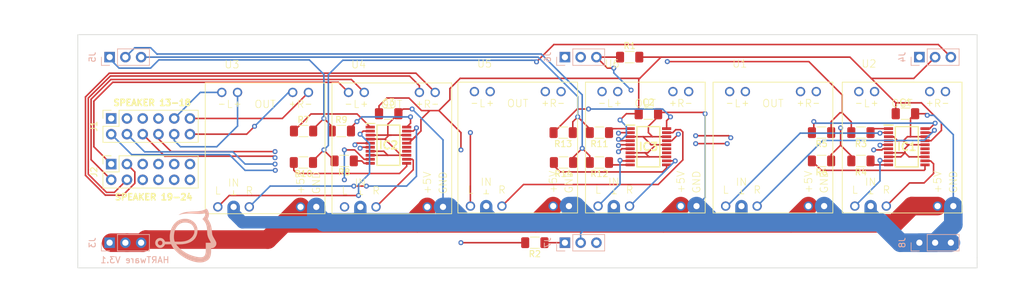
<source format=kicad_pcb>
(kicad_pcb (version 20171130) (host pcbnew "(5.1.9-0-10_14)")

  (general
    (thickness 1.6)
    (drawings 23)
    (tracks 684)
    (zones 0)
    (modules 35)
    (nets 60)
  )

  (page A4)
  (layers
    (0 F.Cu signal)
    (1 In1.Cu signal)
    (2 In2.Cu signal)
    (31 B.Cu signal)
    (32 B.Adhes user)
    (33 F.Adhes user)
    (34 B.Paste user)
    (35 F.Paste user)
    (36 B.SilkS user)
    (37 F.SilkS user)
    (38 B.Mask user)
    (39 F.Mask user)
    (40 Dwgs.User user)
    (41 Cmts.User user)
    (42 Eco1.User user)
    (43 Eco2.User user)
    (44 Edge.Cuts user)
    (45 Margin user)
    (46 B.CrtYd user)
    (47 F.CrtYd user)
    (48 B.Fab user)
    (49 F.Fab user)
  )

  (setup
    (last_trace_width 0.25)
    (user_trace_width 2)
    (user_trace_width 3)
    (trace_clearance 0.2)
    (zone_clearance 0.508)
    (zone_45_only no)
    (trace_min 0.2)
    (via_size 0.8)
    (via_drill 0.4)
    (via_min_size 0.4)
    (via_min_drill 0.3)
    (uvia_size 0.3)
    (uvia_drill 0.1)
    (uvias_allowed no)
    (uvia_min_size 0.2)
    (uvia_min_drill 0.1)
    (edge_width 0.1)
    (segment_width 0.2)
    (pcb_text_width 0.3)
    (pcb_text_size 1.5 1.5)
    (mod_edge_width 0.15)
    (mod_text_size 1 1)
    (mod_text_width 0.15)
    (pad_size 1.524 1.524)
    (pad_drill 0.762)
    (pad_to_mask_clearance 0)
    (aux_axis_origin 0 0)
    (visible_elements FFFFFF3F)
    (pcbplotparams
      (layerselection 0x010fc_ffffffff)
      (usegerberextensions false)
      (usegerberattributes true)
      (usegerberadvancedattributes true)
      (creategerberjobfile true)
      (excludeedgelayer true)
      (linewidth 0.100000)
      (plotframeref false)
      (viasonmask false)
      (mode 1)
      (useauxorigin false)
      (hpglpennumber 1)
      (hpglpenspeed 20)
      (hpglpendiameter 15.000000)
      (psnegative false)
      (psa4output false)
      (plotreference true)
      (plotvalue true)
      (plotinvisibletext false)
      (padsonsilk false)
      (subtractmaskfromsilk false)
      (outputformat 4)
      (mirror false)
      (drillshape 0)
      (scaleselection 1)
      (outputdirectory ""))
  )

  (net 0 "")
  (net 1 TeensyVDD)
  (net 2 "Net-(IC1-Pad1)")
  (net 3 "Net-(IC1-Pad2)")
  (net 4 SCL1)
  (net 5 SDA1)
  (net 6 "Net-(IC1-Pad9)")
  (net 7 "Net-(IC1-Pad10)")
  (net 8 "Net-(IC1-Pad11)")
  (net 9 "Net-(IC1-Pad12)")
  (net 10 "Net-(IC1-Pad19)")
  (net 11 "Net-(IC1-Pad20)")
  (net 12 "Net-(IC2-Pad20)")
  (net 13 "Net-(IC2-Pad19)")
  (net 14 "Net-(IC2-Pad12)")
  (net 15 "Net-(IC2-Pad11)")
  (net 16 "Net-(IC2-Pad10)")
  (net 17 "Net-(IC2-Pad9)")
  (net 18 "Net-(IC2-Pad2)")
  (net 19 "Net-(IC2-Pad1)")
  (net 20 "Net-(IC3-Pad1)")
  (net 21 "Net-(IC3-Pad2)")
  (net 22 "Net-(IC3-Pad9)")
  (net 23 "Net-(IC3-Pad10)")
  (net 24 "Net-(IC3-Pad11)")
  (net 25 "Net-(IC3-Pad12)")
  (net 26 "Net-(IC3-Pad19)")
  (net 27 "Net-(IC3-Pad20)")
  (net 28 SPEAK18+)
  (net 29 SPEAK17+)
  (net 30 SPEAK16+)
  (net 31 SPEAK15+)
  (net 32 SPEAK14+)
  (net 33 SPEAK13+)
  (net 34 SPEAK19+)
  (net 35 SPEAK20+)
  (net 36 SPEAK21+)
  (net 37 SPEAK22+)
  (net 38 SPEAK23+)
  (net 39 SPEAK24+)
  (net 40 VDD)
  (net 41 FREQ13)
  (net 42 FREQ16)
  (net 43 FREQ15)
  (net 44 FREQ14)
  (net 45 FREQ11)
  (net 46 FREQ12)
  (net 47 GND)
  (net 48 SPEAK18-)
  (net 49 SPEAK17-)
  (net 50 SPEAK16-)
  (net 51 SPEAK15-)
  (net 52 SPEAK14-)
  (net 53 SPEAK13-)
  (net 54 SPEAK19-)
  (net 55 SPEAK20-)
  (net 56 SPEAK21-)
  (net 57 SPEAK22-)
  (net 58 SPEAK23-)
  (net 59 SPEAK24-)

  (net_class Default "This is the default net class."
    (clearance 0.2)
    (trace_width 0.25)
    (via_dia 0.8)
    (via_drill 0.4)
    (uvia_dia 0.3)
    (uvia_drill 0.1)
    (add_net FREQ11)
    (add_net FREQ12)
    (add_net FREQ13)
    (add_net FREQ14)
    (add_net FREQ15)
    (add_net FREQ16)
    (add_net GND)
    (add_net "Net-(IC1-Pad1)")
    (add_net "Net-(IC1-Pad10)")
    (add_net "Net-(IC1-Pad11)")
    (add_net "Net-(IC1-Pad12)")
    (add_net "Net-(IC1-Pad19)")
    (add_net "Net-(IC1-Pad2)")
    (add_net "Net-(IC1-Pad20)")
    (add_net "Net-(IC1-Pad9)")
    (add_net "Net-(IC2-Pad1)")
    (add_net "Net-(IC2-Pad10)")
    (add_net "Net-(IC2-Pad11)")
    (add_net "Net-(IC2-Pad12)")
    (add_net "Net-(IC2-Pad19)")
    (add_net "Net-(IC2-Pad2)")
    (add_net "Net-(IC2-Pad20)")
    (add_net "Net-(IC2-Pad9)")
    (add_net "Net-(IC3-Pad1)")
    (add_net "Net-(IC3-Pad10)")
    (add_net "Net-(IC3-Pad11)")
    (add_net "Net-(IC3-Pad12)")
    (add_net "Net-(IC3-Pad19)")
    (add_net "Net-(IC3-Pad2)")
    (add_net "Net-(IC3-Pad20)")
    (add_net "Net-(IC3-Pad9)")
    (add_net SCL1)
    (add_net SDA1)
    (add_net SPEAK13+)
    (add_net SPEAK13-)
    (add_net SPEAK14+)
    (add_net SPEAK14-)
    (add_net SPEAK15+)
    (add_net SPEAK15-)
    (add_net SPEAK16+)
    (add_net SPEAK16-)
    (add_net SPEAK17+)
    (add_net SPEAK17-)
    (add_net SPEAK18+)
    (add_net SPEAK18-)
    (add_net SPEAK19+)
    (add_net SPEAK19-)
    (add_net SPEAK20+)
    (add_net SPEAK20-)
    (add_net SPEAK21+)
    (add_net SPEAK21-)
    (add_net SPEAK22+)
    (add_net SPEAK22-)
    (add_net SPEAK23+)
    (add_net SPEAK23-)
    (add_net SPEAK24+)
    (add_net SPEAK24-)
    (add_net TeensyVDD)
    (add_net VDD)
  )

  (module MCP4451:SOP65P640X120-20N (layer F.Cu) (tedit 0) (tstamp 612DCD7A)
    (at 85.09 69.85)
    (descr MCP4451-103E/ST)
    (tags "Integrated Circuit")
    (path /612FD936/60E20D4C)
    (attr smd)
    (fp_text reference IC2 (at 0 0) (layer F.SilkS)
      (effects (font (size 1.27 1.27) (thickness 0.254)))
    )
    (fp_text value MCP4451-103E_ST (at 0 0) (layer F.SilkS) hide
      (effects (font (size 1.27 1.27) (thickness 0.254)))
    )
    (fp_line (start -3.675 -3.5) (end -2.2 -3.5) (layer F.SilkS) (width 0.2))
    (fp_line (start -1.85 3.25) (end -1.85 -3.25) (layer F.SilkS) (width 0.2))
    (fp_line (start 1.85 3.25) (end -1.85 3.25) (layer F.SilkS) (width 0.2))
    (fp_line (start 1.85 -3.25) (end 1.85 3.25) (layer F.SilkS) (width 0.2))
    (fp_line (start -1.85 -3.25) (end 1.85 -3.25) (layer F.SilkS) (width 0.2))
    (fp_line (start -2.2 -2.6) (end -1.55 -3.25) (layer F.Fab) (width 0.1))
    (fp_line (start -2.2 3.25) (end -2.2 -3.25) (layer F.Fab) (width 0.1))
    (fp_line (start 2.2 3.25) (end -2.2 3.25) (layer F.Fab) (width 0.1))
    (fp_line (start 2.2 -3.25) (end 2.2 3.25) (layer F.Fab) (width 0.1))
    (fp_line (start -2.2 -3.25) (end 2.2 -3.25) (layer F.Fab) (width 0.1))
    (fp_line (start -3.925 3.55) (end -3.925 -3.55) (layer F.CrtYd) (width 0.05))
    (fp_line (start 3.925 3.55) (end -3.925 3.55) (layer F.CrtYd) (width 0.05))
    (fp_line (start 3.925 -3.55) (end 3.925 3.55) (layer F.CrtYd) (width 0.05))
    (fp_line (start -3.925 -3.55) (end 3.925 -3.55) (layer F.CrtYd) (width 0.05))
    (fp_text user %R (at 0 0) (layer F.Fab)
      (effects (font (size 1.27 1.27) (thickness 0.254)))
    )
    (pad 20 smd rect (at 2.938 -2.925 90) (size 0.45 1.475) (layers F.Cu F.Paste F.Mask)
      (net 12 "Net-(IC2-Pad20)"))
    (pad 19 smd rect (at 2.938 -2.275 90) (size 0.45 1.475) (layers F.Cu F.Paste F.Mask)
      (net 13 "Net-(IC2-Pad19)"))
    (pad 18 smd rect (at 2.938 -1.625 90) (size 0.45 1.475) (layers F.Cu F.Paste F.Mask)
      (net 47 GND))
    (pad 17 smd rect (at 2.938 -0.975 90) (size 0.45 1.475) (layers F.Cu F.Paste F.Mask)
      (net 1 TeensyVDD))
    (pad 16 smd rect (at 2.938 -0.325 90) (size 0.45 1.475) (layers F.Cu F.Paste F.Mask)
      (net 1 TeensyVDD))
    (pad 15 smd rect (at 2.938 0.325 90) (size 0.45 1.475) (layers F.Cu F.Paste F.Mask))
    (pad 14 smd rect (at 2.938 0.975 90) (size 0.45 1.475) (layers F.Cu F.Paste F.Mask))
    (pad 13 smd rect (at 2.938 1.625 90) (size 0.45 1.475) (layers F.Cu F.Paste F.Mask)
      (net 47 GND))
    (pad 12 smd rect (at 2.938 2.275 90) (size 0.45 1.475) (layers F.Cu F.Paste F.Mask)
      (net 14 "Net-(IC2-Pad12)"))
    (pad 11 smd rect (at 2.938 2.925 90) (size 0.45 1.475) (layers F.Cu F.Paste F.Mask)
      (net 15 "Net-(IC2-Pad11)"))
    (pad 10 smd rect (at -2.938 2.925 90) (size 0.45 1.475) (layers F.Cu F.Paste F.Mask)
      (net 16 "Net-(IC2-Pad10)"))
    (pad 9 smd rect (at -2.938 2.275 90) (size 0.45 1.475) (layers F.Cu F.Paste F.Mask)
      (net 17 "Net-(IC2-Pad9)"))
    (pad 8 smd rect (at -2.938 1.625 90) (size 0.45 1.475) (layers F.Cu F.Paste F.Mask)
      (net 47 GND))
    (pad 7 smd rect (at -2.938 0.975 90) (size 0.45 1.475) (layers F.Cu F.Paste F.Mask)
      (net 47 GND))
    (pad 6 smd rect (at -2.938 0.325 90) (size 0.45 1.475) (layers F.Cu F.Paste F.Mask)
      (net 5 SDA1))
    (pad 5 smd rect (at -2.938 -0.325 90) (size 0.45 1.475) (layers F.Cu F.Paste F.Mask)
      (net 4 SCL1))
    (pad 4 smd rect (at -2.938 -0.975 90) (size 0.45 1.475) (layers F.Cu F.Paste F.Mask)
      (net 47 GND))
    (pad 3 smd rect (at -2.938 -1.625 90) (size 0.45 1.475) (layers F.Cu F.Paste F.Mask)
      (net 47 GND))
    (pad 2 smd rect (at -2.938 -2.275 90) (size 0.45 1.475) (layers F.Cu F.Paste F.Mask)
      (net 18 "Net-(IC2-Pad2)"))
    (pad 1 smd rect (at -2.938 -2.925 90) (size 0.45 1.475) (layers F.Cu F.Paste F.Mask)
      (net 19 "Net-(IC2-Pad1)"))
    (model MCP4451-103E_ST.stp
      (at (xyz 0 0 0))
      (scale (xyz 1 1 1))
      (rotate (xyz 0 0 0))
    )
  )

  (module HART:hart-logo-2000-2000dpi (layer B.Cu) (tedit 0) (tstamp 612E2BA1)
    (at 52.578 84.582 180)
    (fp_text reference "" (at 0 0) (layer B.SilkS)
      (effects (font (size 1.27 1.27) (thickness 0.15)) (justify mirror))
    )
    (fp_text value "" (at 0 0) (layer B.SilkS)
      (effects (font (size 1.27 1.27) (thickness 0.15)) (justify mirror))
    )
    (fp_poly (pts (xy -3.184656 4.464455) (xy -3.153961 4.448661) (xy -3.11316 4.426088) (xy -3.100952 4.4191)
      (xy -2.942649 4.338205) (xy -2.763302 4.265304) (xy -2.56629 4.201415) (xy -2.354992 4.147555)
      (xy -2.132787 4.104743) (xy -1.98755 4.083754) (xy -1.890504 4.072544) (xy -1.786087 4.062589)
      (xy -1.671186 4.05369) (xy -1.542687 4.045646) (xy -1.397476 4.03826) (xy -1.232442 4.031332)
      (xy -1.08585 4.026046) (xy -0.831097 4.016131) (xy -0.599545 4.004271) (xy -0.389044 3.990086)
      (xy -0.197442 3.973196) (xy -0.02259 3.953221) (xy 0.137664 3.929783) (xy 0.28547 3.902501)
      (xy 0.422978 3.870995) (xy 0.552339 3.834888) (xy 0.675704 3.793798) (xy 0.795223 3.747346)
      (xy 0.913047 3.695153) (xy 0.98425 3.660711) (xy 1.030331 3.636579) (xy 1.083539 3.606869)
      (xy 1.13949 3.574265) (xy 1.193802 3.541448) (xy 1.242092 3.5111) (xy 1.279977 3.485904)
      (xy 1.303075 3.46854) (xy 1.3081 3.462534) (xy 1.296836 3.464046) (xy 1.266291 3.472073)
      (xy 1.221334 3.485255) (xy 1.174966 3.499647) (xy 1.024086 3.544479) (xy 0.871619 3.583376)
      (xy 0.715561 3.616465) (xy 0.553906 3.643874) (xy 0.38465 3.665729) (xy 0.205785 3.682159)
      (xy 0.015309 3.69329) (xy -0.188786 3.69925) (xy -0.408503 3.700167) (xy -0.645849 3.696167)
      (xy -0.902828 3.687378) (xy -1.181445 3.673927) (xy -1.3843 3.662182) (xy -1.525886 3.654486)
      (xy -1.670741 3.648424) (xy -1.81541 3.644018) (xy -1.956441 3.641287) (xy -2.09038 3.640253)
      (xy -2.213772 3.640935) (xy -2.323163 3.643356) (xy -2.415101 3.647535) (xy -2.48613 3.653493)
      (xy -2.5019 3.655497) (xy -2.588624 3.668973) (xy -2.676515 3.68492) (xy -2.759812 3.702105)
      (xy -2.832753 3.719294) (xy -2.889573 3.735256) (xy -2.912737 3.743411) (xy -2.945183 3.754757)
      (xy -2.9628 3.754957) (xy -2.972867 3.745209) (xy -2.979786 3.720107) (xy -2.983331 3.676779)
      (xy -2.98367 3.62215) (xy -2.980972 3.563146) (xy -2.975404 3.506692) (xy -2.967136 3.459714)
      (xy -2.965802 3.4544) (xy -2.927955 3.34776) (xy -2.869671 3.233973) (xy -2.79341 3.116886)
      (xy -2.701631 3.000346) (xy -2.61579 2.90715) (xy -2.520129 2.810286) (xy -2.619945 2.705107)
      (xy -2.781987 2.519221) (xy -2.919332 2.328818) (xy -3.03242 2.133034) (xy -3.121689 1.931004)
      (xy -3.18758 1.721863) (xy -3.230531 1.504746) (xy -3.230808 1.502801) (xy -3.238633 1.445495)
      (xy -3.245235 1.391192) (xy -3.250877 1.336132) (xy -3.255821 1.276556) (xy -3.26033 1.208705)
      (xy -3.264665 1.128819) (xy -3.26909 1.033139) (xy -3.273867 0.917904) (xy -3.27675 0.84455)
      (xy -3.283394 0.693811) (xy -3.291076 0.564321) (xy -3.30036 0.451933) (xy -3.311806 0.352502)
      (xy -3.325977 0.26188) (xy -3.343437 0.175921) (xy -3.364745 0.090478) (xy -3.390466 0.001406)
      (xy -3.391573 -0.00222) (xy -3.44339 -0.153181) (xy -3.505172 -0.296727) (xy -3.581454 -0.443136)
      (xy -3.601835 -0.478828) (xy -3.626282 -0.522542) (xy -3.65647 -0.57888) (xy -3.690474 -0.643987)
      (xy -3.726365 -0.714008) (xy -3.762217 -0.785089) (xy -3.796102 -0.853373) (xy -3.826093 -0.915008)
      (xy -3.850264 -0.966137) (xy -3.866686 -1.002906) (xy -3.873432 -1.02146) (xy -3.8735 -1.022213)
      (xy -3.861301 -1.023787) (xy -3.826706 -1.025224) (xy -3.772718 -1.026475) (xy -3.702341 -1.027492)
      (xy -3.618579 -1.028227) (xy -3.524435 -1.028634) (xy -3.466551 -1.0287) (xy -3.059601 -1.0287)
      (xy -3.063326 -1.749425) (xy -3.064039 -1.919698) (xy -3.064271 -2.066357) (xy -3.063995 -2.191181)
      (xy -3.063185 -2.29595) (xy -3.061812 -2.382446) (xy -3.05985 -2.45245) (xy -3.057271 -2.507741)
      (xy -3.054049 -2.5501) (xy -3.050657 -2.5781) (xy -3.019981 -2.743054) (xy -2.981185 -2.885059)
      (xy -2.933535 -3.005468) (xy -2.876298 -3.105631) (xy -2.808741 -3.186903) (xy -2.730129 -3.250636)
      (xy -2.666651 -3.286244) (xy -2.593095 -3.318218) (xy -2.522796 -3.341504) (xy -2.448755 -3.357597)
      (xy -2.363972 -3.367988) (xy -2.261447 -3.374171) (xy -2.252846 -3.374507) (xy -2.152818 -3.37651)
      (xy -2.057293 -3.374254) (xy -1.960653 -3.367171) (xy -1.857283 -3.354694) (xy -1.741565 -3.336254)
      (xy -1.607883 -3.311283) (xy -1.5875 -3.307251) (xy -1.212375 -3.219985) (xy -0.846813 -3.10947)
      (xy -0.491523 -2.976031) (xy -0.14721 -2.819994) (xy 0.185418 -2.641683) (xy 0.505655 -2.441424)
      (xy 0.812794 -2.219541) (xy 0.862341 -2.180734) (xy 0.939208 -2.116677) (xy 1.027222 -2.038022)
      (xy 1.122389 -1.948776) (xy 1.220717 -1.852948) (xy 1.318214 -1.754546) (xy 1.410885 -1.657578)
      (xy 1.494739 -1.566053) (xy 1.565781 -1.483979) (xy 1.605131 -1.4351) (xy 1.717882 -1.28905)
      (xy 1.281216 -1.28094) (xy 1.065938 -1.275278) (xy 0.872133 -1.26641) (xy 0.696022 -1.253851)
      (xy 0.533825 -1.237116) (xy 0.381761 -1.215722) (xy 0.236052 -1.189182) (xy 0.092915 -1.157013)
      (xy -0.051427 -1.11873) (xy -0.104951 -1.103199) (xy -0.159892 -1.084362) (xy 3.925091 -1.084362)
      (xy 3.928339 -1.124705) (xy 3.938656 -1.162315) (xy 3.956589 -1.205424) (xy 4.001797 -1.281428)
      (xy 4.061504 -1.34486) (xy 4.130205 -1.390332) (xy 4.157017 -1.401603) (xy 4.197948 -1.411545)
      (xy 4.251751 -1.418729) (xy 4.300096 -1.421397) (xy 4.355624 -1.41998) (xy 4.398995 -1.412302)
      (xy 4.443231 -1.395425) (xy 4.467862 -1.383563) (xy 4.549715 -1.330817) (xy 4.610185 -1.264668)
      (xy 4.649856 -1.184218) (xy 4.669316 -1.088569) (xy 4.67051 -1.07315) (xy 4.671552 -1.01179)
      (xy 4.664473 -0.961403) (xy 4.648887 -0.912154) (xy 4.606103 -0.831904) (xy 4.546627 -0.767158)
      (xy 4.474448 -0.718818) (xy 4.393552 -0.687784) (xy 4.307928 -0.674955) (xy 4.221564 -0.681231)
      (xy 4.138447 -0.707514) (xy 4.062565 -0.754702) (xy 4.040087 -0.774728) (xy 3.985203 -0.838325)
      (xy 3.949978 -0.906313) (xy 3.931152 -0.98605) (xy 3.927019 -1.030059) (xy 3.925091 -1.084362)
      (xy -0.159892 -1.084362) (xy -0.336187 -1.023919) (xy -0.554141 -0.927466) (xy -0.757066 -0.814979)
      (xy -0.943213 -0.687599) (xy -1.110835 -0.546464) (xy -1.258184 -0.392716) (xy -1.328417 -0.305235)
      (xy -1.381462 -0.227425) (xy -1.437642 -0.132543) (xy -1.49319 -0.027959) (xy -1.54434 0.078955)
      (xy -1.587326 0.180827) (xy -1.612171 0.250197) (xy -1.659267 0.42225) (xy -1.693696 0.603965)
      (xy -1.715107 0.789766) (xy -1.718882 0.8763) (xy -1.224165 0.8763) (xy -1.223898 0.790396)
      (xy -1.222704 0.724262) (xy -1.220051 0.672273) (xy -1.215408 0.628801) (xy -1.208242 0.58822)
      (xy -1.198021 0.544905) (xy -1.189956 0.51435) (xy -1.135859 0.355265) (xy -1.060583 0.19583)
      (xy -0.967604 0.041789) (xy -0.860399 -0.101113) (xy -0.742447 -0.227129) (xy -0.739407 -0.229998)
      (xy -0.561913 -0.379969) (xy -0.370878 -0.508618) (xy -0.16612 -0.616031) (xy 0.052541 -0.702291)
      (xy 0.285286 -0.767483) (xy 0.493695 -0.806303) (xy 0.562443 -0.815901) (xy 0.628454 -0.823931)
      (xy 0.69488 -0.830538) (xy 0.764875 -0.835867) (xy 0.841592 -0.840064) (xy 0.928184 -0.843273)
      (xy 1.027803 -0.845639) (xy 1.143603 -0.847308) (xy 1.278737 -0.848425) (xy 1.423447 -0.849092)
      (xy 1.951545 -0.8509) (xy 1.992049 -0.720725) (xy 2.018333 -0.632356) (xy 2.038468 -0.553775)
      (xy 2.05341 -0.478647) (xy 2.064113 -0.400635) (xy 2.071532 -0.313402) (xy 2.07662 -0.210611)
      (xy 2.078776 -0.145017) (xy 2.078789 0.093156) (xy 2.063973 0.316128) (xy 2.033502 0.52989)
      (xy 1.986551 0.740433) (xy 1.930811 0.928208) (xy 1.846125 1.15293) (xy 1.746779 1.357813)
      (xy 1.633072 1.54256) (xy 1.505304 1.706873) (xy 1.363773 1.850453) (xy 1.208779 1.973004)
      (xy 1.04062 2.074228) (xy 0.859595 2.153826) (xy 0.666004 2.211502) (xy 0.635 2.218437)
      (xy 0.560447 2.230064) (xy 0.46699 2.237989) (xy 0.360843 2.242264) (xy 0.248222 2.24294)
      (xy 0.135342 2.240067) (xy 0.028421 2.233697) (xy -0.066327 2.223881) (xy -0.136318 2.212086)
      (xy -0.327797 2.160519) (xy -0.500217 2.092393) (xy -0.654172 2.007143) (xy -0.790258 1.904206)
      (xy -0.909069 1.783019) (xy -1.0112 1.643018) (xy -1.097246 1.483639) (xy -1.167803 1.30432)
      (xy -1.197491 1.206892) (xy -1.207388 1.167735) (xy -1.214549 1.12875) (xy -1.219391 1.084772)
      (xy -1.222329 1.030637) (xy -1.223782 0.961181) (xy -1.224165 0.8763) (xy -1.718882 0.8763)
      (xy -1.723149 0.974075) (xy -1.717471 1.151315) (xy -1.697719 1.315911) (xy -1.683766 1.386045)
      (xy -1.62673 1.580129) (xy -1.546757 1.766352) (xy -1.44553 1.943095) (xy -1.324731 2.108742)
      (xy -1.186044 2.261675) (xy -1.031151 2.400277) (xy -0.861736 2.522931) (xy -0.679481 2.628019)
      (xy -0.486069 2.713925) (xy -0.283184 2.779032) (xy -0.217546 2.794982) (xy -0.148542 2.807336)
      (xy -0.060739 2.818334) (xy 0.039278 2.82755) (xy 0.144924 2.834554) (xy 0.249616 2.838921)
      (xy 0.34677 2.840223) (xy 0.4298 2.838032) (xy 0.43815 2.837537) (xy 0.678083 2.810363)
      (xy 0.908129 2.760054) (xy 1.1278 2.686784) (xy 1.336609 2.590726) (xy 1.534065 2.472054)
      (xy 1.603043 2.423265) (xy 1.672698 2.367997) (xy 1.752185 2.298541) (xy 1.835552 2.220611)
      (xy 1.916849 2.13992) (xy 1.990124 2.062182) (xy 2.043655 2.00025) (xy 2.200353 1.788209)
      (xy 2.338421 1.559642) (xy 2.457375 1.315795) (xy 2.556735 1.057911) (xy 2.636019 0.787236)
      (xy 2.694744 0.505014) (xy 2.731356 0.224106) (xy 2.737028 0.139182) (xy 2.740188 0.037057)
      (xy 2.740972 -0.076334) (xy 2.739514 -0.195056) (xy 2.735949 -0.313172) (xy 2.730413 -0.424747)
      (xy 2.723039 -0.523845) (xy 2.713964 -0.604532) (xy 2.712268 -0.61595) (xy 2.702825 -0.676878)
      (xy 2.693907 -0.734694) (xy 2.68686 -0.780664) (xy 2.684391 -0.796925) (xy 2.676247 -0.8509)
      (xy 3.526579 -0.8509) (xy 3.542515 -0.796925) (xy 3.582237 -0.699745) (xy 3.642053 -0.602305)
      (xy 3.717295 -0.510013) (xy 3.803297 -0.428276) (xy 3.89539 -0.362501) (xy 3.937 -0.339834)
      (xy 4.046824 -0.293675) (xy 4.15313 -0.266451) (xy 4.265556 -0.25617) (xy 4.33705 -0.257171)
      (xy 4.478821 -0.275256) (xy 4.609854 -0.316331) (xy 4.730424 -0.380527) (xy 4.84081 -0.467975)
      (xy 4.888785 -0.516634) (xy 4.973137 -0.627094) (xy 5.035723 -0.749762) (xy 5.075712 -0.882463)
      (xy 5.092271 -1.023019) (xy 5.092699 -1.050089) (xy 5.08209 -1.189636) (xy 5.049659 -1.31733)
      (xy 4.994501 -1.43533) (xy 4.91571 -1.545792) (xy 4.858938 -1.607145) (xy 4.751298 -1.700631)
      (xy 4.639714 -1.769923) (xy 4.521416 -1.816198) (xy 4.393635 -1.840635) (xy 4.29895 -1.84538)
      (xy 4.163546 -1.835576) (xy 4.04008 -1.805297) (xy 3.925534 -1.753244) (xy 3.816893 -1.678118)
      (xy 3.733513 -1.60186) (xy 3.681778 -1.547689) (xy 3.643911 -1.502656) (xy 3.614548 -1.459307)
      (xy 3.588324 -1.410186) (xy 3.574763 -1.381241) (xy 3.52425 -1.270233) (xy 3.027811 -1.270116)
      (xy 2.531373 -1.27) (xy 2.455041 -1.425787) (xy 2.353563 -1.612626) (xy 2.231403 -1.800675)
      (xy 2.087588 -1.991218) (xy 1.921146 -2.185543) (xy 1.731105 -2.384937) (xy 1.727872 -2.38817)
      (xy 1.482094 -2.620396) (xy 1.2216 -2.841157) (xy 0.948511 -3.049374) (xy 0.664946 -3.24397)
      (xy 0.373022 -3.423866) (xy 0.07486 -3.587983) (xy -0.227422 -3.735244) (xy -0.531705 -3.86457)
      (xy -0.835869 -3.974883) (xy -1.137797 -4.065104) (xy -1.435368 -4.134156) (xy -1.726464 -4.180959)
      (xy -1.814271 -4.190704) (xy -1.899073 -4.196837) (xy -1.998877 -4.200485) (xy -2.105833 -4.201665)
      (xy -2.212093 -4.200392) (xy -2.30981 -4.196682) (xy -2.391133 -4.190549) (xy -2.4003 -4.189551)
      (xy -2.624845 -4.153608) (xy -2.833839 -4.098381) (xy -3.029061 -4.023152) (xy -3.212291 -3.927204)
      (xy -3.38531 -3.809823) (xy -3.429285 -3.775347) (xy -3.542741 -3.668659) (xy -3.640113 -3.544308)
      (xy -3.721822 -3.401518) (xy -3.788288 -3.239514) (xy -3.839932 -3.057521) (xy -3.853652 -2.993655)
      (xy -3.870979 -2.900152) (xy -3.88471 -2.809534) (xy -3.895193 -2.717173) (xy -3.902776 -2.61844)
      (xy -3.907805 -2.508706) (xy -3.910628 -2.383342) (xy -3.911593 -2.237719) (xy -3.9116 -2.221632)
      (xy -3.9116 -1.882275) (xy -4.016375 -1.882625) (xy -4.079394 -1.880003) (xy -4.145411 -1.872781)
      (xy -4.200521 -1.862498) (xy -4.202267 -1.862054) (xy -4.323724 -1.818122) (xy -4.436654 -1.752738)
      (xy -4.53787 -1.669065) (xy -4.624187 -1.570266) (xy -4.69242 -1.459504) (xy -4.739382 -1.339942)
      (xy -4.743589 -1.324569) (xy -4.755742 -1.255695) (xy -4.761469 -1.174003) (xy -4.760612 -1.090524)
      (xy -4.753011 -1.016294) (xy -4.748379 -0.993048) (xy -4.730629 -0.937476) (xy -4.699805 -0.863513)
      (xy -4.657188 -0.773721) (xy -4.604055 -0.670665) (xy -4.541687 -0.556908) (xy -4.471364 -0.435015)
      (xy -4.461938 -0.4191) (xy -4.394133 -0.304305) (xy -4.338045 -0.207742) (xy -4.291921 -0.12611)
      (xy -4.254009 -0.056107) (xy -4.222557 0.005569) (xy -4.195811 0.062221) (xy -4.17202 0.11715)
      (xy -4.155238 0.15875) (xy -4.133856 0.214351) (xy -4.116681 0.26307) (xy -4.10289 0.309227)
      (xy -4.091659 0.357145) (xy -4.082165 0.411143) (xy -4.073587 0.475543) (xy -4.0651 0.554666)
      (xy -4.055883 0.652833) (xy -4.051235 0.70485) (xy -4.042425 0.802175) (xy -4.032903 0.903757)
      (xy -4.023352 1.002541) (xy -4.014457 1.091473) (xy -4.006902 1.163499) (xy -4.005668 1.17475)
      (xy -3.978337 1.382282) (xy -3.943261 1.574503) (xy -3.89885 1.755702) (xy -3.843519 1.930166)
      (xy -3.775679 2.102185) (xy -3.693745 2.276046) (xy -3.596128 2.456037) (xy -3.481242 2.646448)
      (xy -3.432999 2.722007) (xy -3.352214 2.846863) (xy -3.396306 2.919446) (xy -3.452976 3.028383)
      (xy -3.500673 3.151087) (xy -3.535109 3.276361) (xy -3.537654 3.288577) (xy -3.550258 3.381045)
      (xy -3.555237 3.488874) (xy -3.552932 3.603427) (xy -3.543685 3.716066) (xy -3.527838 3.818151)
      (xy -3.514521 3.8735) (xy -3.461748 4.030409) (xy -3.39747 4.175479) (xy -3.349282 4.262741)
      (xy -3.311129 4.323722) (xy -3.274525 4.378691) (xy -3.242186 4.423889) (xy -3.216825 4.455555)
      (xy -3.201158 4.469931) (xy -3.199363 4.470401) (xy -3.184656 4.464455)) (layer B.SilkS) (width 0.01))
  )

  (module "Pin Socket 2.54mm:PinSocket_2x06_P2.54mm_Vertical" (layer F.Cu) (tedit 5A19A42B) (tstamp 612B9C55)
    (at 40.386 72.898 90)
    (descr "Through hole straight socket strip, 2x06, 2.54mm pitch, double cols (from Kicad 4.0.7), script generated")
    (tags "Through hole socket strip THT 2x06 2.54mm double row")
    (path /613043DA)
    (fp_text reference J2 (at -1.27 -2.77 90) (layer F.SilkS)
      (effects (font (size 1 1) (thickness 0.15)))
    )
    (fp_text value Conn_01x12_Female (at -1.27 15.47 90) (layer F.Fab)
      (effects (font (size 1 1) (thickness 0.15)))
    )
    (fp_line (start -3.81 -1.27) (end 0.27 -1.27) (layer F.Fab) (width 0.1))
    (fp_line (start 0.27 -1.27) (end 1.27 -0.27) (layer F.Fab) (width 0.1))
    (fp_line (start 1.27 -0.27) (end 1.27 13.97) (layer F.Fab) (width 0.1))
    (fp_line (start 1.27 13.97) (end -3.81 13.97) (layer F.Fab) (width 0.1))
    (fp_line (start -3.81 13.97) (end -3.81 -1.27) (layer F.Fab) (width 0.1))
    (fp_line (start -3.87 -1.33) (end -1.27 -1.33) (layer F.SilkS) (width 0.12))
    (fp_line (start -3.87 -1.33) (end -3.87 14.03) (layer F.SilkS) (width 0.12))
    (fp_line (start -3.87 14.03) (end 1.33 14.03) (layer F.SilkS) (width 0.12))
    (fp_line (start 1.33 1.27) (end 1.33 14.03) (layer F.SilkS) (width 0.12))
    (fp_line (start -1.27 1.27) (end 1.33 1.27) (layer F.SilkS) (width 0.12))
    (fp_line (start -1.27 -1.33) (end -1.27 1.27) (layer F.SilkS) (width 0.12))
    (fp_line (start 1.33 -1.33) (end 1.33 0) (layer F.SilkS) (width 0.12))
    (fp_line (start 0 -1.33) (end 1.33 -1.33) (layer F.SilkS) (width 0.12))
    (fp_line (start -4.34 -1.8) (end 1.76 -1.8) (layer F.CrtYd) (width 0.05))
    (fp_line (start 1.76 -1.8) (end 1.76 14.45) (layer F.CrtYd) (width 0.05))
    (fp_line (start 1.76 14.45) (end -4.34 14.45) (layer F.CrtYd) (width 0.05))
    (fp_line (start -4.34 14.45) (end -4.34 -1.8) (layer F.CrtYd) (width 0.05))
    (fp_text user %R (at -1.27 6.35) (layer F.Fab)
      (effects (font (size 1 1) (thickness 0.15)))
    )
    (pad 1 thru_hole rect (at 0 0 90) (size 1.7 1.7) (drill 1) (layers *.Cu *.Mask)
      (net 54 SPEAK19-))
    (pad 2 thru_hole oval (at -2.54 0 90) (size 1.7 1.7) (drill 1) (layers *.Cu *.Mask)
      (net 34 SPEAK19+))
    (pad 3 thru_hole oval (at 0 2.54 90) (size 1.7 1.7) (drill 1) (layers *.Cu *.Mask)
      (net 55 SPEAK20-))
    (pad 4 thru_hole oval (at -2.54 2.54 90) (size 1.7 1.7) (drill 1) (layers *.Cu *.Mask)
      (net 35 SPEAK20+))
    (pad 5 thru_hole oval (at 0 5.08 90) (size 1.7 1.7) (drill 1) (layers *.Cu *.Mask)
      (net 56 SPEAK21-))
    (pad 6 thru_hole oval (at -2.54 5.08 90) (size 1.7 1.7) (drill 1) (layers *.Cu *.Mask)
      (net 36 SPEAK21+))
    (pad 7 thru_hole oval (at 0 7.62 90) (size 1.7 1.7) (drill 1) (layers *.Cu *.Mask)
      (net 57 SPEAK22-))
    (pad 8 thru_hole oval (at -2.54 7.62 90) (size 1.7 1.7) (drill 1) (layers *.Cu *.Mask)
      (net 37 SPEAK22+))
    (pad 9 thru_hole oval (at 0 10.16 90) (size 1.7 1.7) (drill 1) (layers *.Cu *.Mask)
      (net 58 SPEAK23-))
    (pad 10 thru_hole oval (at -2.54 10.16 90) (size 1.7 1.7) (drill 1) (layers *.Cu *.Mask)
      (net 38 SPEAK23+))
    (pad 11 thru_hole oval (at 0 12.7 90) (size 1.7 1.7) (drill 1) (layers *.Cu *.Mask)
      (net 59 SPEAK24-))
    (pad 12 thru_hole oval (at -2.54 12.7 90) (size 1.7 1.7) (drill 1) (layers *.Cu *.Mask)
      (net 39 SPEAK24+))
    (model ${KICAD6_3DMODEL_DIR}/Connector_PinSocket_2.54mm.3dshapes/PinSocket_2x06_P2.54mm_Vertical.wrl
      (at (xyz 0 0 0))
      (scale (xyz 1 1 1))
      (rotate (xyz 0 0 0))
    )
  )

  (module HART:AMPLIFIER-PAM8403 locked (layer F.Cu) (tedit 612B9555) (tstamp 612DB35F)
    (at 80.283501 68.963501)
    (descr "Stereo Class-D 3W Audio Amplifier based on PAM8403 chip")
    (path /612FD936/60D0C2F9)
    (fp_text reference U4 (at 0 -11.43) (layer F.SilkS)
      (effects (font (size 1.2065 1.2065) (thickness 0.1016)) (justify bottom))
    )
    (fp_text value AMPLIFIER-PAM8403 (at 0 11.43) (layer F.Fab)
      (effects (font (size 1.2065 1.2065) (thickness 0.1016)) (justify top))
    )
    (fp_line (start -4.302 -9.164) (end 15.002 -9.164) (layer F.SilkS) (width 0.127))
    (fp_line (start 15.002 -9.164) (end 15.002 11.664) (layer F.SilkS) (width 0.127))
    (fp_line (start 14.994 11.96) (end -4.31 11.96) (layer F.SilkS) (width 0.127))
    (fp_line (start -4.302 11.664) (end -4.302 -9.164) (layer F.SilkS) (width 0.127))
    (fp_line (start -1.254 -5.735) (end -2.016 -5.735) (layer F.SilkS) (width 0.127))
    (fp_line (start 0.524 -5.735) (end 1.286 -5.735) (layer F.SilkS) (width 0.127))
    (fp_line (start 9.414 -5.735) (end 10.176 -5.735) (layer F.SilkS) (width 0.127))
    (fp_line (start 11.954 -5.735) (end 12.716 -5.735) (layer F.SilkS) (width 0.127))
    (fp_line (start 0.905 -6.116) (end 0.905 -5.354) (layer F.SilkS) (width 0.127))
    (fp_line (start 9.795 -6.116) (end 9.795 -5.354) (layer F.SilkS) (width 0.127))
    (fp_line (start 0.27 8.235) (end 0.27 8.87) (layer F.SilkS) (width 0.127))
    (fp_line (start -0.111 8.87) (end 0.651 8.87) (layer F.SilkS) (width 0.127))
    (fp_line (start -4.302 11.664) (end -4.3 11.94) (layer F.SilkS) (width 0.12))
    (fp_line (start 15 11.95) (end 15 11.67) (layer F.SilkS) (width 0.12))
    (fp_text user IN (at 0.27 6.965) (layer F.SilkS)
      (effects (font (size 1.2065 1.2065) (thickness 0.1016)))
    )
    (fp_text user OUT (at 5.35 -5.735) (layer F.SilkS)
      (effects (font (size 1.2065 1.2065) (thickness 0.1016)))
    )
    (fp_text user L (at -2.27 8.235) (layer F.SilkS)
      (effects (font (size 1.2065 1.2065) (thickness 0.1016)))
    )
    (fp_text user R (at 2.81 8.235) (layer F.SilkS)
      (effects (font (size 1.2065 1.2065) (thickness 0.1016)))
    )
    (fp_text user L (at -0.365 -5.735) (layer F.SilkS)
      (effects (font (size 1.2065 1.2065) (thickness 0.1016)))
    )
    (fp_text user R (at 11.065 -5.735) (layer F.SilkS)
      (effects (font (size 1.2065 1.2065) (thickness 0.1016)))
    )
    (fp_text user +5V (at 11.065 8.87 90) (layer F.SilkS)
      (effects (font (size 1.2065 1.2065) (thickness 0.1016)) (justify left))
    )
    (fp_text user GND (at 13.605 8.87 90) (layer F.SilkS)
      (effects (font (size 1.2065 1.2065) (thickness 0.1016)) (justify left))
    )
    (pad OUT.L- thru_hole circle (at -1.635 -7.64) (size 1.508 1.508) (drill 1) (layers *.Cu *.Mask)
      (net 54 SPEAK19-) (solder_mask_margin 0.1016))
    (pad OUT.L+ thru_hole circle (at 0.905 -7.64) (size 1.508 1.508) (drill 1) (layers *.Cu *.Mask)
      (net 34 SPEAK19+) (solder_mask_margin 0.1016))
    (pad OUT.R- thru_hole circle (at 12.335 -7.64) (size 1.508 1.508) (drill 1) (layers *.Cu *.Mask)
      (net 55 SPEAK20-) (solder_mask_margin 0.1016))
    (pad OUT.R+ thru_hole circle (at 9.795 -7.64) (size 1.508 1.508) (drill 1) (layers *.Cu *.Mask)
      (net 35 SPEAK20+) (solder_mask_margin 0.1016))
    (pad GND thru_hole circle (at 13.6 10.85) (size 1.508 1.508) (drill 1) (layers *.Cu *.Mask)
      (net 47 GND) (solder_mask_margin 0.1016))
    (pad +5V thru_hole circle (at 11.06 10.85) (size 1.508 1.508) (drill 1) (layers *.Cu *.Mask)
      (net 40 VDD) (solder_mask_margin 0.1016))
    (pad IN.L thru_hole circle (at -2.275 10.85) (size 1.508 1.508) (drill 1) (layers *.Cu *.Mask)
      (net 17 "Net-(IC2-Pad9)") (solder_mask_margin 0.1016))
    (pad IN.COM thru_hole circle (at 0.27 10.85) (size 1.508 1.508) (drill 1) (layers *.Cu *.Mask)
      (net 47 GND) (solder_mask_margin 0.1016))
    (pad IN.R thru_hole circle (at 2.8 10.85) (size 1.508 1.508) (drill 1) (layers *.Cu *.Mask)
      (net 14 "Net-(IC2-Pad12)") (solder_mask_margin 0.1016))
  )

  (module MCP4451:SOP65P640X120-20N locked (layer F.Cu) (tedit 0) (tstamp 612B9C11)
    (at 127 70.104)
    (descr MCP4451-103E/ST)
    (tags "Integrated Circuit")
    (path /612FF705/60E20D4C)
    (attr smd)
    (fp_text reference IC3 (at 0 0) (layer F.SilkS)
      (effects (font (size 1.27 1.27) (thickness 0.254)))
    )
    (fp_text value MCP4451-103E_ST (at 0 0) (layer F.SilkS) hide
      (effects (font (size 1.27 1.27) (thickness 0.254)))
    )
    (fp_line (start -3.925 -3.55) (end 3.925 -3.55) (layer F.CrtYd) (width 0.05))
    (fp_line (start 3.925 -3.55) (end 3.925 3.55) (layer F.CrtYd) (width 0.05))
    (fp_line (start 3.925 3.55) (end -3.925 3.55) (layer F.CrtYd) (width 0.05))
    (fp_line (start -3.925 3.55) (end -3.925 -3.55) (layer F.CrtYd) (width 0.05))
    (fp_line (start -2.2 -3.25) (end 2.2 -3.25) (layer F.Fab) (width 0.1))
    (fp_line (start 2.2 -3.25) (end 2.2 3.25) (layer F.Fab) (width 0.1))
    (fp_line (start 2.2 3.25) (end -2.2 3.25) (layer F.Fab) (width 0.1))
    (fp_line (start -2.2 3.25) (end -2.2 -3.25) (layer F.Fab) (width 0.1))
    (fp_line (start -2.2 -2.6) (end -1.55 -3.25) (layer F.Fab) (width 0.1))
    (fp_line (start -1.85 -3.25) (end 1.85 -3.25) (layer F.SilkS) (width 0.2))
    (fp_line (start 1.85 -3.25) (end 1.85 3.25) (layer F.SilkS) (width 0.2))
    (fp_line (start 1.85 3.25) (end -1.85 3.25) (layer F.SilkS) (width 0.2))
    (fp_line (start -1.85 3.25) (end -1.85 -3.25) (layer F.SilkS) (width 0.2))
    (fp_line (start -3.675 -3.5) (end -2.2 -3.5) (layer F.SilkS) (width 0.2))
    (fp_text user %R (at 0 0) (layer F.Fab)
      (effects (font (size 1.27 1.27) (thickness 0.254)))
    )
    (pad 1 smd rect (at -2.938 -2.925 90) (size 0.45 1.475) (layers F.Cu F.Paste F.Mask)
      (net 20 "Net-(IC3-Pad1)"))
    (pad 2 smd rect (at -2.938 -2.275 90) (size 0.45 1.475) (layers F.Cu F.Paste F.Mask)
      (net 21 "Net-(IC3-Pad2)"))
    (pad 3 smd rect (at -2.938 -1.625 90) (size 0.45 1.475) (layers F.Cu F.Paste F.Mask)
      (net 47 GND))
    (pad 4 smd rect (at -2.938 -0.975 90) (size 0.45 1.475) (layers F.Cu F.Paste F.Mask)
      (net 1 TeensyVDD))
    (pad 5 smd rect (at -2.938 -0.325 90) (size 0.45 1.475) (layers F.Cu F.Paste F.Mask)
      (net 4 SCL1))
    (pad 6 smd rect (at -2.938 0.325 90) (size 0.45 1.475) (layers F.Cu F.Paste F.Mask)
      (net 5 SDA1))
    (pad 7 smd rect (at -2.938 0.975 90) (size 0.45 1.475) (layers F.Cu F.Paste F.Mask)
      (net 47 GND))
    (pad 8 smd rect (at -2.938 1.625 90) (size 0.45 1.475) (layers F.Cu F.Paste F.Mask)
      (net 47 GND))
    (pad 9 smd rect (at -2.938 2.275 90) (size 0.45 1.475) (layers F.Cu F.Paste F.Mask)
      (net 22 "Net-(IC3-Pad9)"))
    (pad 10 smd rect (at -2.938 2.925 90) (size 0.45 1.475) (layers F.Cu F.Paste F.Mask)
      (net 23 "Net-(IC3-Pad10)"))
    (pad 11 smd rect (at 2.938 2.925 90) (size 0.45 1.475) (layers F.Cu F.Paste F.Mask)
      (net 24 "Net-(IC3-Pad11)"))
    (pad 12 smd rect (at 2.938 2.275 90) (size 0.45 1.475) (layers F.Cu F.Paste F.Mask)
      (net 25 "Net-(IC3-Pad12)"))
    (pad 13 smd rect (at 2.938 1.625 90) (size 0.45 1.475) (layers F.Cu F.Paste F.Mask)
      (net 47 GND))
    (pad 14 smd rect (at 2.938 0.975 90) (size 0.45 1.475) (layers F.Cu F.Paste F.Mask))
    (pad 15 smd rect (at 2.938 0.325 90) (size 0.45 1.475) (layers F.Cu F.Paste F.Mask))
    (pad 16 smd rect (at 2.938 -0.325 90) (size 0.45 1.475) (layers F.Cu F.Paste F.Mask)
      (net 47 GND))
    (pad 17 smd rect (at 2.938 -0.975 90) (size 0.45 1.475) (layers F.Cu F.Paste F.Mask)
      (net 1 TeensyVDD))
    (pad 18 smd rect (at 2.938 -1.625 90) (size 0.45 1.475) (layers F.Cu F.Paste F.Mask)
      (net 47 GND))
    (pad 19 smd rect (at 2.938 -2.275 90) (size 0.45 1.475) (layers F.Cu F.Paste F.Mask)
      (net 26 "Net-(IC3-Pad19)"))
    (pad 20 smd rect (at 2.938 -2.925 90) (size 0.45 1.475) (layers F.Cu F.Paste F.Mask)
      (net 27 "Net-(IC3-Pad20)"))
    (model MCP4451-103E_ST.stp
      (at (xyz 0 0 0))
      (scale (xyz 1 1 1))
      (rotate (xyz 0 0 0))
    )
  )

  (module "SMD Capacitor:C_1206_3216Metric_Pad1.33x1.80mm_HandSolder" locked (layer F.Cu) (tedit 5F68FEEF) (tstamp 612B9B7A)
    (at 168.4405 64.77)
    (descr "Capacitor SMD 1206 (3216 Metric), square (rectangular) end terminal, IPC_7351 nominal with elongated pad for handsoldering. (Body size source: IPC-SM-782 page 76, https://www.pcb-3d.com/wordpress/wp-content/uploads/ipc-sm-782a_amendment_1_and_2.pdf), generated with kicad-footprint-generator")
    (tags "capacitor handsolder")
    (path /60B2095D/61363135)
    (attr smd)
    (fp_text reference C1 (at 0 -1.85) (layer F.SilkS)
      (effects (font (size 1 1) (thickness 0.15)))
    )
    (fp_text value 100nF (at 0 1.85) (layer F.Fab)
      (effects (font (size 1 1) (thickness 0.15)))
    )
    (fp_line (start -1.6 0.8) (end -1.6 -0.8) (layer F.Fab) (width 0.1))
    (fp_line (start -1.6 -0.8) (end 1.6 -0.8) (layer F.Fab) (width 0.1))
    (fp_line (start 1.6 -0.8) (end 1.6 0.8) (layer F.Fab) (width 0.1))
    (fp_line (start 1.6 0.8) (end -1.6 0.8) (layer F.Fab) (width 0.1))
    (fp_line (start -0.711252 -0.91) (end 0.711252 -0.91) (layer F.SilkS) (width 0.12))
    (fp_line (start -0.711252 0.91) (end 0.711252 0.91) (layer F.SilkS) (width 0.12))
    (fp_line (start -2.48 1.15) (end -2.48 -1.15) (layer F.CrtYd) (width 0.05))
    (fp_line (start -2.48 -1.15) (end 2.48 -1.15) (layer F.CrtYd) (width 0.05))
    (fp_line (start 2.48 -1.15) (end 2.48 1.15) (layer F.CrtYd) (width 0.05))
    (fp_line (start 2.48 1.15) (end -2.48 1.15) (layer F.CrtYd) (width 0.05))
    (fp_text user %R (at 0 0) (layer F.Fab)
      (effects (font (size 0.8 0.8) (thickness 0.12)))
    )
    (pad 1 smd roundrect (at -1.5625 0) (size 1.325 1.8) (layers F.Cu F.Paste F.Mask) (roundrect_rratio 0.1886784905660377)
      (net 1 TeensyVDD))
    (pad 2 smd roundrect (at 1.5625 0) (size 1.325 1.8) (layers F.Cu F.Paste F.Mask) (roundrect_rratio 0.1886784905660377)
      (net 47 GND))
    (model ${KICAD6_3DMODEL_DIR}/Capacitor_SMD.3dshapes/C_1206_3216Metric.wrl
      (at (xyz 0 0 0))
      (scale (xyz 1 1 1))
      (rotate (xyz 0 0 0))
    )
  )

  (module "SMD Capacitor:C_1206_3216Metric_Pad1.33x1.80mm_HandSolder" (layer F.Cu) (tedit 5F68FEEF) (tstamp 612B9B8B)
    (at 127 64.77)
    (descr "Capacitor SMD 1206 (3216 Metric), square (rectangular) end terminal, IPC_7351 nominal with elongated pad for handsoldering. (Body size source: IPC-SM-782 page 76, https://www.pcb-3d.com/wordpress/wp-content/uploads/ipc-sm-782a_amendment_1_and_2.pdf), generated with kicad-footprint-generator")
    (tags "capacitor handsolder")
    (path /612FD936/61363135)
    (attr smd)
    (fp_text reference C2 (at 0 -1.85) (layer F.SilkS)
      (effects (font (size 1 1) (thickness 0.15)))
    )
    (fp_text value 100nF (at 0 1.85) (layer F.Fab)
      (effects (font (size 1 1) (thickness 0.15)))
    )
    (fp_line (start 2.48 1.15) (end -2.48 1.15) (layer F.CrtYd) (width 0.05))
    (fp_line (start 2.48 -1.15) (end 2.48 1.15) (layer F.CrtYd) (width 0.05))
    (fp_line (start -2.48 -1.15) (end 2.48 -1.15) (layer F.CrtYd) (width 0.05))
    (fp_line (start -2.48 1.15) (end -2.48 -1.15) (layer F.CrtYd) (width 0.05))
    (fp_line (start -0.711252 0.91) (end 0.711252 0.91) (layer F.SilkS) (width 0.12))
    (fp_line (start -0.711252 -0.91) (end 0.711252 -0.91) (layer F.SilkS) (width 0.12))
    (fp_line (start 1.6 0.8) (end -1.6 0.8) (layer F.Fab) (width 0.1))
    (fp_line (start 1.6 -0.8) (end 1.6 0.8) (layer F.Fab) (width 0.1))
    (fp_line (start -1.6 -0.8) (end 1.6 -0.8) (layer F.Fab) (width 0.1))
    (fp_line (start -1.6 0.8) (end -1.6 -0.8) (layer F.Fab) (width 0.1))
    (fp_text user %R (at 0 0) (layer F.Fab)
      (effects (font (size 0.8 0.8) (thickness 0.12)))
    )
    (pad 2 smd roundrect (at 1.5625 0) (size 1.325 1.8) (layers F.Cu F.Paste F.Mask) (roundrect_rratio 0.1886784905660377)
      (net 47 GND))
    (pad 1 smd roundrect (at -1.5625 0) (size 1.325 1.8) (layers F.Cu F.Paste F.Mask) (roundrect_rratio 0.1886784905660377)
      (net 1 TeensyVDD))
    (model ${KICAD6_3DMODEL_DIR}/Capacitor_SMD.3dshapes/C_1206_3216Metric.wrl
      (at (xyz 0 0 0))
      (scale (xyz 1 1 1))
      (rotate (xyz 0 0 0))
    )
  )

  (module "SMD Capacitor:C_1206_3216Metric_Pad1.33x1.80mm_HandSolder" (layer F.Cu) (tedit 5F68FEEF) (tstamp 612B9B9C)
    (at 85.1285 64.77)
    (descr "Capacitor SMD 1206 (3216 Metric), square (rectangular) end terminal, IPC_7351 nominal with elongated pad for handsoldering. (Body size source: IPC-SM-782 page 76, https://www.pcb-3d.com/wordpress/wp-content/uploads/ipc-sm-782a_amendment_1_and_2.pdf), generated with kicad-footprint-generator")
    (tags "capacitor handsolder")
    (path /612FF705/61363135)
    (attr smd)
    (fp_text reference C3 (at 0 -1.85) (layer F.SilkS)
      (effects (font (size 1 1) (thickness 0.15)))
    )
    (fp_text value 100nF (at 0 1.85) (layer F.Fab)
      (effects (font (size 1 1) (thickness 0.15)))
    )
    (fp_line (start -1.6 0.8) (end -1.6 -0.8) (layer F.Fab) (width 0.1))
    (fp_line (start -1.6 -0.8) (end 1.6 -0.8) (layer F.Fab) (width 0.1))
    (fp_line (start 1.6 -0.8) (end 1.6 0.8) (layer F.Fab) (width 0.1))
    (fp_line (start 1.6 0.8) (end -1.6 0.8) (layer F.Fab) (width 0.1))
    (fp_line (start -0.711252 -0.91) (end 0.711252 -0.91) (layer F.SilkS) (width 0.12))
    (fp_line (start -0.711252 0.91) (end 0.711252 0.91) (layer F.SilkS) (width 0.12))
    (fp_line (start -2.48 1.15) (end -2.48 -1.15) (layer F.CrtYd) (width 0.05))
    (fp_line (start -2.48 -1.15) (end 2.48 -1.15) (layer F.CrtYd) (width 0.05))
    (fp_line (start 2.48 -1.15) (end 2.48 1.15) (layer F.CrtYd) (width 0.05))
    (fp_line (start 2.48 1.15) (end -2.48 1.15) (layer F.CrtYd) (width 0.05))
    (fp_text user %R (at 0 0) (layer F.Fab)
      (effects (font (size 0.8 0.8) (thickness 0.12)))
    )
    (pad 1 smd roundrect (at -1.5625 0) (size 1.325 1.8) (layers F.Cu F.Paste F.Mask) (roundrect_rratio 0.1886784905660377)
      (net 1 TeensyVDD))
    (pad 2 smd roundrect (at 1.5625 0) (size 1.325 1.8) (layers F.Cu F.Paste F.Mask) (roundrect_rratio 0.1886784905660377)
      (net 47 GND))
    (model ${KICAD6_3DMODEL_DIR}/Capacitor_SMD.3dshapes/C_1206_3216Metric.wrl
      (at (xyz 0 0 0))
      (scale (xyz 1 1 1))
      (rotate (xyz 0 0 0))
    )
  )

  (module MCP4451:SOP65P640X120-20N locked (layer F.Cu) (tedit 0) (tstamp 612B9BC3)
    (at 168.656 70.104)
    (descr MCP4451-103E/ST)
    (tags "Integrated Circuit")
    (path /60B2095D/60E20D4C)
    (attr smd)
    (fp_text reference IC1 (at 0 0) (layer F.SilkS)
      (effects (font (size 1.27 1.27) (thickness 0.254)))
    )
    (fp_text value MCP4451-103E_ST (at 0 0) (layer F.SilkS) hide
      (effects (font (size 1.27 1.27) (thickness 0.254)))
    )
    (fp_line (start -3.925 -3.55) (end 3.925 -3.55) (layer F.CrtYd) (width 0.05))
    (fp_line (start 3.925 -3.55) (end 3.925 3.55) (layer F.CrtYd) (width 0.05))
    (fp_line (start 3.925 3.55) (end -3.925 3.55) (layer F.CrtYd) (width 0.05))
    (fp_line (start -3.925 3.55) (end -3.925 -3.55) (layer F.CrtYd) (width 0.05))
    (fp_line (start -2.2 -3.25) (end 2.2 -3.25) (layer F.Fab) (width 0.1))
    (fp_line (start 2.2 -3.25) (end 2.2 3.25) (layer F.Fab) (width 0.1))
    (fp_line (start 2.2 3.25) (end -2.2 3.25) (layer F.Fab) (width 0.1))
    (fp_line (start -2.2 3.25) (end -2.2 -3.25) (layer F.Fab) (width 0.1))
    (fp_line (start -2.2 -2.6) (end -1.55 -3.25) (layer F.Fab) (width 0.1))
    (fp_line (start -1.85 -3.25) (end 1.85 -3.25) (layer F.SilkS) (width 0.2))
    (fp_line (start 1.85 -3.25) (end 1.85 3.25) (layer F.SilkS) (width 0.2))
    (fp_line (start 1.85 3.25) (end -1.85 3.25) (layer F.SilkS) (width 0.2))
    (fp_line (start -1.85 3.25) (end -1.85 -3.25) (layer F.SilkS) (width 0.2))
    (fp_line (start -3.675 -3.5) (end -2.2 -3.5) (layer F.SilkS) (width 0.2))
    (fp_text user %R (at 0 0) (layer F.Fab)
      (effects (font (size 1.27 1.27) (thickness 0.254)))
    )
    (pad 1 smd rect (at -2.938 -2.925 90) (size 0.45 1.475) (layers F.Cu F.Paste F.Mask)
      (net 2 "Net-(IC1-Pad1)"))
    (pad 2 smd rect (at -2.938 -2.275 90) (size 0.45 1.475) (layers F.Cu F.Paste F.Mask)
      (net 3 "Net-(IC1-Pad2)"))
    (pad 3 smd rect (at -2.938 -1.625 90) (size 0.45 1.475) (layers F.Cu F.Paste F.Mask)
      (net 47 GND))
    (pad 4 smd rect (at -2.938 -0.975 90) (size 0.45 1.475) (layers F.Cu F.Paste F.Mask)
      (net 47 GND))
    (pad 5 smd rect (at -2.938 -0.325 90) (size 0.45 1.475) (layers F.Cu F.Paste F.Mask)
      (net 4 SCL1))
    (pad 6 smd rect (at -2.938 0.325 90) (size 0.45 1.475) (layers F.Cu F.Paste F.Mask)
      (net 5 SDA1))
    (pad 7 smd rect (at -2.938 0.975 90) (size 0.45 1.475) (layers F.Cu F.Paste F.Mask)
      (net 47 GND))
    (pad 8 smd rect (at -2.938 1.625 90) (size 0.45 1.475) (layers F.Cu F.Paste F.Mask)
      (net 47 GND))
    (pad 9 smd rect (at -2.938 2.275 90) (size 0.45 1.475) (layers F.Cu F.Paste F.Mask)
      (net 6 "Net-(IC1-Pad9)"))
    (pad 10 smd rect (at -2.938 2.925 90) (size 0.45 1.475) (layers F.Cu F.Paste F.Mask)
      (net 7 "Net-(IC1-Pad10)"))
    (pad 11 smd rect (at 2.938 2.925 90) (size 0.45 1.475) (layers F.Cu F.Paste F.Mask)
      (net 8 "Net-(IC1-Pad11)"))
    (pad 12 smd rect (at 2.938 2.275 90) (size 0.45 1.475) (layers F.Cu F.Paste F.Mask)
      (net 9 "Net-(IC1-Pad12)"))
    (pad 13 smd rect (at 2.938 1.625 90) (size 0.45 1.475) (layers F.Cu F.Paste F.Mask)
      (net 47 GND))
    (pad 14 smd rect (at 2.938 0.975 90) (size 0.45 1.475) (layers F.Cu F.Paste F.Mask))
    (pad 15 smd rect (at 2.938 0.325 90) (size 0.45 1.475) (layers F.Cu F.Paste F.Mask))
    (pad 16 smd rect (at 2.938 -0.325 90) (size 0.45 1.475) (layers F.Cu F.Paste F.Mask)
      (net 47 GND))
    (pad 17 smd rect (at 2.938 -0.975 90) (size 0.45 1.475) (layers F.Cu F.Paste F.Mask)
      (net 1 TeensyVDD))
    (pad 18 smd rect (at 2.938 -1.625 90) (size 0.45 1.475) (layers F.Cu F.Paste F.Mask)
      (net 47 GND))
    (pad 19 smd rect (at 2.938 -2.275 90) (size 0.45 1.475) (layers F.Cu F.Paste F.Mask)
      (net 10 "Net-(IC1-Pad19)"))
    (pad 20 smd rect (at 2.938 -2.925 90) (size 0.45 1.475) (layers F.Cu F.Paste F.Mask)
      (net 11 "Net-(IC1-Pad20)"))
    (model MCP4451-103E_ST.stp
      (at (xyz 0 0 0))
      (scale (xyz 1 1 1))
      (rotate (xyz 0 0 0))
    )
  )

  (module "Pin Socket 2.54mm:PinSocket_2x06_P2.54mm_Vertical" (layer F.Cu) (tedit 5A19A42B) (tstamp 612B9C33)
    (at 40.386 65.532 90)
    (descr "Through hole straight socket strip, 2x06, 2.54mm pitch, double cols (from Kicad 4.0.7), script generated")
    (tags "Through hole socket strip THT 2x06 2.54mm double row")
    (path /612FECA5)
    (fp_text reference J1 (at -1.27 -2.77 90) (layer F.SilkS)
      (effects (font (size 1 1) (thickness 0.15)))
    )
    (fp_text value Conn_01x12_Female (at -1.27 15.47 90) (layer F.Fab)
      (effects (font (size 1 1) (thickness 0.15)))
    )
    (fp_line (start -4.34 14.45) (end -4.34 -1.8) (layer F.CrtYd) (width 0.05))
    (fp_line (start 1.76 14.45) (end -4.34 14.45) (layer F.CrtYd) (width 0.05))
    (fp_line (start 1.76 -1.8) (end 1.76 14.45) (layer F.CrtYd) (width 0.05))
    (fp_line (start -4.34 -1.8) (end 1.76 -1.8) (layer F.CrtYd) (width 0.05))
    (fp_line (start 0 -1.33) (end 1.33 -1.33) (layer F.SilkS) (width 0.12))
    (fp_line (start 1.33 -1.33) (end 1.33 0) (layer F.SilkS) (width 0.12))
    (fp_line (start -1.27 -1.33) (end -1.27 1.27) (layer F.SilkS) (width 0.12))
    (fp_line (start -1.27 1.27) (end 1.33 1.27) (layer F.SilkS) (width 0.12))
    (fp_line (start 1.33 1.27) (end 1.33 14.03) (layer F.SilkS) (width 0.12))
    (fp_line (start -3.87 14.03) (end 1.33 14.03) (layer F.SilkS) (width 0.12))
    (fp_line (start -3.87 -1.33) (end -3.87 14.03) (layer F.SilkS) (width 0.12))
    (fp_line (start -3.87 -1.33) (end -1.27 -1.33) (layer F.SilkS) (width 0.12))
    (fp_line (start -3.81 13.97) (end -3.81 -1.27) (layer F.Fab) (width 0.1))
    (fp_line (start 1.27 13.97) (end -3.81 13.97) (layer F.Fab) (width 0.1))
    (fp_line (start 1.27 -0.27) (end 1.27 13.97) (layer F.Fab) (width 0.1))
    (fp_line (start 0.27 -1.27) (end 1.27 -0.27) (layer F.Fab) (width 0.1))
    (fp_line (start -3.81 -1.27) (end 0.27 -1.27) (layer F.Fab) (width 0.1))
    (fp_text user %R (at -1.27 6.35 180) (layer F.Fab)
      (effects (font (size 1 1) (thickness 0.15)))
    )
    (pad 12 thru_hole oval (at -2.54 12.7 90) (size 1.7 1.7) (drill 1) (layers *.Cu *.Mask)
      (net 28 SPEAK18+))
    (pad 11 thru_hole oval (at 0 12.7 90) (size 1.7 1.7) (drill 1) (layers *.Cu *.Mask)
      (net 48 SPEAK18-))
    (pad 10 thru_hole oval (at -2.54 10.16 90) (size 1.7 1.7) (drill 1) (layers *.Cu *.Mask)
      (net 29 SPEAK17+))
    (pad 9 thru_hole oval (at 0 10.16 90) (size 1.7 1.7) (drill 1) (layers *.Cu *.Mask)
      (net 49 SPEAK17-))
    (pad 8 thru_hole oval (at -2.54 7.62 90) (size 1.7 1.7) (drill 1) (layers *.Cu *.Mask)
      (net 30 SPEAK16+))
    (pad 7 thru_hole oval (at 0 7.62 90) (size 1.7 1.7) (drill 1) (layers *.Cu *.Mask)
      (net 50 SPEAK16-))
    (pad 6 thru_hole oval (at -2.54 5.08 90) (size 1.7 1.7) (drill 1) (layers *.Cu *.Mask)
      (net 31 SPEAK15+))
    (pad 5 thru_hole oval (at 0 5.08 90) (size 1.7 1.7) (drill 1) (layers *.Cu *.Mask)
      (net 51 SPEAK15-))
    (pad 4 thru_hole oval (at -2.54 2.54 90) (size 1.7 1.7) (drill 1) (layers *.Cu *.Mask)
      (net 32 SPEAK14+))
    (pad 3 thru_hole oval (at 0 2.54 90) (size 1.7 1.7) (drill 1) (layers *.Cu *.Mask)
      (net 52 SPEAK14-))
    (pad 2 thru_hole oval (at -2.54 0 90) (size 1.7 1.7) (drill 1) (layers *.Cu *.Mask)
      (net 33 SPEAK13+))
    (pad 1 thru_hole rect (at 0 0 90) (size 1.7 1.7) (drill 1) (layers *.Cu *.Mask)
      (net 53 SPEAK13-))
    (model ${KICAD6_3DMODEL_DIR}/Connector_PinSocket_2.54mm.3dshapes/PinSocket_2x06_P2.54mm_Vertical.wrl
      (at (xyz 0 0 0))
      (scale (xyz 1 1 1))
      (rotate (xyz 0 0 0))
    )
  )

  (module "Pin Socket 2.54mm:PinSocket_1x03_P2.54mm_Vertical" (layer B.Cu) (tedit 612B89A5) (tstamp 612B9C6C)
    (at 40.132 85.598 270)
    (descr "Through hole straight socket strip, 1x03, 2.54mm pitch, single row (from Kicad 4.0.7), script generated")
    (tags "Through hole socket strip THT 1x03 2.54mm single row")
    (path /612C047E)
    (fp_text reference J3 (at 0 2.77 90) (layer B.SilkS)
      (effects (font (size 1 1) (thickness 0.15)) (justify mirror))
    )
    (fp_text value Conn_01x03_Male (at 0 -7.85 90) (layer B.Fab)
      (effects (font (size 1 1) (thickness 0.15)) (justify mirror))
    )
    (fp_line (start -1.8 -6.85) (end -1.8 1.8) (layer B.CrtYd) (width 0.05))
    (fp_line (start 1.75 -6.85) (end -1.8 -6.85) (layer B.CrtYd) (width 0.05))
    (fp_line (start 1.75 1.8) (end 1.75 -6.85) (layer B.CrtYd) (width 0.05))
    (fp_line (start -1.8 1.8) (end 1.75 1.8) (layer B.CrtYd) (width 0.05))
    (fp_line (start 0 1.33) (end 1.33 1.33) (layer B.SilkS) (width 0.12))
    (fp_line (start 1.33 1.33) (end 1.33 0) (layer B.SilkS) (width 0.12))
    (fp_line (start 1.33 -1.27) (end 1.33 -6.41) (layer B.SilkS) (width 0.12))
    (fp_line (start -1.33 -6.41) (end 1.33 -6.41) (layer B.SilkS) (width 0.12))
    (fp_line (start -1.33 -1.27) (end -1.33 -6.41) (layer B.SilkS) (width 0.12))
    (fp_line (start -1.33 -1.27) (end 1.33 -1.27) (layer B.SilkS) (width 0.12))
    (fp_line (start -1.27 -6.35) (end -1.27 1.27) (layer B.Fab) (width 0.1))
    (fp_line (start 1.27 -6.35) (end -1.27 -6.35) (layer B.Fab) (width 0.1))
    (fp_line (start 1.27 0.635) (end 1.27 -6.35) (layer B.Fab) (width 0.1))
    (fp_line (start 0.635 1.27) (end 1.27 0.635) (layer B.Fab) (width 0.1))
    (fp_line (start -1.27 1.27) (end 0.635 1.27) (layer B.Fab) (width 0.1))
    (fp_text user %R (at 0 -2.54 90) (layer B.Fab)
      (effects (font (size 1 1) (thickness 0.15)) (justify mirror))
    )
    (pad 3 thru_hole oval (at 0 -5.08 270) (size 1.7 1.7) (drill 1) (layers *.Cu *.Mask)
      (net 40 VDD))
    (pad 2 thru_hole oval (at 0 -2.54 270) (size 1.7 1.7) (drill 1) (layers *.Cu *.Mask)
      (net 40 VDD))
    (pad 1 thru_hole rect (at 0 0 270) (size 1.7 1.7) (drill 1) (layers *.Cu *.Mask)
      (net 40 VDD))
    (model ${KICAD6_3DMODEL_DIR}/Connector_PinSocket_2.54mm.3dshapes/PinSocket_1x03_P2.54mm_Vertical.wrl
      (at (xyz 0 0 0))
      (scale (xyz 1 1 1))
      (rotate (xyz 0 0 0))
    )
  )

  (module "Pin Socket 2.54mm:PinSocket_1x03_P2.54mm_Vertical" (layer B.Cu) (tedit 5A19A429) (tstamp 612B9C83)
    (at 170.688 55.626 270)
    (descr "Through hole straight socket strip, 1x03, 2.54mm pitch, single row (from Kicad 4.0.7), script generated")
    (tags "Through hole socket strip THT 1x03 2.54mm single row")
    (path /612C19B3)
    (fp_text reference J4 (at 0 2.77 270) (layer B.SilkS)
      (effects (font (size 1 1) (thickness 0.15)) (justify mirror))
    )
    (fp_text value Conn_01x03_Male (at 0 -7.85 270) (layer B.Fab)
      (effects (font (size 1 1) (thickness 0.15)) (justify mirror))
    )
    (fp_line (start -1.27 1.27) (end 0.635 1.27) (layer B.Fab) (width 0.1))
    (fp_line (start 0.635 1.27) (end 1.27 0.635) (layer B.Fab) (width 0.1))
    (fp_line (start 1.27 0.635) (end 1.27 -6.35) (layer B.Fab) (width 0.1))
    (fp_line (start 1.27 -6.35) (end -1.27 -6.35) (layer B.Fab) (width 0.1))
    (fp_line (start -1.27 -6.35) (end -1.27 1.27) (layer B.Fab) (width 0.1))
    (fp_line (start -1.33 -1.27) (end 1.33 -1.27) (layer B.SilkS) (width 0.12))
    (fp_line (start -1.33 -1.27) (end -1.33 -6.41) (layer B.SilkS) (width 0.12))
    (fp_line (start -1.33 -6.41) (end 1.33 -6.41) (layer B.SilkS) (width 0.12))
    (fp_line (start 1.33 -1.27) (end 1.33 -6.41) (layer B.SilkS) (width 0.12))
    (fp_line (start 1.33 1.33) (end 1.33 0) (layer B.SilkS) (width 0.12))
    (fp_line (start 0 1.33) (end 1.33 1.33) (layer B.SilkS) (width 0.12))
    (fp_line (start -1.8 1.8) (end 1.75 1.8) (layer B.CrtYd) (width 0.05))
    (fp_line (start 1.75 1.8) (end 1.75 -6.85) (layer B.CrtYd) (width 0.05))
    (fp_line (start 1.75 -6.85) (end -1.8 -6.85) (layer B.CrtYd) (width 0.05))
    (fp_line (start -1.8 -6.85) (end -1.8 1.8) (layer B.CrtYd) (width 0.05))
    (fp_text user %R (at 0 -2.54) (layer B.Fab)
      (effects (font (size 1 1) (thickness 0.15)) (justify mirror))
    )
    (pad 1 thru_hole rect (at 0 0 270) (size 1.7 1.7) (drill 1) (layers *.Cu *.Mask))
    (pad 2 thru_hole oval (at 0 -2.54 270) (size 1.7 1.7) (drill 1) (layers *.Cu *.Mask)
      (net 1 TeensyVDD))
    (pad 3 thru_hole oval (at 0 -5.08 270) (size 1.7 1.7) (drill 1) (layers *.Cu *.Mask)
      (net 41 FREQ13))
    (model ${KICAD6_3DMODEL_DIR}/Connector_PinSocket_2.54mm.3dshapes/PinSocket_1x03_P2.54mm_Vertical.wrl
      (at (xyz 0 0 0))
      (scale (xyz 1 1 1))
      (rotate (xyz 0 0 0))
    )
  )

  (module "Pin Socket 2.54mm:PinSocket_1x03_P2.54mm_Vertical" (layer B.Cu) (tedit 5A19A429) (tstamp 612B9C9A)
    (at 40.132 55.626 270)
    (descr "Through hole straight socket strip, 1x03, 2.54mm pitch, single row (from Kicad 4.0.7), script generated")
    (tags "Through hole socket strip THT 1x03 2.54mm single row")
    (path /612C379C)
    (fp_text reference J5 (at 0 2.77 270) (layer B.SilkS)
      (effects (font (size 1 1) (thickness 0.15)) (justify mirror))
    )
    (fp_text value Conn_01x03_Male (at 0 -7.85 270) (layer B.Fab)
      (effects (font (size 1 1) (thickness 0.15)) (justify mirror))
    )
    (fp_line (start -1.8 -6.85) (end -1.8 1.8) (layer B.CrtYd) (width 0.05))
    (fp_line (start 1.75 -6.85) (end -1.8 -6.85) (layer B.CrtYd) (width 0.05))
    (fp_line (start 1.75 1.8) (end 1.75 -6.85) (layer B.CrtYd) (width 0.05))
    (fp_line (start -1.8 1.8) (end 1.75 1.8) (layer B.CrtYd) (width 0.05))
    (fp_line (start 0 1.33) (end 1.33 1.33) (layer B.SilkS) (width 0.12))
    (fp_line (start 1.33 1.33) (end 1.33 0) (layer B.SilkS) (width 0.12))
    (fp_line (start 1.33 -1.27) (end 1.33 -6.41) (layer B.SilkS) (width 0.12))
    (fp_line (start -1.33 -6.41) (end 1.33 -6.41) (layer B.SilkS) (width 0.12))
    (fp_line (start -1.33 -1.27) (end -1.33 -6.41) (layer B.SilkS) (width 0.12))
    (fp_line (start -1.33 -1.27) (end 1.33 -1.27) (layer B.SilkS) (width 0.12))
    (fp_line (start -1.27 -6.35) (end -1.27 1.27) (layer B.Fab) (width 0.1))
    (fp_line (start 1.27 -6.35) (end -1.27 -6.35) (layer B.Fab) (width 0.1))
    (fp_line (start 1.27 0.635) (end 1.27 -6.35) (layer B.Fab) (width 0.1))
    (fp_line (start 0.635 1.27) (end 1.27 0.635) (layer B.Fab) (width 0.1))
    (fp_line (start -1.27 1.27) (end 0.635 1.27) (layer B.Fab) (width 0.1))
    (fp_text user %R (at 0 -2.54 180) (layer B.Fab)
      (effects (font (size 1 1) (thickness 0.15)) (justify mirror))
    )
    (pad 3 thru_hole oval (at 0 -5.08 270) (size 1.7 1.7) (drill 1) (layers *.Cu *.Mask)
      (net 42 FREQ16))
    (pad 2 thru_hole oval (at 0 -2.54 270) (size 1.7 1.7) (drill 1) (layers *.Cu *.Mask)
      (net 43 FREQ15))
    (pad 1 thru_hole rect (at 0 0 270) (size 1.7 1.7) (drill 1) (layers *.Cu *.Mask)
      (net 44 FREQ14))
    (model ${KICAD6_3DMODEL_DIR}/Connector_PinSocket_2.54mm.3dshapes/PinSocket_1x03_P2.54mm_Vertical.wrl
      (at (xyz 0 0 0))
      (scale (xyz 1 1 1))
      (rotate (xyz 0 0 0))
    )
  )

  (module "Pin Socket 2.54mm:PinSocket_1x03_P2.54mm_Vertical" (layer B.Cu) (tedit 5A19A429) (tstamp 612B9CB1)
    (at 113.538 55.626 270)
    (descr "Through hole straight socket strip, 1x03, 2.54mm pitch, single row (from Kicad 4.0.7), script generated")
    (tags "Through hole socket strip THT 1x03 2.54mm single row")
    (path /612D175C)
    (fp_text reference J6 (at 0 2.77 270) (layer B.SilkS)
      (effects (font (size 1 1) (thickness 0.15)) (justify mirror))
    )
    (fp_text value Conn_01x03_Male (at 0 -7.85 270) (layer B.Fab)
      (effects (font (size 1 1) (thickness 0.15)) (justify mirror))
    )
    (fp_line (start -1.27 1.27) (end 0.635 1.27) (layer B.Fab) (width 0.1))
    (fp_line (start 0.635 1.27) (end 1.27 0.635) (layer B.Fab) (width 0.1))
    (fp_line (start 1.27 0.635) (end 1.27 -6.35) (layer B.Fab) (width 0.1))
    (fp_line (start 1.27 -6.35) (end -1.27 -6.35) (layer B.Fab) (width 0.1))
    (fp_line (start -1.27 -6.35) (end -1.27 1.27) (layer B.Fab) (width 0.1))
    (fp_line (start -1.33 -1.27) (end 1.33 -1.27) (layer B.SilkS) (width 0.12))
    (fp_line (start -1.33 -1.27) (end -1.33 -6.41) (layer B.SilkS) (width 0.12))
    (fp_line (start -1.33 -6.41) (end 1.33 -6.41) (layer B.SilkS) (width 0.12))
    (fp_line (start 1.33 -1.27) (end 1.33 -6.41) (layer B.SilkS) (width 0.12))
    (fp_line (start 1.33 1.33) (end 1.33 0) (layer B.SilkS) (width 0.12))
    (fp_line (start 0 1.33) (end 1.33 1.33) (layer B.SilkS) (width 0.12))
    (fp_line (start -1.8 1.8) (end 1.75 1.8) (layer B.CrtYd) (width 0.05))
    (fp_line (start 1.75 1.8) (end 1.75 -6.85) (layer B.CrtYd) (width 0.05))
    (fp_line (start 1.75 -6.85) (end -1.8 -6.85) (layer B.CrtYd) (width 0.05))
    (fp_line (start -1.8 -6.85) (end -1.8 1.8) (layer B.CrtYd) (width 0.05))
    (fp_text user %R (at 0 -2.54) (layer B.Fab)
      (effects (font (size 1 1) (thickness 0.15)) (justify mirror))
    )
    (pad 1 thru_hole rect (at 0 0 270) (size 1.7 1.7) (drill 1) (layers *.Cu *.Mask)
      (net 45 FREQ11))
    (pad 2 thru_hole oval (at 0 -2.54 270) (size 1.7 1.7) (drill 1) (layers *.Cu *.Mask)
      (net 46 FREQ12))
    (pad 3 thru_hole oval (at 0 -5.08 270) (size 1.7 1.7) (drill 1) (layers *.Cu *.Mask)
      (net 5 SDA1))
    (model ${KICAD6_3DMODEL_DIR}/Connector_PinSocket_2.54mm.3dshapes/PinSocket_1x03_P2.54mm_Vertical.wrl
      (at (xyz 0 0 0))
      (scale (xyz 1 1 1))
      (rotate (xyz 0 0 0))
    )
  )

  (module "Pin Socket 2.54mm:PinSocket_1x03_P2.54mm_Vertical" (layer B.Cu) (tedit 5A19A429) (tstamp 612B9CC8)
    (at 113.538 85.598 270)
    (descr "Through hole straight socket strip, 1x03, 2.54mm pitch, single row (from Kicad 4.0.7), script generated")
    (tags "Through hole socket strip THT 1x03 2.54mm single row")
    (path /612D1762)
    (fp_text reference J7 (at 0 2.77 90) (layer B.SilkS)
      (effects (font (size 1 1) (thickness 0.15)) (justify mirror))
    )
    (fp_text value Conn_01x03_Male (at 0 -7.85 90) (layer B.Fab)
      (effects (font (size 1 1) (thickness 0.15)) (justify mirror))
    )
    (fp_line (start -1.8 -6.85) (end -1.8 1.8) (layer B.CrtYd) (width 0.05))
    (fp_line (start 1.75 -6.85) (end -1.8 -6.85) (layer B.CrtYd) (width 0.05))
    (fp_line (start 1.75 1.8) (end 1.75 -6.85) (layer B.CrtYd) (width 0.05))
    (fp_line (start -1.8 1.8) (end 1.75 1.8) (layer B.CrtYd) (width 0.05))
    (fp_line (start 0 1.33) (end 1.33 1.33) (layer B.SilkS) (width 0.12))
    (fp_line (start 1.33 1.33) (end 1.33 0) (layer B.SilkS) (width 0.12))
    (fp_line (start 1.33 -1.27) (end 1.33 -6.41) (layer B.SilkS) (width 0.12))
    (fp_line (start -1.33 -6.41) (end 1.33 -6.41) (layer B.SilkS) (width 0.12))
    (fp_line (start -1.33 -1.27) (end -1.33 -6.41) (layer B.SilkS) (width 0.12))
    (fp_line (start -1.33 -1.27) (end 1.33 -1.27) (layer B.SilkS) (width 0.12))
    (fp_line (start -1.27 -6.35) (end -1.27 1.27) (layer B.Fab) (width 0.1))
    (fp_line (start 1.27 -6.35) (end -1.27 -6.35) (layer B.Fab) (width 0.1))
    (fp_line (start 1.27 0.635) (end 1.27 -6.35) (layer B.Fab) (width 0.1))
    (fp_line (start 0.635 1.27) (end 1.27 0.635) (layer B.Fab) (width 0.1))
    (fp_line (start -1.27 1.27) (end 0.635 1.27) (layer B.Fab) (width 0.1))
    (fp_text user %R (at 0 -2.54) (layer B.Fab)
      (effects (font (size 1 1) (thickness 0.15)) (justify mirror))
    )
    (pad 3 thru_hole oval (at 0 -5.08 270) (size 1.7 1.7) (drill 1) (layers *.Cu *.Mask))
    (pad 2 thru_hole oval (at 0 -2.54 270) (size 1.7 1.7) (drill 1) (layers *.Cu *.Mask)
      (net 47 GND))
    (pad 1 thru_hole rect (at 0 0 270) (size 1.7 1.7) (drill 1) (layers *.Cu *.Mask)
      (net 4 SCL1))
    (model ${KICAD6_3DMODEL_DIR}/Connector_PinSocket_2.54mm.3dshapes/PinSocket_1x03_P2.54mm_Vertical.wrl
      (at (xyz 0 0 0))
      (scale (xyz 1 1 1))
      (rotate (xyz 0 0 0))
    )
  )

  (module "Pin Socket 2.54mm:PinSocket_1x03_P2.54mm_Vertical" (layer B.Cu) (tedit 5A19A429) (tstamp 612B9CDF)
    (at 170.688 85.598 270)
    (descr "Through hole straight socket strip, 1x03, 2.54mm pitch, single row (from Kicad 4.0.7), script generated")
    (tags "Through hole socket strip THT 1x03 2.54mm single row")
    (path /612D1768)
    (fp_text reference J8 (at 0 2.77 90) (layer B.SilkS)
      (effects (font (size 1 1) (thickness 0.15)) (justify mirror))
    )
    (fp_text value Conn_01x03_Male (at 0 -7.85 90) (layer B.Fab)
      (effects (font (size 1 1) (thickness 0.15)) (justify mirror))
    )
    (fp_line (start -1.27 1.27) (end 0.635 1.27) (layer B.Fab) (width 0.1))
    (fp_line (start 0.635 1.27) (end 1.27 0.635) (layer B.Fab) (width 0.1))
    (fp_line (start 1.27 0.635) (end 1.27 -6.35) (layer B.Fab) (width 0.1))
    (fp_line (start 1.27 -6.35) (end -1.27 -6.35) (layer B.Fab) (width 0.1))
    (fp_line (start -1.27 -6.35) (end -1.27 1.27) (layer B.Fab) (width 0.1))
    (fp_line (start -1.33 -1.27) (end 1.33 -1.27) (layer B.SilkS) (width 0.12))
    (fp_line (start -1.33 -1.27) (end -1.33 -6.41) (layer B.SilkS) (width 0.12))
    (fp_line (start -1.33 -6.41) (end 1.33 -6.41) (layer B.SilkS) (width 0.12))
    (fp_line (start 1.33 -1.27) (end 1.33 -6.41) (layer B.SilkS) (width 0.12))
    (fp_line (start 1.33 1.33) (end 1.33 0) (layer B.SilkS) (width 0.12))
    (fp_line (start 0 1.33) (end 1.33 1.33) (layer B.SilkS) (width 0.12))
    (fp_line (start -1.8 1.8) (end 1.75 1.8) (layer B.CrtYd) (width 0.05))
    (fp_line (start 1.75 1.8) (end 1.75 -6.85) (layer B.CrtYd) (width 0.05))
    (fp_line (start 1.75 -6.85) (end -1.8 -6.85) (layer B.CrtYd) (width 0.05))
    (fp_line (start -1.8 -6.85) (end -1.8 1.8) (layer B.CrtYd) (width 0.05))
    (fp_text user %R (at 0 -2.54) (layer B.Fab)
      (effects (font (size 1 1) (thickness 0.15)) (justify mirror))
    )
    (pad 1 thru_hole rect (at 0 0 270) (size 1.7 1.7) (drill 1) (layers *.Cu *.Mask)
      (net 47 GND))
    (pad 2 thru_hole oval (at 0 -2.54 270) (size 1.7 1.7) (drill 1) (layers *.Cu *.Mask)
      (net 47 GND))
    (pad 3 thru_hole oval (at 0 -5.08 270) (size 1.7 1.7) (drill 1) (layers *.Cu *.Mask)
      (net 47 GND))
    (model ${KICAD6_3DMODEL_DIR}/Connector_PinSocket_2.54mm.3dshapes/PinSocket_1x03_P2.54mm_Vertical.wrl
      (at (xyz 0 0 0))
      (scale (xyz 1 1 1))
      (rotate (xyz 0 0 0))
    )
  )

  (module "SMD Resistor:R_1206_3216Metric_Pad1.30x1.75mm_HandSolder" (layer F.Cu) (tedit 5F68FEEE) (tstamp 612B9CF0)
    (at 123.978 55.626)
    (descr "Resistor SMD 1206 (3216 Metric), square (rectangular) end terminal, IPC_7351 nominal with elongated pad for handsoldering. (Body size source: IPC-SM-782 page 72, https://www.pcb-3d.com/wordpress/wp-content/uploads/ipc-sm-782a_amendment_1_and_2.pdf), generated with kicad-footprint-generator")
    (tags "resistor handsolder")
    (path /61323621)
    (attr smd)
    (fp_text reference R1 (at 0 -1.82) (layer F.SilkS)
      (effects (font (size 1 1) (thickness 0.15)))
    )
    (fp_text value 2200 (at 0 1.82) (layer F.Fab)
      (effects (font (size 1 1) (thickness 0.15)))
    )
    (fp_line (start -1.6 0.8) (end -1.6 -0.8) (layer F.Fab) (width 0.1))
    (fp_line (start -1.6 -0.8) (end 1.6 -0.8) (layer F.Fab) (width 0.1))
    (fp_line (start 1.6 -0.8) (end 1.6 0.8) (layer F.Fab) (width 0.1))
    (fp_line (start 1.6 0.8) (end -1.6 0.8) (layer F.Fab) (width 0.1))
    (fp_line (start -0.727064 -0.91) (end 0.727064 -0.91) (layer F.SilkS) (width 0.12))
    (fp_line (start -0.727064 0.91) (end 0.727064 0.91) (layer F.SilkS) (width 0.12))
    (fp_line (start -2.45 1.12) (end -2.45 -1.12) (layer F.CrtYd) (width 0.05))
    (fp_line (start -2.45 -1.12) (end 2.45 -1.12) (layer F.CrtYd) (width 0.05))
    (fp_line (start 2.45 -1.12) (end 2.45 1.12) (layer F.CrtYd) (width 0.05))
    (fp_line (start 2.45 1.12) (end -2.45 1.12) (layer F.CrtYd) (width 0.05))
    (fp_text user %R (at 0 0) (layer F.Fab)
      (effects (font (size 0.8 0.8) (thickness 0.12)))
    )
    (pad 1 smd roundrect (at -1.55 0) (size 1.3 1.75) (layers F.Cu F.Paste F.Mask) (roundrect_rratio 0.1923076923076923)
      (net 5 SDA1))
    (pad 2 smd roundrect (at 1.55 0) (size 1.3 1.75) (layers F.Cu F.Paste F.Mask) (roundrect_rratio 0.1923076923076923)
      (net 1 TeensyVDD))
    (model ${KICAD6_3DMODEL_DIR}/Resistor_SMD.3dshapes/R_1206_3216Metric.wrl
      (at (xyz 0 0 0))
      (scale (xyz 1 1 1))
      (rotate (xyz 0 0 0))
    )
  )

  (module "SMD Resistor:R_1206_3216Metric_Pad1.30x1.75mm_HandSolder" (layer F.Cu) (tedit 5F68FEEE) (tstamp 612B9D01)
    (at 108.686 85.598 180)
    (descr "Resistor SMD 1206 (3216 Metric), square (rectangular) end terminal, IPC_7351 nominal with elongated pad for handsoldering. (Body size source: IPC-SM-782 page 72, https://www.pcb-3d.com/wordpress/wp-content/uploads/ipc-sm-782a_amendment_1_and_2.pdf), generated with kicad-footprint-generator")
    (tags "resistor handsolder")
    (path /61325776)
    (attr smd)
    (fp_text reference R2 (at 0 -1.82) (layer F.SilkS)
      (effects (font (size 1 1) (thickness 0.15)))
    )
    (fp_text value 2200 (at 0 1.82) (layer F.Fab)
      (effects (font (size 1 1) (thickness 0.15)))
    )
    (fp_line (start 2.45 1.12) (end -2.45 1.12) (layer F.CrtYd) (width 0.05))
    (fp_line (start 2.45 -1.12) (end 2.45 1.12) (layer F.CrtYd) (width 0.05))
    (fp_line (start -2.45 -1.12) (end 2.45 -1.12) (layer F.CrtYd) (width 0.05))
    (fp_line (start -2.45 1.12) (end -2.45 -1.12) (layer F.CrtYd) (width 0.05))
    (fp_line (start -0.727064 0.91) (end 0.727064 0.91) (layer F.SilkS) (width 0.12))
    (fp_line (start -0.727064 -0.91) (end 0.727064 -0.91) (layer F.SilkS) (width 0.12))
    (fp_line (start 1.6 0.8) (end -1.6 0.8) (layer F.Fab) (width 0.1))
    (fp_line (start 1.6 -0.8) (end 1.6 0.8) (layer F.Fab) (width 0.1))
    (fp_line (start -1.6 -0.8) (end 1.6 -0.8) (layer F.Fab) (width 0.1))
    (fp_line (start -1.6 0.8) (end -1.6 -0.8) (layer F.Fab) (width 0.1))
    (fp_text user %R (at 0 0) (layer F.Fab)
      (effects (font (size 0.8 0.8) (thickness 0.12)))
    )
    (pad 2 smd roundrect (at 1.55 0 180) (size 1.3 1.75) (layers F.Cu F.Paste F.Mask) (roundrect_rratio 0.1923076923076923)
      (net 1 TeensyVDD))
    (pad 1 smd roundrect (at -1.55 0 180) (size 1.3 1.75) (layers F.Cu F.Paste F.Mask) (roundrect_rratio 0.1923076923076923)
      (net 4 SCL1))
    (model ${KICAD6_3DMODEL_DIR}/Resistor_SMD.3dshapes/R_1206_3216Metric.wrl
      (at (xyz 0 0 0))
      (scale (xyz 1 1 1))
      (rotate (xyz 0 0 0))
    )
  )

  (module "SMD Resistor:R_1206_3216Metric_Pad1.30x1.75mm_HandSolder" (layer F.Cu) (tedit 5F68FEEE) (tstamp 612B9D12)
    (at 161.264 67.818 180)
    (descr "Resistor SMD 1206 (3216 Metric), square (rectangular) end terminal, IPC_7351 nominal with elongated pad for handsoldering. (Body size source: IPC-SM-782 page 72, https://www.pcb-3d.com/wordpress/wp-content/uploads/ipc-sm-782a_amendment_1_and_2.pdf), generated with kicad-footprint-generator")
    (tags "resistor handsolder")
    (path /60B2095D/60E20D7F)
    (attr smd)
    (fp_text reference R3 (at 0 -1.82) (layer F.SilkS)
      (effects (font (size 1 1) (thickness 0.15)))
    )
    (fp_text value 51000 (at 0 1.82) (layer F.Fab)
      (effects (font (size 1 1) (thickness 0.15)))
    )
    (fp_line (start -1.6 0.8) (end -1.6 -0.8) (layer F.Fab) (width 0.1))
    (fp_line (start -1.6 -0.8) (end 1.6 -0.8) (layer F.Fab) (width 0.1))
    (fp_line (start 1.6 -0.8) (end 1.6 0.8) (layer F.Fab) (width 0.1))
    (fp_line (start 1.6 0.8) (end -1.6 0.8) (layer F.Fab) (width 0.1))
    (fp_line (start -0.727064 -0.91) (end 0.727064 -0.91) (layer F.SilkS) (width 0.12))
    (fp_line (start -0.727064 0.91) (end 0.727064 0.91) (layer F.SilkS) (width 0.12))
    (fp_line (start -2.45 1.12) (end -2.45 -1.12) (layer F.CrtYd) (width 0.05))
    (fp_line (start -2.45 -1.12) (end 2.45 -1.12) (layer F.CrtYd) (width 0.05))
    (fp_line (start 2.45 -1.12) (end 2.45 1.12) (layer F.CrtYd) (width 0.05))
    (fp_line (start 2.45 1.12) (end -2.45 1.12) (layer F.CrtYd) (width 0.05))
    (fp_text user %R (at 0 0) (layer F.Fab)
      (effects (font (size 0.8 0.8) (thickness 0.12)))
    )
    (pad 1 smd roundrect (at -1.55 0 180) (size 1.3 1.75) (layers F.Cu F.Paste F.Mask) (roundrect_rratio 0.1923076923076923)
      (net 2 "Net-(IC1-Pad1)"))
    (pad 2 smd roundrect (at 1.55 0 180) (size 1.3 1.75) (layers F.Cu F.Paste F.Mask) (roundrect_rratio 0.1923076923076923)
      (net 46 FREQ12))
    (model ${KICAD6_3DMODEL_DIR}/Resistor_SMD.3dshapes/R_1206_3216Metric.wrl
      (at (xyz 0 0 0))
      (scale (xyz 1 1 1))
      (rotate (xyz 0 0 0))
    )
  )

  (module "SMD Resistor:R_1206_3216Metric_Pad1.30x1.75mm_HandSolder" (layer F.Cu) (tedit 5F68FEEE) (tstamp 612B9D23)
    (at 161.264 72.39 180)
    (descr "Resistor SMD 1206 (3216 Metric), square (rectangular) end terminal, IPC_7351 nominal with elongated pad for handsoldering. (Body size source: IPC-SM-782 page 72, https://www.pcb-3d.com/wordpress/wp-content/uploads/ipc-sm-782a_amendment_1_and_2.pdf), generated with kicad-footprint-generator")
    (tags "resistor handsolder")
    (path /60B2095D/60E20D85)
    (attr smd)
    (fp_text reference R4 (at 0 -1.82) (layer F.SilkS)
      (effects (font (size 1 1) (thickness 0.15)))
    )
    (fp_text value 51000 (at 0 1.82) (layer F.Fab)
      (effects (font (size 1 1) (thickness 0.15)))
    )
    (fp_line (start 2.45 1.12) (end -2.45 1.12) (layer F.CrtYd) (width 0.05))
    (fp_line (start 2.45 -1.12) (end 2.45 1.12) (layer F.CrtYd) (width 0.05))
    (fp_line (start -2.45 -1.12) (end 2.45 -1.12) (layer F.CrtYd) (width 0.05))
    (fp_line (start -2.45 1.12) (end -2.45 -1.12) (layer F.CrtYd) (width 0.05))
    (fp_line (start -0.727064 0.91) (end 0.727064 0.91) (layer F.SilkS) (width 0.12))
    (fp_line (start -0.727064 -0.91) (end 0.727064 -0.91) (layer F.SilkS) (width 0.12))
    (fp_line (start 1.6 0.8) (end -1.6 0.8) (layer F.Fab) (width 0.1))
    (fp_line (start 1.6 -0.8) (end 1.6 0.8) (layer F.Fab) (width 0.1))
    (fp_line (start -1.6 -0.8) (end 1.6 -0.8) (layer F.Fab) (width 0.1))
    (fp_line (start -1.6 0.8) (end -1.6 -0.8) (layer F.Fab) (width 0.1))
    (fp_text user %R (at 0 0) (layer F.Fab)
      (effects (font (size 0.8 0.8) (thickness 0.12)))
    )
    (pad 2 smd roundrect (at 1.55 0 180) (size 1.3 1.75) (layers F.Cu F.Paste F.Mask) (roundrect_rratio 0.1923076923076923)
      (net 45 FREQ11))
    (pad 1 smd roundrect (at -1.55 0 180) (size 1.3 1.75) (layers F.Cu F.Paste F.Mask) (roundrect_rratio 0.1923076923076923)
      (net 7 "Net-(IC1-Pad10)"))
    (model ${KICAD6_3DMODEL_DIR}/Resistor_SMD.3dshapes/R_1206_3216Metric.wrl
      (at (xyz 0 0 0))
      (scale (xyz 1 1 1))
      (rotate (xyz 0 0 0))
    )
  )

  (module "SMD Resistor:R_1206_3216Metric_Pad1.30x1.75mm_HandSolder" (layer F.Cu) (tedit 5F68FEEE) (tstamp 612B9D34)
    (at 154.914 67.818 180)
    (descr "Resistor SMD 1206 (3216 Metric), square (rectangular) end terminal, IPC_7351 nominal with elongated pad for handsoldering. (Body size source: IPC-SM-782 page 72, https://www.pcb-3d.com/wordpress/wp-content/uploads/ipc-sm-782a_amendment_1_and_2.pdf), generated with kicad-footprint-generator")
    (tags "resistor handsolder")
    (path /60B2095D/60E20D91)
    (attr smd)
    (fp_text reference R5 (at 0 -1.82) (layer F.SilkS)
      (effects (font (size 1 1) (thickness 0.15)))
    )
    (fp_text value 51000 (at 0 1.82) (layer F.Fab)
      (effects (font (size 1 1) (thickness 0.15)))
    )
    (fp_line (start 2.45 1.12) (end -2.45 1.12) (layer F.CrtYd) (width 0.05))
    (fp_line (start 2.45 -1.12) (end 2.45 1.12) (layer F.CrtYd) (width 0.05))
    (fp_line (start -2.45 -1.12) (end 2.45 -1.12) (layer F.CrtYd) (width 0.05))
    (fp_line (start -2.45 1.12) (end -2.45 -1.12) (layer F.CrtYd) (width 0.05))
    (fp_line (start -0.727064 0.91) (end 0.727064 0.91) (layer F.SilkS) (width 0.12))
    (fp_line (start -0.727064 -0.91) (end 0.727064 -0.91) (layer F.SilkS) (width 0.12))
    (fp_line (start 1.6 0.8) (end -1.6 0.8) (layer F.Fab) (width 0.1))
    (fp_line (start 1.6 -0.8) (end 1.6 0.8) (layer F.Fab) (width 0.1))
    (fp_line (start -1.6 -0.8) (end 1.6 -0.8) (layer F.Fab) (width 0.1))
    (fp_line (start -1.6 0.8) (end -1.6 -0.8) (layer F.Fab) (width 0.1))
    (fp_text user %R (at 0 0) (layer F.Fab)
      (effects (font (size 0.8 0.8) (thickness 0.12)))
    )
    (pad 2 smd roundrect (at 1.55 0 180) (size 1.3 1.75) (layers F.Cu F.Paste F.Mask) (roundrect_rratio 0.1923076923076923)
      (net 11 "Net-(IC1-Pad20)"))
    (pad 1 smd roundrect (at -1.55 0 180) (size 1.3 1.75) (layers F.Cu F.Paste F.Mask) (roundrect_rratio 0.1923076923076923)
      (net 46 FREQ12))
    (model ${KICAD6_3DMODEL_DIR}/Resistor_SMD.3dshapes/R_1206_3216Metric.wrl
      (at (xyz 0 0 0))
      (scale (xyz 1 1 1))
      (rotate (xyz 0 0 0))
    )
  )

  (module "SMD Resistor:R_1206_3216Metric_Pad1.30x1.75mm_HandSolder" (layer F.Cu) (tedit 5F68FEEE) (tstamp 612B9D45)
    (at 154.914 72.39 180)
    (descr "Resistor SMD 1206 (3216 Metric), square (rectangular) end terminal, IPC_7351 nominal with elongated pad for handsoldering. (Body size source: IPC-SM-782 page 72, https://www.pcb-3d.com/wordpress/wp-content/uploads/ipc-sm-782a_amendment_1_and_2.pdf), generated with kicad-footprint-generator")
    (tags "resistor handsolder")
    (path /60B2095D/60E20D8B)
    (attr smd)
    (fp_text reference R6 (at 0 -1.82) (layer F.SilkS)
      (effects (font (size 1 1) (thickness 0.15)))
    )
    (fp_text value 51000 (at 0 1.82) (layer F.Fab)
      (effects (font (size 1 1) (thickness 0.15)))
    )
    (fp_line (start -1.6 0.8) (end -1.6 -0.8) (layer F.Fab) (width 0.1))
    (fp_line (start -1.6 -0.8) (end 1.6 -0.8) (layer F.Fab) (width 0.1))
    (fp_line (start 1.6 -0.8) (end 1.6 0.8) (layer F.Fab) (width 0.1))
    (fp_line (start 1.6 0.8) (end -1.6 0.8) (layer F.Fab) (width 0.1))
    (fp_line (start -0.727064 -0.91) (end 0.727064 -0.91) (layer F.SilkS) (width 0.12))
    (fp_line (start -0.727064 0.91) (end 0.727064 0.91) (layer F.SilkS) (width 0.12))
    (fp_line (start -2.45 1.12) (end -2.45 -1.12) (layer F.CrtYd) (width 0.05))
    (fp_line (start -2.45 -1.12) (end 2.45 -1.12) (layer F.CrtYd) (width 0.05))
    (fp_line (start 2.45 -1.12) (end 2.45 1.12) (layer F.CrtYd) (width 0.05))
    (fp_line (start 2.45 1.12) (end -2.45 1.12) (layer F.CrtYd) (width 0.05))
    (fp_text user %R (at 0 0) (layer F.Fab)
      (effects (font (size 0.8 0.8) (thickness 0.12)))
    )
    (pad 1 smd roundrect (at -1.55 0 180) (size 1.3 1.75) (layers F.Cu F.Paste F.Mask) (roundrect_rratio 0.1923076923076923)
      (net 45 FREQ11))
    (pad 2 smd roundrect (at 1.55 0 180) (size 1.3 1.75) (layers F.Cu F.Paste F.Mask) (roundrect_rratio 0.1923076923076923)
      (net 8 "Net-(IC1-Pad11)"))
    (model ${KICAD6_3DMODEL_DIR}/Resistor_SMD.3dshapes/R_1206_3216Metric.wrl
      (at (xyz 0 0 0))
      (scale (xyz 1 1 1))
      (rotate (xyz 0 0 0))
    )
  )

  (module "SMD Resistor:R_1206_3216Metric_Pad1.30x1.75mm_HandSolder" (layer F.Cu) (tedit 5F68FEEE) (tstamp 612B9D56)
    (at 71.4 67.564)
    (descr "Resistor SMD 1206 (3216 Metric), square (rectangular) end terminal, IPC_7351 nominal with elongated pad for handsoldering. (Body size source: IPC-SM-782 page 72, https://www.pcb-3d.com/wordpress/wp-content/uploads/ipc-sm-782a_amendment_1_and_2.pdf), generated with kicad-footprint-generator")
    (tags "resistor handsolder")
    (path /612FD936/60E20D7F)
    (attr smd)
    (fp_text reference R7 (at 0 -1.82 180) (layer F.SilkS)
      (effects (font (size 1 1) (thickness 0.15)))
    )
    (fp_text value 51000 (at 0 1.82 180) (layer F.Fab)
      (effects (font (size 1 1) (thickness 0.15)))
    )
    (fp_line (start 2.45 1.12) (end -2.45 1.12) (layer F.CrtYd) (width 0.05))
    (fp_line (start 2.45 -1.12) (end 2.45 1.12) (layer F.CrtYd) (width 0.05))
    (fp_line (start -2.45 -1.12) (end 2.45 -1.12) (layer F.CrtYd) (width 0.05))
    (fp_line (start -2.45 1.12) (end -2.45 -1.12) (layer F.CrtYd) (width 0.05))
    (fp_line (start -0.727064 0.91) (end 0.727064 0.91) (layer F.SilkS) (width 0.12))
    (fp_line (start -0.727064 -0.91) (end 0.727064 -0.91) (layer F.SilkS) (width 0.12))
    (fp_line (start 1.6 0.8) (end -1.6 0.8) (layer F.Fab) (width 0.1))
    (fp_line (start 1.6 -0.8) (end 1.6 0.8) (layer F.Fab) (width 0.1))
    (fp_line (start -1.6 -0.8) (end 1.6 -0.8) (layer F.Fab) (width 0.1))
    (fp_line (start -1.6 0.8) (end -1.6 -0.8) (layer F.Fab) (width 0.1))
    (fp_text user %R (at 0 0 180) (layer F.Fab)
      (effects (font (size 0.8 0.8) (thickness 0.12)))
    )
    (pad 2 smd roundrect (at 1.55 0) (size 1.3 1.75) (layers F.Cu F.Paste F.Mask) (roundrect_rratio 0.1923076923076923)
      (net 44 FREQ14))
    (pad 1 smd roundrect (at -1.55 0) (size 1.3 1.75) (layers F.Cu F.Paste F.Mask) (roundrect_rratio 0.1923076923076923)
      (net 19 "Net-(IC2-Pad1)"))
    (model ${KICAD6_3DMODEL_DIR}/Resistor_SMD.3dshapes/R_1206_3216Metric.wrl
      (at (xyz 0 0 0))
      (scale (xyz 1 1 1))
      (rotate (xyz 0 0 0))
    )
  )

  (module "SMD Resistor:R_1206_3216Metric_Pad1.30x1.75mm_HandSolder" (layer F.Cu) (tedit 5F68FEEE) (tstamp 612B9D67)
    (at 77.952 72.39 180)
    (descr "Resistor SMD 1206 (3216 Metric), square (rectangular) end terminal, IPC_7351 nominal with elongated pad for handsoldering. (Body size source: IPC-SM-782 page 72, https://www.pcb-3d.com/wordpress/wp-content/uploads/ipc-sm-782a_amendment_1_and_2.pdf), generated with kicad-footprint-generator")
    (tags "resistor handsolder")
    (path /612FD936/60E20D85)
    (attr smd)
    (fp_text reference R8 (at 0 -1.82) (layer F.SilkS)
      (effects (font (size 1 1) (thickness 0.15)))
    )
    (fp_text value 51000 (at 0 1.82) (layer F.Fab)
      (effects (font (size 1 1) (thickness 0.15)))
    )
    (fp_line (start -1.6 0.8) (end -1.6 -0.8) (layer F.Fab) (width 0.1))
    (fp_line (start -1.6 -0.8) (end 1.6 -0.8) (layer F.Fab) (width 0.1))
    (fp_line (start 1.6 -0.8) (end 1.6 0.8) (layer F.Fab) (width 0.1))
    (fp_line (start 1.6 0.8) (end -1.6 0.8) (layer F.Fab) (width 0.1))
    (fp_line (start -0.727064 -0.91) (end 0.727064 -0.91) (layer F.SilkS) (width 0.12))
    (fp_line (start -0.727064 0.91) (end 0.727064 0.91) (layer F.SilkS) (width 0.12))
    (fp_line (start -2.45 1.12) (end -2.45 -1.12) (layer F.CrtYd) (width 0.05))
    (fp_line (start -2.45 -1.12) (end 2.45 -1.12) (layer F.CrtYd) (width 0.05))
    (fp_line (start 2.45 -1.12) (end 2.45 1.12) (layer F.CrtYd) (width 0.05))
    (fp_line (start 2.45 1.12) (end -2.45 1.12) (layer F.CrtYd) (width 0.05))
    (fp_text user %R (at 0 0) (layer F.Fab)
      (effects (font (size 0.8 0.8) (thickness 0.12)))
    )
    (pad 1 smd roundrect (at -1.55 0 180) (size 1.3 1.75) (layers F.Cu F.Paste F.Mask) (roundrect_rratio 0.1923076923076923)
      (net 16 "Net-(IC2-Pad10)"))
    (pad 2 smd roundrect (at 1.55 0 180) (size 1.3 1.75) (layers F.Cu F.Paste F.Mask) (roundrect_rratio 0.1923076923076923)
      (net 41 FREQ13))
    (model ${KICAD6_3DMODEL_DIR}/Resistor_SMD.3dshapes/R_1206_3216Metric.wrl
      (at (xyz 0 0 0))
      (scale (xyz 1 1 1))
      (rotate (xyz 0 0 0))
    )
  )

  (module "SMD Resistor:R_1206_3216Metric_Pad1.30x1.75mm_HandSolder" (layer F.Cu) (tedit 5F68FEEE) (tstamp 612B9D78)
    (at 77.496 67.564)
    (descr "Resistor SMD 1206 (3216 Metric), square (rectangular) end terminal, IPC_7351 nominal with elongated pad for handsoldering. (Body size source: IPC-SM-782 page 72, https://www.pcb-3d.com/wordpress/wp-content/uploads/ipc-sm-782a_amendment_1_and_2.pdf), generated with kicad-footprint-generator")
    (tags "resistor handsolder")
    (path /612FD936/60E20D91)
    (attr smd)
    (fp_text reference R9 (at 0 -1.82) (layer F.SilkS)
      (effects (font (size 1 1) (thickness 0.15)))
    )
    (fp_text value 51000 (at 0 1.82) (layer F.Fab)
      (effects (font (size 1 1) (thickness 0.15)))
    )
    (fp_line (start -1.6 0.8) (end -1.6 -0.8) (layer F.Fab) (width 0.1))
    (fp_line (start -1.6 -0.8) (end 1.6 -0.8) (layer F.Fab) (width 0.1))
    (fp_line (start 1.6 -0.8) (end 1.6 0.8) (layer F.Fab) (width 0.1))
    (fp_line (start 1.6 0.8) (end -1.6 0.8) (layer F.Fab) (width 0.1))
    (fp_line (start -0.727064 -0.91) (end 0.727064 -0.91) (layer F.SilkS) (width 0.12))
    (fp_line (start -0.727064 0.91) (end 0.727064 0.91) (layer F.SilkS) (width 0.12))
    (fp_line (start -2.45 1.12) (end -2.45 -1.12) (layer F.CrtYd) (width 0.05))
    (fp_line (start -2.45 -1.12) (end 2.45 -1.12) (layer F.CrtYd) (width 0.05))
    (fp_line (start 2.45 -1.12) (end 2.45 1.12) (layer F.CrtYd) (width 0.05))
    (fp_line (start 2.45 1.12) (end -2.45 1.12) (layer F.CrtYd) (width 0.05))
    (fp_text user %R (at 0 0) (layer F.Fab)
      (effects (font (size 0.8 0.8) (thickness 0.12)))
    )
    (pad 1 smd roundrect (at -1.55 0) (size 1.3 1.75) (layers F.Cu F.Paste F.Mask) (roundrect_rratio 0.1923076923076923)
      (net 44 FREQ14))
    (pad 2 smd roundrect (at 1.55 0) (size 1.3 1.75) (layers F.Cu F.Paste F.Mask) (roundrect_rratio 0.1923076923076923)
      (net 12 "Net-(IC2-Pad20)"))
    (model ${KICAD6_3DMODEL_DIR}/Resistor_SMD.3dshapes/R_1206_3216Metric.wrl
      (at (xyz 0 0 0))
      (scale (xyz 1 1 1))
      (rotate (xyz 0 0 0))
    )
  )

  (module "SMD Resistor:R_1206_3216Metric_Pad1.30x1.75mm_HandSolder" (layer F.Cu) (tedit 5F68FEEE) (tstamp 612B9D89)
    (at 71.374 72.644 180)
    (descr "Resistor SMD 1206 (3216 Metric), square (rectangular) end terminal, IPC_7351 nominal with elongated pad for handsoldering. (Body size source: IPC-SM-782 page 72, https://www.pcb-3d.com/wordpress/wp-content/uploads/ipc-sm-782a_amendment_1_and_2.pdf), generated with kicad-footprint-generator")
    (tags "resistor handsolder")
    (path /612FD936/60E20D8B)
    (attr smd)
    (fp_text reference R10 (at 0 -1.82) (layer F.SilkS)
      (effects (font (size 1 1) (thickness 0.15)))
    )
    (fp_text value 51000 (at 0 1.82) (layer F.Fab)
      (effects (font (size 1 1) (thickness 0.15)))
    )
    (fp_line (start 2.45 1.12) (end -2.45 1.12) (layer F.CrtYd) (width 0.05))
    (fp_line (start 2.45 -1.12) (end 2.45 1.12) (layer F.CrtYd) (width 0.05))
    (fp_line (start -2.45 -1.12) (end 2.45 -1.12) (layer F.CrtYd) (width 0.05))
    (fp_line (start -2.45 1.12) (end -2.45 -1.12) (layer F.CrtYd) (width 0.05))
    (fp_line (start -0.727064 0.91) (end 0.727064 0.91) (layer F.SilkS) (width 0.12))
    (fp_line (start -0.727064 -0.91) (end 0.727064 -0.91) (layer F.SilkS) (width 0.12))
    (fp_line (start 1.6 0.8) (end -1.6 0.8) (layer F.Fab) (width 0.1))
    (fp_line (start 1.6 -0.8) (end 1.6 0.8) (layer F.Fab) (width 0.1))
    (fp_line (start -1.6 -0.8) (end 1.6 -0.8) (layer F.Fab) (width 0.1))
    (fp_line (start -1.6 0.8) (end -1.6 -0.8) (layer F.Fab) (width 0.1))
    (fp_text user %R (at 0 0) (layer F.Fab)
      (effects (font (size 0.8 0.8) (thickness 0.12)))
    )
    (pad 2 smd roundrect (at 1.55 0 180) (size 1.3 1.75) (layers F.Cu F.Paste F.Mask) (roundrect_rratio 0.1923076923076923)
      (net 15 "Net-(IC2-Pad11)"))
    (pad 1 smd roundrect (at -1.55 0 180) (size 1.3 1.75) (layers F.Cu F.Paste F.Mask) (roundrect_rratio 0.1923076923076923)
      (net 41 FREQ13))
    (model ${KICAD6_3DMODEL_DIR}/Resistor_SMD.3dshapes/R_1206_3216Metric.wrl
      (at (xyz 0 0 0))
      (scale (xyz 1 1 1))
      (rotate (xyz 0 0 0))
    )
  )

  (module "SMD Resistor:R_1206_3216Metric_Pad1.30x1.75mm_HandSolder" (layer F.Cu) (tedit 5F68FEEE) (tstamp 612DCF2F)
    (at 119.1 67.818 180)
    (descr "Resistor SMD 1206 (3216 Metric), square (rectangular) end terminal, IPC_7351 nominal with elongated pad for handsoldering. (Body size source: IPC-SM-782 page 72, https://www.pcb-3d.com/wordpress/wp-content/uploads/ipc-sm-782a_amendment_1_and_2.pdf), generated with kicad-footprint-generator")
    (tags "resistor handsolder")
    (path /612FF705/60E20D7F)
    (attr smd)
    (fp_text reference R11 (at 0 -1.82 180) (layer F.SilkS)
      (effects (font (size 1 1) (thickness 0.15)))
    )
    (fp_text value 51000 (at 0 1.82 180) (layer F.Fab)
      (effects (font (size 1 1) (thickness 0.15)))
    )
    (fp_line (start 2.45 1.12) (end -2.45 1.12) (layer F.CrtYd) (width 0.05))
    (fp_line (start 2.45 -1.12) (end 2.45 1.12) (layer F.CrtYd) (width 0.05))
    (fp_line (start -2.45 -1.12) (end 2.45 -1.12) (layer F.CrtYd) (width 0.05))
    (fp_line (start -2.45 1.12) (end -2.45 -1.12) (layer F.CrtYd) (width 0.05))
    (fp_line (start -0.727064 0.91) (end 0.727064 0.91) (layer F.SilkS) (width 0.12))
    (fp_line (start -0.727064 -0.91) (end 0.727064 -0.91) (layer F.SilkS) (width 0.12))
    (fp_line (start 1.6 0.8) (end -1.6 0.8) (layer F.Fab) (width 0.1))
    (fp_line (start 1.6 -0.8) (end 1.6 0.8) (layer F.Fab) (width 0.1))
    (fp_line (start -1.6 -0.8) (end 1.6 -0.8) (layer F.Fab) (width 0.1))
    (fp_line (start -1.6 0.8) (end -1.6 -0.8) (layer F.Fab) (width 0.1))
    (fp_text user %R (at 0 0 180) (layer F.Fab)
      (effects (font (size 0.8 0.8) (thickness 0.12)))
    )
    (pad 2 smd roundrect (at 1.55 0 180) (size 1.3 1.75) (layers F.Cu F.Paste F.Mask) (roundrect_rratio 0.1923076923076923)
      (net 42 FREQ16))
    (pad 1 smd roundrect (at -1.55 0 180) (size 1.3 1.75) (layers F.Cu F.Paste F.Mask) (roundrect_rratio 0.1923076923076923)
      (net 20 "Net-(IC3-Pad1)"))
    (model ${KICAD6_3DMODEL_DIR}/Resistor_SMD.3dshapes/R_1206_3216Metric.wrl
      (at (xyz 0 0 0))
      (scale (xyz 1 1 1))
      (rotate (xyz 0 0 0))
    )
  )

  (module "SMD Resistor:R_1206_3216Metric_Pad1.30x1.75mm_HandSolder" (layer F.Cu) (tedit 5F68FEEE) (tstamp 612DCEFF)
    (at 119.1 72.644 180)
    (descr "Resistor SMD 1206 (3216 Metric), square (rectangular) end terminal, IPC_7351 nominal with elongated pad for handsoldering. (Body size source: IPC-SM-782 page 72, https://www.pcb-3d.com/wordpress/wp-content/uploads/ipc-sm-782a_amendment_1_and_2.pdf), generated with kicad-footprint-generator")
    (tags "resistor handsolder")
    (path /612FF705/60E20D85)
    (attr smd)
    (fp_text reference R12 (at 0 -1.82) (layer F.SilkS)
      (effects (font (size 1 1) (thickness 0.15)))
    )
    (fp_text value 51000 (at 0 1.82) (layer F.Fab)
      (effects (font (size 1 1) (thickness 0.15)))
    )
    (fp_line (start -1.6 0.8) (end -1.6 -0.8) (layer F.Fab) (width 0.1))
    (fp_line (start -1.6 -0.8) (end 1.6 -0.8) (layer F.Fab) (width 0.1))
    (fp_line (start 1.6 -0.8) (end 1.6 0.8) (layer F.Fab) (width 0.1))
    (fp_line (start 1.6 0.8) (end -1.6 0.8) (layer F.Fab) (width 0.1))
    (fp_line (start -0.727064 -0.91) (end 0.727064 -0.91) (layer F.SilkS) (width 0.12))
    (fp_line (start -0.727064 0.91) (end 0.727064 0.91) (layer F.SilkS) (width 0.12))
    (fp_line (start -2.45 1.12) (end -2.45 -1.12) (layer F.CrtYd) (width 0.05))
    (fp_line (start -2.45 -1.12) (end 2.45 -1.12) (layer F.CrtYd) (width 0.05))
    (fp_line (start 2.45 -1.12) (end 2.45 1.12) (layer F.CrtYd) (width 0.05))
    (fp_line (start 2.45 1.12) (end -2.45 1.12) (layer F.CrtYd) (width 0.05))
    (fp_text user %R (at 0 0 180) (layer F.Fab)
      (effects (font (size 0.8 0.8) (thickness 0.12)))
    )
    (pad 1 smd roundrect (at -1.55 0 180) (size 1.3 1.75) (layers F.Cu F.Paste F.Mask) (roundrect_rratio 0.1923076923076923)
      (net 23 "Net-(IC3-Pad10)"))
    (pad 2 smd roundrect (at 1.55 0 180) (size 1.3 1.75) (layers F.Cu F.Paste F.Mask) (roundrect_rratio 0.1923076923076923)
      (net 43 FREQ15))
    (model ${KICAD6_3DMODEL_DIR}/Resistor_SMD.3dshapes/R_1206_3216Metric.wrl
      (at (xyz 0 0 0))
      (scale (xyz 1 1 1))
      (rotate (xyz 0 0 0))
    )
  )

  (module "SMD Resistor:R_1206_3216Metric_Pad1.30x1.75mm_HandSolder" (layer F.Cu) (tedit 5F68FEEE) (tstamp 612DCECF)
    (at 113.258 67.818 180)
    (descr "Resistor SMD 1206 (3216 Metric), square (rectangular) end terminal, IPC_7351 nominal with elongated pad for handsoldering. (Body size source: IPC-SM-782 page 72, https://www.pcb-3d.com/wordpress/wp-content/uploads/ipc-sm-782a_amendment_1_and_2.pdf), generated with kicad-footprint-generator")
    (tags "resistor handsolder")
    (path /612FF705/60E20D91)
    (attr smd)
    (fp_text reference R13 (at 0 -1.82) (layer F.SilkS)
      (effects (font (size 1 1) (thickness 0.15)))
    )
    (fp_text value 51000 (at 0 1.82) (layer F.Fab)
      (effects (font (size 1 1) (thickness 0.15)))
    )
    (fp_line (start -1.6 0.8) (end -1.6 -0.8) (layer F.Fab) (width 0.1))
    (fp_line (start -1.6 -0.8) (end 1.6 -0.8) (layer F.Fab) (width 0.1))
    (fp_line (start 1.6 -0.8) (end 1.6 0.8) (layer F.Fab) (width 0.1))
    (fp_line (start 1.6 0.8) (end -1.6 0.8) (layer F.Fab) (width 0.1))
    (fp_line (start -0.727064 -0.91) (end 0.727064 -0.91) (layer F.SilkS) (width 0.12))
    (fp_line (start -0.727064 0.91) (end 0.727064 0.91) (layer F.SilkS) (width 0.12))
    (fp_line (start -2.45 1.12) (end -2.45 -1.12) (layer F.CrtYd) (width 0.05))
    (fp_line (start -2.45 -1.12) (end 2.45 -1.12) (layer F.CrtYd) (width 0.05))
    (fp_line (start 2.45 -1.12) (end 2.45 1.12) (layer F.CrtYd) (width 0.05))
    (fp_line (start 2.45 1.12) (end -2.45 1.12) (layer F.CrtYd) (width 0.05))
    (fp_text user %R (at 0 0) (layer F.Fab)
      (effects (font (size 0.8 0.8) (thickness 0.12)))
    )
    (pad 1 smd roundrect (at -1.55 0 180) (size 1.3 1.75) (layers F.Cu F.Paste F.Mask) (roundrect_rratio 0.1923076923076923)
      (net 42 FREQ16))
    (pad 2 smd roundrect (at 1.55 0 180) (size 1.3 1.75) (layers F.Cu F.Paste F.Mask) (roundrect_rratio 0.1923076923076923)
      (net 27 "Net-(IC3-Pad20)"))
    (model ${KICAD6_3DMODEL_DIR}/Resistor_SMD.3dshapes/R_1206_3216Metric.wrl
      (at (xyz 0 0 0))
      (scale (xyz 1 1 1))
      (rotate (xyz 0 0 0))
    )
  )

  (module "SMD Resistor:R_1206_3216Metric_Pad1.30x1.75mm_HandSolder" (layer F.Cu) (tedit 5F68FEEE) (tstamp 612DCE9F)
    (at 113.31 72.644 180)
    (descr "Resistor SMD 1206 (3216 Metric), square (rectangular) end terminal, IPC_7351 nominal with elongated pad for handsoldering. (Body size source: IPC-SM-782 page 72, https://www.pcb-3d.com/wordpress/wp-content/uploads/ipc-sm-782a_amendment_1_and_2.pdf), generated with kicad-footprint-generator")
    (tags "resistor handsolder")
    (path /612FF705/60E20D8B)
    (attr smd)
    (fp_text reference R14 (at 0 -1.82) (layer F.SilkS)
      (effects (font (size 1 1) (thickness 0.15)))
    )
    (fp_text value 51000 (at 0 1.82) (layer F.Fab)
      (effects (font (size 1 1) (thickness 0.15)))
    )
    (fp_line (start 2.45 1.12) (end -2.45 1.12) (layer F.CrtYd) (width 0.05))
    (fp_line (start 2.45 -1.12) (end 2.45 1.12) (layer F.CrtYd) (width 0.05))
    (fp_line (start -2.45 -1.12) (end 2.45 -1.12) (layer F.CrtYd) (width 0.05))
    (fp_line (start -2.45 1.12) (end -2.45 -1.12) (layer F.CrtYd) (width 0.05))
    (fp_line (start -0.727064 0.91) (end 0.727064 0.91) (layer F.SilkS) (width 0.12))
    (fp_line (start -0.727064 -0.91) (end 0.727064 -0.91) (layer F.SilkS) (width 0.12))
    (fp_line (start 1.6 0.8) (end -1.6 0.8) (layer F.Fab) (width 0.1))
    (fp_line (start 1.6 -0.8) (end 1.6 0.8) (layer F.Fab) (width 0.1))
    (fp_line (start -1.6 -0.8) (end 1.6 -0.8) (layer F.Fab) (width 0.1))
    (fp_line (start -1.6 0.8) (end -1.6 -0.8) (layer F.Fab) (width 0.1))
    (fp_text user %R (at 0 0) (layer F.Fab)
      (effects (font (size 0.8 0.8) (thickness 0.12)))
    )
    (pad 2 smd roundrect (at 1.55 0 180) (size 1.3 1.75) (layers F.Cu F.Paste F.Mask) (roundrect_rratio 0.1923076923076923)
      (net 24 "Net-(IC3-Pad11)"))
    (pad 1 smd roundrect (at -1.55 0 180) (size 1.3 1.75) (layers F.Cu F.Paste F.Mask) (roundrect_rratio 0.1923076923076923)
      (net 43 FREQ15))
    (model ${KICAD6_3DMODEL_DIR}/Resistor_SMD.3dshapes/R_1206_3216Metric.wrl
      (at (xyz 0 0 0))
      (scale (xyz 1 1 1))
      (rotate (xyz 0 0 0))
    )
  )

  (module HART:AMPLIFIER-PAM8403 locked (layer F.Cu) (tedit 612B9555) (tstamp 612DB2F9)
    (at 141.732 68.834)
    (descr "Stereo Class-D 3W Audio Amplifier based on PAM8403 chip")
    (path /60B2095D/60CD6CAD)
    (fp_text reference U1 (at 0 -11.43) (layer F.SilkS)
      (effects (font (size 1.2065 1.2065) (thickness 0.1016)) (justify bottom))
    )
    (fp_text value AMPLIFIER-PAM8403 (at 0 11.43) (layer F.Fab)
      (effects (font (size 1.2065 1.2065) (thickness 0.1016)) (justify top))
    )
    (fp_line (start -4.302 -9.164) (end 15.002 -9.164) (layer F.SilkS) (width 0.127))
    (fp_line (start 15.002 -9.164) (end 15.002 11.664) (layer F.SilkS) (width 0.127))
    (fp_line (start 14.994 11.96) (end -4.31 11.96) (layer F.SilkS) (width 0.127))
    (fp_line (start -4.302 11.664) (end -4.302 -9.164) (layer F.SilkS) (width 0.127))
    (fp_line (start -1.254 -5.735) (end -2.016 -5.735) (layer F.SilkS) (width 0.127))
    (fp_line (start 0.524 -5.735) (end 1.286 -5.735) (layer F.SilkS) (width 0.127))
    (fp_line (start 9.414 -5.735) (end 10.176 -5.735) (layer F.SilkS) (width 0.127))
    (fp_line (start 11.954 -5.735) (end 12.716 -5.735) (layer F.SilkS) (width 0.127))
    (fp_line (start 0.905 -6.116) (end 0.905 -5.354) (layer F.SilkS) (width 0.127))
    (fp_line (start 9.795 -6.116) (end 9.795 -5.354) (layer F.SilkS) (width 0.127))
    (fp_line (start 0.27 8.235) (end 0.27 8.87) (layer F.SilkS) (width 0.127))
    (fp_line (start -0.111 8.87) (end 0.651 8.87) (layer F.SilkS) (width 0.127))
    (fp_line (start -4.302 11.664) (end -4.3 11.94) (layer F.SilkS) (width 0.12))
    (fp_line (start 15 11.95) (end 15 11.67) (layer F.SilkS) (width 0.12))
    (fp_text user IN (at 0.27 6.965) (layer F.SilkS)
      (effects (font (size 1.2065 1.2065) (thickness 0.1016)))
    )
    (fp_text user OUT (at 5.35 -5.735) (layer F.SilkS)
      (effects (font (size 1.2065 1.2065) (thickness 0.1016)))
    )
    (fp_text user L (at -2.27 8.235) (layer F.SilkS)
      (effects (font (size 1.2065 1.2065) (thickness 0.1016)))
    )
    (fp_text user R (at 2.81 8.235) (layer F.SilkS)
      (effects (font (size 1.2065 1.2065) (thickness 0.1016)))
    )
    (fp_text user L (at -0.365 -5.735) (layer F.SilkS)
      (effects (font (size 1.2065 1.2065) (thickness 0.1016)))
    )
    (fp_text user R (at 11.065 -5.735) (layer F.SilkS)
      (effects (font (size 1.2065 1.2065) (thickness 0.1016)))
    )
    (fp_text user +5V (at 11.065 8.87 90) (layer F.SilkS)
      (effects (font (size 1.2065 1.2065) (thickness 0.1016)) (justify left))
    )
    (fp_text user GND (at 13.605 8.87 90) (layer F.SilkS)
      (effects (font (size 1.2065 1.2065) (thickness 0.1016)) (justify left))
    )
    (pad OUT.L- thru_hole circle (at -1.635 -7.64) (size 1.508 1.508) (drill 1) (layers *.Cu *.Mask)
      (net 53 SPEAK13-) (solder_mask_margin 0.1016))
    (pad OUT.L+ thru_hole circle (at 0.905 -7.64) (size 1.508 1.508) (drill 1) (layers *.Cu *.Mask)
      (net 33 SPEAK13+) (solder_mask_margin 0.1016))
    (pad OUT.R- thru_hole circle (at 12.335 -7.64) (size 1.508 1.508) (drill 1) (layers *.Cu *.Mask)
      (net 52 SPEAK14-) (solder_mask_margin 0.1016))
    (pad OUT.R+ thru_hole circle (at 9.795 -7.64) (size 1.508 1.508) (drill 1) (layers *.Cu *.Mask)
      (net 32 SPEAK14+) (solder_mask_margin 0.1016))
    (pad GND thru_hole circle (at 13.6 10.85) (size 1.508 1.508) (drill 1) (layers *.Cu *.Mask)
      (net 47 GND) (solder_mask_margin 0.1016))
    (pad +5V thru_hole circle (at 11.06 10.85) (size 1.508 1.508) (drill 1) (layers *.Cu *.Mask)
      (net 40 VDD) (solder_mask_margin 0.1016))
    (pad IN.L thru_hole circle (at -2.275 10.85) (size 1.508 1.508) (drill 1) (layers *.Cu *.Mask)
      (net 3 "Net-(IC1-Pad2)") (solder_mask_margin 0.1016))
    (pad IN.COM thru_hole circle (at 0.27 10.85) (size 1.508 1.508) (drill 1) (layers *.Cu *.Mask)
      (net 47 GND) (solder_mask_margin 0.1016))
    (pad IN.R thru_hole circle (at 2.8 10.85) (size 1.508 1.508) (drill 1) (layers *.Cu *.Mask)
      (net 10 "Net-(IC1-Pad19)") (solder_mask_margin 0.1016))
  )

  (module HART:AMPLIFIER-PAM8403 locked (layer F.Cu) (tedit 612B9555) (tstamp 612DB31B)
    (at 162.56 68.834)
    (descr "Stereo Class-D 3W Audio Amplifier based on PAM8403 chip")
    (path /60B2095D/60D0C2F9)
    (fp_text reference U2 (at 0 -11.43) (layer F.SilkS)
      (effects (font (size 1.2065 1.2065) (thickness 0.1016)) (justify bottom))
    )
    (fp_text value AMPLIFIER-PAM8403 (at 0 11.43) (layer F.Fab)
      (effects (font (size 1.2065 1.2065) (thickness 0.1016)) (justify top))
    )
    (fp_line (start 15 11.95) (end 15 11.67) (layer F.SilkS) (width 0.12))
    (fp_line (start -4.302 11.664) (end -4.3 11.94) (layer F.SilkS) (width 0.12))
    (fp_line (start -0.111 8.87) (end 0.651 8.87) (layer F.SilkS) (width 0.127))
    (fp_line (start 0.27 8.235) (end 0.27 8.87) (layer F.SilkS) (width 0.127))
    (fp_line (start 9.795 -6.116) (end 9.795 -5.354) (layer F.SilkS) (width 0.127))
    (fp_line (start 0.905 -6.116) (end 0.905 -5.354) (layer F.SilkS) (width 0.127))
    (fp_line (start 11.954 -5.735) (end 12.716 -5.735) (layer F.SilkS) (width 0.127))
    (fp_line (start 9.414 -5.735) (end 10.176 -5.735) (layer F.SilkS) (width 0.127))
    (fp_line (start 0.524 -5.735) (end 1.286 -5.735) (layer F.SilkS) (width 0.127))
    (fp_line (start -1.254 -5.735) (end -2.016 -5.735) (layer F.SilkS) (width 0.127))
    (fp_line (start -4.302 11.664) (end -4.302 -9.164) (layer F.SilkS) (width 0.127))
    (fp_line (start 14.994 11.96) (end -4.31 11.96) (layer F.SilkS) (width 0.127))
    (fp_line (start 15.002 -9.164) (end 15.002 11.664) (layer F.SilkS) (width 0.127))
    (fp_line (start -4.302 -9.164) (end 15.002 -9.164) (layer F.SilkS) (width 0.127))
    (fp_text user GND (at 13.605 8.87 90) (layer F.SilkS)
      (effects (font (size 1.2065 1.2065) (thickness 0.1016)) (justify left))
    )
    (fp_text user +5V (at 11.065 8.87 90) (layer F.SilkS)
      (effects (font (size 1.2065 1.2065) (thickness 0.1016)) (justify left))
    )
    (fp_text user R (at 11.065 -5.735) (layer F.SilkS)
      (effects (font (size 1.2065 1.2065) (thickness 0.1016)))
    )
    (fp_text user L (at -0.365 -5.735) (layer F.SilkS)
      (effects (font (size 1.2065 1.2065) (thickness 0.1016)))
    )
    (fp_text user R (at 2.81 8.235) (layer F.SilkS)
      (effects (font (size 1.2065 1.2065) (thickness 0.1016)))
    )
    (fp_text user L (at -2.27 8.235) (layer F.SilkS)
      (effects (font (size 1.2065 1.2065) (thickness 0.1016)))
    )
    (fp_text user OUT (at 5.35 -5.735) (layer F.SilkS)
      (effects (font (size 1.2065 1.2065) (thickness 0.1016)))
    )
    (fp_text user IN (at 0.27 6.965) (layer F.SilkS)
      (effects (font (size 1.2065 1.2065) (thickness 0.1016)))
    )
    (pad IN.R thru_hole circle (at 2.8 10.85) (size 1.508 1.508) (drill 1) (layers *.Cu *.Mask)
      (net 9 "Net-(IC1-Pad12)") (solder_mask_margin 0.1016))
    (pad IN.COM thru_hole circle (at 0.27 10.85) (size 1.508 1.508) (drill 1) (layers *.Cu *.Mask)
      (net 47 GND) (solder_mask_margin 0.1016))
    (pad IN.L thru_hole circle (at -2.275 10.85) (size 1.508 1.508) (drill 1) (layers *.Cu *.Mask)
      (net 6 "Net-(IC1-Pad9)") (solder_mask_margin 0.1016))
    (pad +5V thru_hole circle (at 11.06 10.85) (size 1.508 1.508) (drill 1) (layers *.Cu *.Mask)
      (net 40 VDD) (solder_mask_margin 0.1016))
    (pad GND thru_hole circle (at 13.6 10.85) (size 1.508 1.508) (drill 1) (layers *.Cu *.Mask)
      (net 47 GND) (solder_mask_margin 0.1016))
    (pad OUT.R+ thru_hole circle (at 9.795 -7.64) (size 1.508 1.508) (drill 1) (layers *.Cu *.Mask)
      (net 30 SPEAK16+) (solder_mask_margin 0.1016))
    (pad OUT.R- thru_hole circle (at 12.335 -7.64) (size 1.508 1.508) (drill 1) (layers *.Cu *.Mask)
      (net 50 SPEAK16-) (solder_mask_margin 0.1016))
    (pad OUT.L+ thru_hole circle (at 0.905 -7.64) (size 1.508 1.508) (drill 1) (layers *.Cu *.Mask)
      (net 31 SPEAK15+) (solder_mask_margin 0.1016))
    (pad OUT.L- thru_hole circle (at -1.635 -7.64) (size 1.508 1.508) (drill 1) (layers *.Cu *.Mask)
      (net 51 SPEAK15-) (solder_mask_margin 0.1016))
  )

  (module HART:AMPLIFIER-PAM8403 (layer F.Cu) (tedit 612B9555) (tstamp 612DB33D)
    (at 59.853501 68.963501)
    (descr "Stereo Class-D 3W Audio Amplifier based on PAM8403 chip")
    (path /612FD936/60CD6CAD)
    (fp_text reference U3 (at 0 -11.43) (layer F.SilkS)
      (effects (font (size 1.2065 1.2065) (thickness 0.1016)) (justify bottom))
    )
    (fp_text value AMPLIFIER-PAM8403 (at 0 11.43) (layer F.Fab)
      (effects (font (size 1.2065 1.2065) (thickness 0.1016)) (justify top))
    )
    (fp_line (start 15 11.95) (end 15 11.67) (layer F.SilkS) (width 0.12))
    (fp_line (start -4.302 11.664) (end -4.3 11.94) (layer F.SilkS) (width 0.12))
    (fp_line (start -0.111 8.87) (end 0.651 8.87) (layer F.SilkS) (width 0.127))
    (fp_line (start 0.27 8.235) (end 0.27 8.87) (layer F.SilkS) (width 0.127))
    (fp_line (start 9.795 -6.116) (end 9.795 -5.354) (layer F.SilkS) (width 0.127))
    (fp_line (start 0.905 -6.116) (end 0.905 -5.354) (layer F.SilkS) (width 0.127))
    (fp_line (start 11.954 -5.735) (end 12.716 -5.735) (layer F.SilkS) (width 0.127))
    (fp_line (start 9.414 -5.735) (end 10.176 -5.735) (layer F.SilkS) (width 0.127))
    (fp_line (start 0.524 -5.735) (end 1.286 -5.735) (layer F.SilkS) (width 0.127))
    (fp_line (start -1.254 -5.735) (end -2.016 -5.735) (layer F.SilkS) (width 0.127))
    (fp_line (start -4.302 11.664) (end -4.302 -9.164) (layer F.SilkS) (width 0.127))
    (fp_line (start 14.994 11.96) (end -4.31 11.96) (layer F.SilkS) (width 0.127))
    (fp_line (start 15.002 -9.164) (end 15.002 11.664) (layer F.SilkS) (width 0.127))
    (fp_line (start -4.302 -9.164) (end 15.002 -9.164) (layer F.SilkS) (width 0.127))
    (fp_text user GND (at 13.605 8.87 90) (layer F.SilkS)
      (effects (font (size 1.2065 1.2065) (thickness 0.1016)) (justify left))
    )
    (fp_text user +5V (at 11.065 8.87 90) (layer F.SilkS)
      (effects (font (size 1.2065 1.2065) (thickness 0.1016)) (justify left))
    )
    (fp_text user R (at 11.065 -5.735) (layer F.SilkS)
      (effects (font (size 1.2065 1.2065) (thickness 0.1016)))
    )
    (fp_text user L (at -0.365 -5.735) (layer F.SilkS)
      (effects (font (size 1.2065 1.2065) (thickness 0.1016)))
    )
    (fp_text user R (at 2.81 8.235) (layer F.SilkS)
      (effects (font (size 1.2065 1.2065) (thickness 0.1016)))
    )
    (fp_text user L (at -2.27 8.235) (layer F.SilkS)
      (effects (font (size 1.2065 1.2065) (thickness 0.1016)))
    )
    (fp_text user OUT (at 5.35 -5.735) (layer F.SilkS)
      (effects (font (size 1.2065 1.2065) (thickness 0.1016)))
    )
    (fp_text user IN (at 0.27 6.965) (layer F.SilkS)
      (effects (font (size 1.2065 1.2065) (thickness 0.1016)))
    )
    (pad IN.R thru_hole circle (at 2.8 10.85) (size 1.508 1.508) (drill 1) (layers *.Cu *.Mask)
      (net 13 "Net-(IC2-Pad19)") (solder_mask_margin 0.1016))
    (pad IN.COM thru_hole circle (at 0.27 10.85) (size 1.508 1.508) (drill 1) (layers *.Cu *.Mask)
      (net 47 GND) (solder_mask_margin 0.1016))
    (pad IN.L thru_hole circle (at -2.275 10.85) (size 1.508 1.508) (drill 1) (layers *.Cu *.Mask)
      (net 18 "Net-(IC2-Pad2)") (solder_mask_margin 0.1016))
    (pad +5V thru_hole circle (at 11.06 10.85) (size 1.508 1.508) (drill 1) (layers *.Cu *.Mask)
      (net 40 VDD) (solder_mask_margin 0.1016))
    (pad GND thru_hole circle (at 13.6 10.85) (size 1.508 1.508) (drill 1) (layers *.Cu *.Mask)
      (net 47 GND) (solder_mask_margin 0.1016))
    (pad OUT.R+ thru_hole circle (at 9.795 -7.64) (size 1.508 1.508) (drill 1) (layers *.Cu *.Mask)
      (net 28 SPEAK18+) (solder_mask_margin 0.1016))
    (pad OUT.R- thru_hole circle (at 12.335 -7.64) (size 1.508 1.508) (drill 1) (layers *.Cu *.Mask)
      (net 48 SPEAK18-) (solder_mask_margin 0.1016))
    (pad OUT.L+ thru_hole circle (at 0.905 -7.64) (size 1.508 1.508) (drill 1) (layers *.Cu *.Mask)
      (net 29 SPEAK17+) (solder_mask_margin 0.1016))
    (pad OUT.L- thru_hole circle (at -1.635 -7.64) (size 1.508 1.508) (drill 1) (layers *.Cu *.Mask)
      (net 49 SPEAK17-) (solder_mask_margin 0.1016))
  )

  (module HART:AMPLIFIER-PAM8403 locked (layer F.Cu) (tedit 612B9555) (tstamp 612DCE4B)
    (at 100.584 68.834)
    (descr "Stereo Class-D 3W Audio Amplifier based on PAM8403 chip")
    (path /612FF705/60CD6CAD)
    (fp_text reference U5 (at 0 -11.43) (layer F.SilkS)
      (effects (font (size 1.2065 1.2065) (thickness 0.1016)) (justify bottom))
    )
    (fp_text value AMPLIFIER-PAM8403 (at 0 11.43) (layer F.Fab)
      (effects (font (size 1.2065 1.2065) (thickness 0.1016)) (justify top))
    )
    (fp_line (start 15 11.95) (end 15 11.67) (layer F.SilkS) (width 0.12))
    (fp_line (start -4.302 11.664) (end -4.3 11.94) (layer F.SilkS) (width 0.12))
    (fp_line (start -0.111 8.87) (end 0.651 8.87) (layer F.SilkS) (width 0.127))
    (fp_line (start 0.27 8.235) (end 0.27 8.87) (layer F.SilkS) (width 0.127))
    (fp_line (start 9.795 -6.116) (end 9.795 -5.354) (layer F.SilkS) (width 0.127))
    (fp_line (start 0.905 -6.116) (end 0.905 -5.354) (layer F.SilkS) (width 0.127))
    (fp_line (start 11.954 -5.735) (end 12.716 -5.735) (layer F.SilkS) (width 0.127))
    (fp_line (start 9.414 -5.735) (end 10.176 -5.735) (layer F.SilkS) (width 0.127))
    (fp_line (start 0.524 -5.735) (end 1.286 -5.735) (layer F.SilkS) (width 0.127))
    (fp_line (start -1.254 -5.735) (end -2.016 -5.735) (layer F.SilkS) (width 0.127))
    (fp_line (start -4.302 11.664) (end -4.302 -9.164) (layer F.SilkS) (width 0.127))
    (fp_line (start 14.994 11.96) (end -4.31 11.96) (layer F.SilkS) (width 0.127))
    (fp_line (start 15.002 -9.164) (end 15.002 11.664) (layer F.SilkS) (width 0.127))
    (fp_line (start -4.302 -9.164) (end 15.002 -9.164) (layer F.SilkS) (width 0.127))
    (fp_text user GND (at 13.605 8.87 90) (layer F.SilkS)
      (effects (font (size 1.2065 1.2065) (thickness 0.1016)) (justify left))
    )
    (fp_text user +5V (at 11.065 8.87 90) (layer F.SilkS)
      (effects (font (size 1.2065 1.2065) (thickness 0.1016)) (justify left))
    )
    (fp_text user R (at 11.065 -5.735) (layer F.SilkS)
      (effects (font (size 1.2065 1.2065) (thickness 0.1016)))
    )
    (fp_text user L (at -0.365 -5.735) (layer F.SilkS)
      (effects (font (size 1.2065 1.2065) (thickness 0.1016)))
    )
    (fp_text user R (at 2.81 8.235) (layer F.SilkS)
      (effects (font (size 1.2065 1.2065) (thickness 0.1016)))
    )
    (fp_text user L (at -2.27 8.235) (layer F.SilkS)
      (effects (font (size 1.2065 1.2065) (thickness 0.1016)))
    )
    (fp_text user OUT (at 5.35 -5.735) (layer F.SilkS)
      (effects (font (size 1.2065 1.2065) (thickness 0.1016)))
    )
    (fp_text user IN (at 0.27 6.965) (layer F.SilkS)
      (effects (font (size 1.2065 1.2065) (thickness 0.1016)))
    )
    (pad IN.R thru_hole circle (at 2.8 10.85) (size 1.508 1.508) (drill 1) (layers *.Cu *.Mask)
      (net 26 "Net-(IC3-Pad19)") (solder_mask_margin 0.1016))
    (pad IN.COM thru_hole circle (at 0.27 10.85) (size 1.508 1.508) (drill 1) (layers *.Cu *.Mask)
      (net 47 GND) (solder_mask_margin 0.1016))
    (pad IN.L thru_hole circle (at -2.275 10.85) (size 1.508 1.508) (drill 1) (layers *.Cu *.Mask)
      (net 21 "Net-(IC3-Pad2)") (solder_mask_margin 0.1016))
    (pad +5V thru_hole circle (at 11.06 10.85) (size 1.508 1.508) (drill 1) (layers *.Cu *.Mask)
      (net 40 VDD) (solder_mask_margin 0.1016))
    (pad GND thru_hole circle (at 13.6 10.85) (size 1.508 1.508) (drill 1) (layers *.Cu *.Mask)
      (net 47 GND) (solder_mask_margin 0.1016))
    (pad OUT.R+ thru_hole circle (at 9.795 -7.64) (size 1.508 1.508) (drill 1) (layers *.Cu *.Mask)
      (net 37 SPEAK22+) (solder_mask_margin 0.1016))
    (pad OUT.R- thru_hole circle (at 12.335 -7.64) (size 1.508 1.508) (drill 1) (layers *.Cu *.Mask)
      (net 57 SPEAK22-) (solder_mask_margin 0.1016))
    (pad OUT.L+ thru_hole circle (at 0.905 -7.64) (size 1.508 1.508) (drill 1) (layers *.Cu *.Mask)
      (net 36 SPEAK21+) (solder_mask_margin 0.1016))
    (pad OUT.L- thru_hole circle (at -1.635 -7.64) (size 1.508 1.508) (drill 1) (layers *.Cu *.Mask)
      (net 56 SPEAK21-) (solder_mask_margin 0.1016))
  )

  (module HART:AMPLIFIER-PAM8403 locked (layer F.Cu) (tedit 612B9555) (tstamp 612DB3A3)
    (at 121.158 68.834)
    (descr "Stereo Class-D 3W Audio Amplifier based on PAM8403 chip")
    (path /612FF705/60D0C2F9)
    (fp_text reference U6 (at 0 -11.43) (layer F.SilkS)
      (effects (font (size 1.2065 1.2065) (thickness 0.1016)) (justify bottom))
    )
    (fp_text value AMPLIFIER-PAM8403 (at 0 11.43) (layer F.Fab)
      (effects (font (size 1.2065 1.2065) (thickness 0.1016)) (justify top))
    )
    (fp_line (start -4.302 -9.164) (end 15.002 -9.164) (layer F.SilkS) (width 0.127))
    (fp_line (start 15.002 -9.164) (end 15.002 11.664) (layer F.SilkS) (width 0.127))
    (fp_line (start 14.994 11.96) (end -4.31 11.96) (layer F.SilkS) (width 0.127))
    (fp_line (start -4.302 11.664) (end -4.302 -9.164) (layer F.SilkS) (width 0.127))
    (fp_line (start -1.254 -5.735) (end -2.016 -5.735) (layer F.SilkS) (width 0.127))
    (fp_line (start 0.524 -5.735) (end 1.286 -5.735) (layer F.SilkS) (width 0.127))
    (fp_line (start 9.414 -5.735) (end 10.176 -5.735) (layer F.SilkS) (width 0.127))
    (fp_line (start 11.954 -5.735) (end 12.716 -5.735) (layer F.SilkS) (width 0.127))
    (fp_line (start 0.905 -6.116) (end 0.905 -5.354) (layer F.SilkS) (width 0.127))
    (fp_line (start 9.795 -6.116) (end 9.795 -5.354) (layer F.SilkS) (width 0.127))
    (fp_line (start 0.27 8.235) (end 0.27 8.87) (layer F.SilkS) (width 0.127))
    (fp_line (start -0.111 8.87) (end 0.651 8.87) (layer F.SilkS) (width 0.127))
    (fp_line (start -4.302 11.664) (end -4.3 11.94) (layer F.SilkS) (width 0.12))
    (fp_line (start 15 11.95) (end 15 11.67) (layer F.SilkS) (width 0.12))
    (fp_text user IN (at 0.27 6.965) (layer F.SilkS)
      (effects (font (size 1.2065 1.2065) (thickness 0.1016)))
    )
    (fp_text user OUT (at 5.35 -5.735) (layer F.SilkS)
      (effects (font (size 1.2065 1.2065) (thickness 0.1016)))
    )
    (fp_text user L (at -2.27 8.235) (layer F.SilkS)
      (effects (font (size 1.2065 1.2065) (thickness 0.1016)))
    )
    (fp_text user R (at 2.81 8.235) (layer F.SilkS)
      (effects (font (size 1.2065 1.2065) (thickness 0.1016)))
    )
    (fp_text user L (at -0.365 -5.735) (layer F.SilkS)
      (effects (font (size 1.2065 1.2065) (thickness 0.1016)))
    )
    (fp_text user R (at 11.065 -5.735) (layer F.SilkS)
      (effects (font (size 1.2065 1.2065) (thickness 0.1016)))
    )
    (fp_text user +5V (at 11.065 8.87 90) (layer F.SilkS)
      (effects (font (size 1.2065 1.2065) (thickness 0.1016)) (justify left))
    )
    (fp_text user GND (at 13.605 8.87 90) (layer F.SilkS)
      (effects (font (size 1.2065 1.2065) (thickness 0.1016)) (justify left))
    )
    (pad OUT.L- thru_hole circle (at -1.635 -7.64) (size 1.508 1.508) (drill 1) (layers *.Cu *.Mask)
      (net 58 SPEAK23-) (solder_mask_margin 0.1016))
    (pad OUT.L+ thru_hole circle (at 0.905 -7.64) (size 1.508 1.508) (drill 1) (layers *.Cu *.Mask)
      (net 38 SPEAK23+) (solder_mask_margin 0.1016))
    (pad OUT.R- thru_hole circle (at 12.335 -7.64) (size 1.508 1.508) (drill 1) (layers *.Cu *.Mask)
      (net 59 SPEAK24-) (solder_mask_margin 0.1016))
    (pad OUT.R+ thru_hole circle (at 9.795 -7.64) (size 1.508 1.508) (drill 1) (layers *.Cu *.Mask)
      (net 39 SPEAK24+) (solder_mask_margin 0.1016))
    (pad GND thru_hole circle (at 13.6 10.85) (size 1.508 1.508) (drill 1) (layers *.Cu *.Mask)
      (net 47 GND) (solder_mask_margin 0.1016))
    (pad +5V thru_hole circle (at 11.06 10.85) (size 1.508 1.508) (drill 1) (layers *.Cu *.Mask)
      (net 40 VDD) (solder_mask_margin 0.1016))
    (pad IN.L thru_hole circle (at -2.275 10.85) (size 1.508 1.508) (drill 1) (layers *.Cu *.Mask)
      (net 22 "Net-(IC3-Pad9)") (solder_mask_margin 0.1016))
    (pad IN.COM thru_hole circle (at 0.27 10.85) (size 1.508 1.508) (drill 1) (layers *.Cu *.Mask)
      (net 47 GND) (solder_mask_margin 0.1016))
    (pad IN.R thru_hole circle (at 2.8 10.85) (size 1.508 1.508) (drill 1) (layers *.Cu *.Mask)
      (net 25 "Net-(IC3-Pad12)") (solder_mask_margin 0.1016))
  )

  (dimension 1.756138 (width 0.15) (layer Dwgs.User)
    (gr_text "1.756 mm" (at 26.122817 52.794899 89.28220888) (layer Dwgs.User)
      (effects (font (size 1 1) (thickness 0.15)))
    )
    (feature1 (pts (xy 38.354 52.07) (xy 26.84734 51.925839)))
    (feature2 (pts (xy 38.332 53.826) (xy 26.82534 53.681839)))
    (crossbar (pts (xy 27.411715 53.689185) (xy 27.433715 51.933185)))
    (arrow1a (pts (xy 27.433715 51.933185) (xy 28.005977 53.066947)))
    (arrow1b (pts (xy 27.433715 51.933185) (xy 26.833228 53.052254)))
    (arrow2a (pts (xy 27.411715 53.689185) (xy 28.012202 52.570116)))
    (arrow2b (pts (xy 27.411715 53.689185) (xy 26.839453 52.555423)))
  )
  (dimension 2.314105 (width 0.15) (layer Dwgs.User)
    (gr_text "2.314 mm" (at 26.380853 88.618728 270.5447144) (layer Dwgs.User)
      (effects (font (size 1 1) (thickness 0.15)))
    )
    (feature1 (pts (xy 38.354 89.662) (xy 27.1054 89.768944)))
    (feature2 (pts (xy 38.332 87.348) (xy 27.0834 87.454944)))
    (crossbar (pts (xy 27.669794 87.449369) (xy 27.691794 89.763369)))
    (arrow1a (pts (xy 27.691794 89.763369) (xy 27.09469 88.642491)))
    (arrow1b (pts (xy 27.691794 89.763369) (xy 28.267479 88.631341)))
    (arrow2a (pts (xy 27.669794 87.449369) (xy 27.094109 88.581397)))
    (arrow2b (pts (xy 27.669794 87.449369) (xy 28.266898 88.570247)))
  )
  (dimension 145 (width 0.15) (layer Dwgs.User)
    (gr_text "145.000 mm" (at 107.5 95.5) (layer Dwgs.User)
      (effects (font (size 1 1) (thickness 0.15)))
    )
    (feature1 (pts (xy 180 89.662) (xy 180 94.786421)))
    (feature2 (pts (xy 35 89.662) (xy 35 94.786421)))
    (crossbar (pts (xy 35 94.2) (xy 180 94.2)))
    (arrow1a (pts (xy 180 94.2) (xy 178.873496 94.786421)))
    (arrow1b (pts (xy 180 94.2) (xy 178.873496 93.613579)))
    (arrow2a (pts (xy 35 94.2) (xy 36.126504 94.786421)))
    (arrow2b (pts (xy 35 94.2) (xy 36.126504 93.613579)))
  )
  (dimension 145 (width 0.15) (layer Dwgs.User)
    (gr_text "145.000 mm" (at 107.5 47.1) (layer Dwgs.User)
      (effects (font (size 1 1) (thickness 0.15)))
    )
    (feature1 (pts (xy 180 52) (xy 180 47.813579)))
    (feature2 (pts (xy 35 52) (xy 35 47.813579)))
    (crossbar (pts (xy 35 48.4) (xy 180 48.4)))
    (arrow1a (pts (xy 180 48.4) (xy 178.873496 48.986421)))
    (arrow1b (pts (xy 180 48.4) (xy 178.873496 47.813579)))
    (arrow2a (pts (xy 35 48.4) (xy 36.126504 48.986421)))
    (arrow2b (pts (xy 35 48.4) (xy 36.126504 47.813579)))
  )
  (dimension 37.662 (width 0.15) (layer Dwgs.User)
    (gr_text "37.662 mm" (at 29.6 70.831 90) (layer Dwgs.User)
      (effects (font (size 1 1) (thickness 0.15)))
    )
    (feature1 (pts (xy 35 52) (xy 30.313579 52)))
    (feature2 (pts (xy 35 89.662) (xy 30.313579 89.662)))
    (crossbar (pts (xy 30.9 89.662) (xy 30.9 52)))
    (arrow1a (pts (xy 30.9 52) (xy 31.486421 53.126504)))
    (arrow1b (pts (xy 30.9 52) (xy 30.313579 53.126504)))
    (arrow2a (pts (xy 30.9 89.662) (xy 31.486421 88.535496)))
    (arrow2b (pts (xy 30.9 89.662) (xy 30.313579 88.535496)))
  )
  (dimension 37.662 (width 0.15) (layer Dwgs.User)
    (gr_text "37.662 mm" (at 186.2 70.831 90) (layer Dwgs.User)
      (effects (font (size 1 1) (thickness 0.15)))
    )
    (feature1 (pts (xy 180 52) (xy 185.486421 52)))
    (feature2 (pts (xy 180 89.662) (xy 185.486421 89.662)))
    (crossbar (pts (xy 184.9 89.662) (xy 184.9 52)))
    (arrow1a (pts (xy 184.9 52) (xy 185.486421 53.126504)))
    (arrow1b (pts (xy 184.9 52) (xy 184.313579 53.126504)))
    (arrow2a (pts (xy 184.9 89.662) (xy 185.486421 88.535496)))
    (arrow2b (pts (xy 184.9 89.662) (xy 184.313579 88.535496)))
  )
  (gr_text "SPEAKER 19-24" (at 47.244 78.232) (layer F.SilkS)
    (effects (font (size 1 1) (thickness 0.25)))
  )
  (gr_text "SPEAKER 13-18" (at 46.99 62.992) (layer F.SilkS)
    (effects (font (size 1 1) (thickness 0.25)))
  )
  (dimension 26.422 (width 0.15) (layer Dwgs.User)
    (gr_text "26.422 mm" (at 182.656 70.587 90) (layer Dwgs.User)
      (effects (font (size 1 1) (thickness 0.15)))
    )
    (feature1 (pts (xy 177.538 57.376) (xy 181.942421 57.376)))
    (feature2 (pts (xy 177.538 83.798) (xy 181.942421 83.798)))
    (crossbar (pts (xy 181.356 83.798) (xy 181.356 57.376)))
    (arrow1a (pts (xy 181.356 57.376) (xy 181.942421 58.502504)))
    (arrow1b (pts (xy 181.356 57.376) (xy 180.769579 58.502504)))
    (arrow2a (pts (xy 181.356 83.798) (xy 181.942421 82.671496)))
    (arrow2b (pts (xy 181.356 83.798) (xy 180.769579 82.671496)))
  )
  (dimension 48.5 (width 0.15) (layer Dwgs.User)
    (gr_text "48.500 mm" (at 144.638 92.74) (layer Dwgs.User)
      (effects (font (size 1 1) (thickness 0.15)))
    )
    (feature1 (pts (xy 168.888 87.348) (xy 168.888 92.026421)))
    (feature2 (pts (xy 120.388 87.348) (xy 120.388 92.026421)))
    (crossbar (pts (xy 120.388 91.44) (xy 168.888 91.44)))
    (arrow1a (pts (xy 168.888 91.44) (xy 167.761496 92.026421)))
    (arrow1b (pts (xy 168.888 91.44) (xy 167.761496 90.853579)))
    (arrow2a (pts (xy 120.388 91.44) (xy 121.514504 92.026421)))
    (arrow2b (pts (xy 120.388 91.44) (xy 121.514504 90.853579)))
  )
  (dimension 73.406 (width 0.15) (layer Dwgs.User)
    (gr_text "73.406 mm" (at 75.035 92.74) (layer Dwgs.User)
      (effects (font (size 1 1) (thickness 0.15)))
    )
    (feature1 (pts (xy 111.738 87.348) (xy 111.738 92.026421)))
    (feature2 (pts (xy 38.332 87.348) (xy 38.332 92.026421)))
    (crossbar (pts (xy 38.332 91.44) (xy 111.738 91.44)))
    (arrow1a (pts (xy 111.738 91.44) (xy 110.611496 92.026421)))
    (arrow1b (pts (xy 111.738 91.44) (xy 110.611496 90.853579)))
    (arrow2a (pts (xy 38.332 91.44) (xy 39.458504 92.026421)))
    (arrow2b (pts (xy 38.332 91.44) (xy 39.458504 90.853579)))
  )
  (dimension 26.422 (width 0.15) (layer Dwgs.User)
    (gr_text "26.422 mm" (at 32.228011 70.587 270) (layer Dwgs.User)
      (effects (font (size 1 1) (thickness 0.15)))
    )
    (feature1 (pts (xy 38.332 83.798) (xy 32.94159 83.798)))
    (feature2 (pts (xy 38.332 57.376) (xy 32.94159 57.376)))
    (crossbar (pts (xy 33.528011 57.376) (xy 33.528011 83.798)))
    (arrow1a (pts (xy 33.528011 83.798) (xy 32.94159 82.671496)))
    (arrow1b (pts (xy 33.528011 83.798) (xy 34.114432 82.671496)))
    (arrow2a (pts (xy 33.528011 57.376) (xy 32.94159 58.502504)))
    (arrow2b (pts (xy 33.528011 57.376) (xy 34.114432 58.502504)))
  )
  (dimension 48.5 (width 0.15) (layer Dwgs.User)
    (gr_text "48.500 mm" (at 144.638 49.754) (layer Dwgs.User)
      (effects (font (size 1 1) (thickness 0.15)))
    )
    (feature1 (pts (xy 120.388 53.826) (xy 120.388 50.467579)))
    (feature2 (pts (xy 168.888 53.826) (xy 168.888 50.467579)))
    (crossbar (pts (xy 168.888 51.054) (xy 120.388 51.054)))
    (arrow1a (pts (xy 120.388 51.054) (xy 121.514504 50.467579)))
    (arrow1b (pts (xy 120.388 51.054) (xy 121.514504 51.640421)))
    (arrow2a (pts (xy 168.888 51.054) (xy 167.761496 50.467579)))
    (arrow2b (pts (xy 168.888 51.054) (xy 167.761496 51.640421)))
  )
  (dimension 73.406 (width 0.15) (layer Dwgs.User)
    (gr_text "73.406 mm" (at 75.035 49.754) (layer Dwgs.User)
      (effects (font (size 1 1) (thickness 0.15)))
    )
    (feature1 (pts (xy 111.738 53.826) (xy 111.738 50.467579)))
    (feature2 (pts (xy 38.332 53.826) (xy 38.332 50.467579)))
    (crossbar (pts (xy 38.332 51.054) (xy 111.738 51.054)))
    (arrow1a (pts (xy 111.738 51.054) (xy 110.611496 51.640421)))
    (arrow1b (pts (xy 111.738 51.054) (xy 110.611496 50.467579)))
    (arrow2a (pts (xy 38.332 51.054) (xy 39.458504 51.640421)))
    (arrow2b (pts (xy 38.332 51.054) (xy 39.458504 50.467579)))
  )
  (gr_text "HARTware V3.1" (at 44.196 88.392) (layer B.SilkS)
    (effects (font (size 1 1) (thickness 0.15)) (justify mirror))
  )
  (gr_line (start 35 89) (end 35 89.662) (layer Edge.Cuts) (width 0.1))
  (gr_line (start 180 89) (end 180 89.662) (layer Edge.Cuts) (width 0.1) (tstamp 612E1E01))
  (gr_line (start 180 88) (end 180 89) (layer Edge.Cuts) (width 0.1) (tstamp 612DFD1A))
  (gr_line (start 35 88) (end 35 89) (layer Edge.Cuts) (width 0.1) (tstamp 612DFD19))
  (gr_line (start 35 88) (end 35 52) (layer Edge.Cuts) (width 0.1) (tstamp 612DFD00))
  (gr_line (start 180 89.662) (end 35 89.662) (layer Edge.Cuts) (width 0.1))
  (gr_line (start 180 52) (end 180 88) (layer Edge.Cuts) (width 0.1))
  (gr_line (start 35 52) (end 180 52) (layer Edge.Cuts) (width 0.1))

  (via (at 122.428 65.786) (size 0.8) (drill 0.4) (layers F.Cu B.Cu) (net 1))
  (segment (start 123.444 64.77) (end 122.428 65.786) (width 0.25) (layer F.Cu) (net 1))
  (segment (start 125.4375 64.77) (end 123.444 64.77) (width 0.25) (layer F.Cu) (net 1))
  (segment (start 130.769 69.129) (end 131.826 68.072) (width 0.25) (layer F.Cu) (net 1))
  (via (at 131.826 68.072) (size 0.8) (drill 0.4) (layers F.Cu B.Cu) (net 1))
  (segment (start 129.938 69.129) (end 130.769 69.129) (width 0.25) (layer F.Cu) (net 1))
  (segment (start 88.028 68.875) (end 89.0155 68.875) (width 0.25) (layer F.Cu) (net 1))
  (segment (start 88.971 68.9195) (end 89.74025 68.15025) (width 0.25) (layer F.Cu) (net 1))
  (segment (start 83.566 64.77) (end 83.566 63.5) (width 0.25) (layer F.Cu) (net 1))
  (segment (start 166.878 63.010078) (end 166.878 64.77) (width 0.25) (layer F.Cu) (net 1))
  (segment (start 169.789961 59.064039) (end 173.228 55.626) (width 0.25) (layer F.Cu) (net 1))
  (segment (start 162.931961 59.064039) (end 169.789961 59.064039) (width 0.25) (layer F.Cu) (net 1))
  (segment (start 159.493922 55.626) (end 162.931961 59.064039) (width 0.25) (layer F.Cu) (net 1))
  (segment (start 162.931961 59.064039) (end 166.878 63.010078) (width 0.25) (layer F.Cu) (net 1))
  (segment (start 129.032 55.626) (end 159.493922 55.626) (width 0.25) (layer F.Cu) (net 1))
  (segment (start 125.4375 64.77) (end 125.4375 59.2205) (width 0.25) (layer F.Cu) (net 1))
  (segment (start 125.528 55.626) (end 129.032 55.626) (width 0.25) (layer F.Cu) (net 1))
  (segment (start 125.4375 59.2205) (end 125.603 59.055) (width 0.25) (layer F.Cu) (net 1))
  (segment (start 125.603 59.055) (end 129.032 55.626) (width 0.25) (layer F.Cu) (net 1))
  (segment (start 90.3265 67.564) (end 89.74025 68.15025) (width 0.25) (layer F.Cu) (net 1))
  (segment (start 90.3265 65.6885) (end 90.3265 67.564) (width 0.25) (layer F.Cu) (net 1))
  (segment (start 94.996 62.484) (end 93.218 64.262) (width 0.25) (layer F.Cu) (net 1))
  (segment (start 93.218 64.262) (end 91.753 64.262) (width 0.25) (layer F.Cu) (net 1))
  (segment (start 125.603 59.055) (end 96.647 59.055) (width 0.25) (layer F.Cu) (net 1))
  (segment (start 94.996 60.706) (end 94.996 62.484) (width 0.25) (layer F.Cu) (net 1))
  (segment (start 91.753 64.262) (end 90.3265 65.6885) (width 0.25) (layer F.Cu) (net 1))
  (segment (start 96.647 59.055) (end 94.996 60.706) (width 0.25) (layer F.Cu) (net 1))
  (segment (start 91.753 64.262) (end 90.424 64.262) (width 0.25) (layer F.Cu) (net 1))
  (segment (start 90.424 64.262) (end 88.392 62.23) (width 0.25) (layer F.Cu) (net 1))
  (segment (start 84.836 62.23) (end 83.566 63.5) (width 0.25) (layer F.Cu) (net 1))
  (segment (start 88.392 62.23) (end 84.836 62.23) (width 0.25) (layer F.Cu) (net 1))
  (segment (start 172.5815 69.129) (end 174.244 67.4665) (width 0.25) (layer F.Cu) (net 1))
  (segment (start 171.594 69.129) (end 172.5815 69.129) (width 0.25) (layer F.Cu) (net 1))
  (segment (start 171.01708 63.010078) (end 166.878 63.010078) (width 0.25) (layer F.Cu) (net 1))
  (segment (start 174.244 66.236998) (end 171.01708 63.010078) (width 0.25) (layer F.Cu) (net 1))
  (segment (start 174.244 67.4665) (end 174.244 66.236998) (width 0.25) (layer F.Cu) (net 1))
  (via (at 96.774 85.598) (size 0.8) (drill 0.4) (layers F.Cu B.Cu) (net 1))
  (segment (start 107.136 85.598) (end 96.774 85.598) (width 0.25) (layer F.Cu) (net 1))
  (via (at 96.774 70.612) (size 0.8) (drill 0.4) (layers F.Cu B.Cu) (net 1))
  (segment (start 96.774 85.598) (end 96.774 70.612) (width 0.25) (layer In1.Cu) (net 1))
  (segment (start 96.774 67.818) (end 93.218 64.262) (width 0.25) (layer F.Cu) (net 1))
  (segment (start 96.774 70.612) (end 96.774 67.818) (width 0.25) (layer F.Cu) (net 1))
  (via (at 122.174 68.904003) (size 0.8) (drill 0.4) (layers F.Cu B.Cu) (net 1))
  (segment (start 122.398997 69.129) (end 122.174 68.904003) (width 0.25) (layer F.Cu) (net 1))
  (segment (start 124.062 69.129) (end 122.398997 69.129) (width 0.25) (layer F.Cu) (net 1))
  (segment (start 122.739685 68.904003) (end 123.444 68.199688) (width 0.25) (layer B.Cu) (net 1))
  (segment (start 122.174 68.904003) (end 122.739685 68.904003) (width 0.25) (layer B.Cu) (net 1))
  (segment (start 123.444 66.802) (end 122.428 65.786) (width 0.25) (layer B.Cu) (net 1))
  (segment (start 123.444 68.199688) (end 123.444 66.802) (width 0.25) (layer B.Cu) (net 1))
  (segment (start 130.993997 68.904003) (end 122.174 68.904003) (width 0.25) (layer In2.Cu) (net 1))
  (segment (start 131.826 68.072) (end 130.993997 68.904003) (width 0.25) (layer In2.Cu) (net 1))
  (segment (start 88.3655 69.525) (end 89.35925 68.53125) (width 0.25) (layer F.Cu) (net 1))
  (segment (start 88.028 69.525) (end 88.3655 69.525) (width 0.25) (layer F.Cu) (net 1))
  (segment (start 89.35925 68.53125) (end 89.74025 68.15025) (width 0.25) (layer F.Cu) (net 1))
  (segment (start 89.0155 68.875) (end 89.35925 68.53125) (width 0.25) (layer F.Cu) (net 1))
  (segment (start 163.453 67.179) (end 165.718 67.179) (width 0.25) (layer F.Cu) (net 2))
  (segment (start 162.814 67.818) (end 163.453 67.179) (width 0.25) (layer F.Cu) (net 2))
  (via (at 164.338 67.904) (size 0.8) (drill 0.4) (layers F.Cu B.Cu) (net 3))
  (segment (start 164.413 67.829) (end 164.338 67.904) (width 0.25) (layer F.Cu) (net 3))
  (segment (start 165.718 67.829) (end 164.413 67.829) (width 0.25) (layer F.Cu) (net 3))
  (segment (start 164.338 67.904) (end 151.47 67.904) (width 0.25) (layer B.Cu) (net 3))
  (segment (start 139.69 79.684) (end 139.457 79.684) (width 0.25) (layer B.Cu) (net 3))
  (segment (start 151.47 67.904) (end 139.69 79.684) (width 0.25) (layer B.Cu) (net 3))
  (segment (start 113.538 85.598) (end 113.538 84.328) (width 0.25) (layer In1.Cu) (net 4))
  (segment (start 113.538 84.328) (end 109.728 80.518) (width 0.25) (layer In1.Cu) (net 4))
  (via (at 79.677898 69.799572) (size 0.8) (drill 0.4) (layers F.Cu B.Cu) (net 4))
  (segment (start 79.95247 69.525) (end 79.677898 69.799572) (width 0.25) (layer F.Cu) (net 4))
  (segment (start 82.152 69.525) (end 79.95247 69.525) (width 0.25) (layer F.Cu) (net 4))
  (segment (start 108.007573 69.399573) (end 109.728 71.12) (width 0.25) (layer In1.Cu) (net 4))
  (segment (start 80.077897 69.399573) (end 108.007573 69.399573) (width 0.25) (layer In1.Cu) (net 4))
  (segment (start 79.677898 69.799572) (end 80.077897 69.399573) (width 0.25) (layer In1.Cu) (net 4))
  (segment (start 109.728 80.518) (end 109.728 76.708) (width 0.25) (layer In1.Cu) (net 4))
  (segment (start 109.728 76.708) (end 128.073002 76.708) (width 0.25) (layer In1.Cu) (net 4))
  (segment (start 134.62 70.161002) (end 134.62 69.596) (width 0.25) (layer In1.Cu) (net 4))
  (segment (start 128.073002 76.708) (end 134.62 70.161002) (width 0.25) (layer In1.Cu) (net 4))
  (via (at 134.62 69.596) (size 0.8) (drill 0.4) (layers F.Cu B.Cu) (net 4))
  (segment (start 109.728 76.708) (end 109.728 71.12) (width 0.25) (layer In1.Cu) (net 4))
  (via (at 139.7 69.596) (size 0.8) (drill 0.4) (layers F.Cu B.Cu) (net 4))
  (segment (start 134.62 69.596) (end 139.7 69.596) (width 0.25) (layer F.Cu) (net 4))
  (via (at 164.338 69.85) (size 0.8) (drill 0.4) (layers F.Cu B.Cu) (net 4))
  (segment (start 164.409 69.779) (end 164.338 69.85) (width 0.25) (layer F.Cu) (net 4))
  (segment (start 165.718 69.779) (end 164.409 69.779) (width 0.25) (layer F.Cu) (net 4))
  (segment (start 139.954 69.85) (end 139.7 69.596) (width 0.25) (layer In1.Cu) (net 4))
  (segment (start 164.338 69.85) (end 139.954 69.85) (width 0.25) (layer In1.Cu) (net 4))
  (segment (start 113.538 85.598) (end 110.236 85.598) (width 0.25) (layer F.Cu) (net 4))
  (via (at 122.174 69.904006) (size 0.8) (drill 0.4) (layers F.Cu B.Cu) (net 4))
  (segment (start 122.299006 69.779) (end 122.174 69.904006) (width 0.25) (layer F.Cu) (net 4))
  (segment (start 124.062 69.779) (end 122.299006 69.779) (width 0.25) (layer F.Cu) (net 4))
  (segment (start 116.422497 69.375495) (end 111.472505 69.375495) (width 0.25) (layer In1.Cu) (net 4))
  (segment (start 111.472505 69.375495) (end 109.728 71.12) (width 0.25) (layer In1.Cu) (net 4))
  (segment (start 116.951008 69.904006) (end 116.422497 69.375495) (width 0.25) (layer In1.Cu) (net 4))
  (segment (start 122.174 69.904006) (end 116.951008 69.904006) (width 0.25) (layer In1.Cu) (net 4))
  (segment (start 118.618 55.626) (end 122.428 55.626) (width 0.25) (layer F.Cu) (net 5))
  (via (at 80.518 70.342003) (size 0.8) (drill 0.4) (layers F.Cu B.Cu) (net 5))
  (segment (start 80.685003 70.175) (end 80.518 70.342003) (width 0.25) (layer F.Cu) (net 5))
  (segment (start 82.152 70.175) (end 80.685003 70.175) (width 0.25) (layer F.Cu) (net 5))
  (segment (start 164.649002 70.612) (end 163.322 70.612) (width 0.25) (layer F.Cu) (net 5))
  (segment (start 164.832002 70.429) (end 164.649002 70.612) (width 0.25) (layer F.Cu) (net 5))
  (via (at 163.322 70.612) (size 0.8) (drill 0.4) (layers F.Cu B.Cu) (net 5))
  (segment (start 165.718 70.429) (end 164.832002 70.429) (width 0.25) (layer F.Cu) (net 5))
  (via (at 121.412 57.404) (size 0.8) (drill 0.4) (layers F.Cu B.Cu) (net 5))
  (segment (start 120.396 57.404) (end 121.412 57.404) (width 0.25) (layer F.Cu) (net 5))
  (segment (start 118.618 55.626) (end 120.396 57.404) (width 0.25) (layer F.Cu) (net 5))
  (via (at 124.206 60.96) (size 0.8) (drill 0.4) (layers F.Cu B.Cu) (net 5))
  (segment (start 121.412 58.166) (end 124.206 60.96) (width 0.25) (layer B.Cu) (net 5))
  (segment (start 121.412 57.404) (end 121.412 58.166) (width 0.25) (layer B.Cu) (net 5))
  (segment (start 124.206 60.96) (end 120.904 64.262) (width 0.25) (layer In2.Cu) (net 5))
  (segment (start 116.680001 69.632999) (end 81.227004 69.632999) (width 0.25) (layer In2.Cu) (net 5))
  (segment (start 116.897002 69.85) (end 116.680001 69.632999) (width 0.25) (layer In2.Cu) (net 5))
  (segment (start 81.227004 69.632999) (end 80.518 70.342003) (width 0.25) (layer In2.Cu) (net 5))
  (via (at 134.62 68.326) (size 0.8) (drill 0.4) (layers F.Cu B.Cu) (net 5))
  (segment (start 134.62 68.268998) (end 134.62 68.326) (width 0.25) (layer In2.Cu) (net 5))
  (segment (start 127.311002 60.96) (end 134.62 68.268998) (width 0.25) (layer In2.Cu) (net 5))
  (segment (start 124.206 60.96) (end 127.311002 60.96) (width 0.25) (layer In2.Cu) (net 5))
  (via (at 140.278268 68.650268) (size 0.8) (drill 0.4) (layers F.Cu B.Cu) (net 5))
  (segment (start 139.954 68.326) (end 140.278268 68.650268) (width 0.25) (layer F.Cu) (net 5))
  (segment (start 134.62 68.326) (end 139.954 68.326) (width 0.25) (layer F.Cu) (net 5))
  (segment (start 161.360268 68.650268) (end 163.322 70.612) (width 0.25) (layer In2.Cu) (net 5))
  (segment (start 140.278268 68.650268) (end 161.360268 68.650268) (width 0.25) (layer In2.Cu) (net 5))
  (via (at 122.174 70.904009) (size 0.8) (drill 0.4) (layers F.Cu B.Cu) (net 5))
  (segment (start 122.246999 70.904009) (end 122.174 70.904009) (width 0.25) (layer F.Cu) (net 5))
  (segment (start 122.722008 70.429) (end 122.246999 70.904009) (width 0.25) (layer F.Cu) (net 5))
  (segment (start 124.062 70.429) (end 122.722008 70.429) (width 0.25) (layer F.Cu) (net 5))
  (segment (start 117.951011 70.904009) (end 116.897002 69.85) (width 0.25) (layer In2.Cu) (net 5))
  (segment (start 122.174 70.904009) (end 117.951011 70.904009) (width 0.25) (layer In2.Cu) (net 5))
  (segment (start 116.680001 69.632999) (end 117.819001 69.632999) (width 0.25) (layer In2.Cu) (net 5))
  (segment (start 120.904 66.548) (end 120.904 64.262) (width 0.25) (layer In2.Cu) (net 5))
  (segment (start 117.819001 69.632999) (end 120.904 66.548) (width 0.25) (layer In2.Cu) (net 5))
  (segment (start 164.413 72.379) (end 164.338 72.304) (width 0.25) (layer F.Cu) (net 6))
  (via (at 164.338 72.304) (size 0.8) (drill 0.4) (layers F.Cu B.Cu) (net 6))
  (segment (start 165.718 72.379) (end 164.413 72.379) (width 0.25) (layer F.Cu) (net 6))
  (segment (start 164.338 75.631) (end 160.285 79.684) (width 0.25) (layer B.Cu) (net 6))
  (segment (start 164.338 72.304) (end 164.338 75.631) (width 0.25) (layer B.Cu) (net 6))
  (segment (start 163.453 73.029) (end 165.718 73.029) (width 0.25) (layer F.Cu) (net 7))
  (segment (start 162.814 72.39) (end 163.453 73.029) (width 0.25) (layer F.Cu) (net 7))
  (segment (start 171.594 73.029) (end 171.594 73.77) (width 0.25) (layer F.Cu) (net 8))
  (segment (start 171.594 73.77) (end 171.45 73.914) (width 0.25) (layer F.Cu) (net 8))
  (segment (start 154.888 73.914) (end 153.364 72.39) (width 0.25) (layer F.Cu) (net 8))
  (segment (start 171.45 73.914) (end 154.888 73.914) (width 0.25) (layer F.Cu) (net 8))
  (segment (start 171.45 75.946) (end 169.098 75.946) (width 0.25) (layer F.Cu) (net 9))
  (segment (start 172.502502 72.39) (end 172.974 72.861498) (width 0.25) (layer F.Cu) (net 9))
  (segment (start 171.98 72.39) (end 172.502502 72.39) (width 0.25) (layer F.Cu) (net 9))
  (segment (start 171.969 72.379) (end 171.98 72.39) (width 0.25) (layer F.Cu) (net 9))
  (segment (start 172.974 74.422) (end 171.45 75.946) (width 0.25) (layer F.Cu) (net 9))
  (segment (start 172.974 72.861498) (end 172.974 74.422) (width 0.25) (layer F.Cu) (net 9))
  (segment (start 169.098 75.946) (end 165.36 79.684) (width 0.25) (layer F.Cu) (net 9))
  (segment (start 171.594 72.379) (end 171.969 72.379) (width 0.25) (layer F.Cu) (net 9))
  (via (at 173.105653 67.441653) (size 0.8) (drill 0.4) (layers F.Cu B.Cu) (net 10))
  (segment (start 172.718306 67.829) (end 173.105653 67.441653) (width 0.25) (layer F.Cu) (net 10))
  (segment (start 171.594 67.829) (end 172.718306 67.829) (width 0.25) (layer F.Cu) (net 10))
  (segment (start 155.128 69.088) (end 144.532 79.684) (width 0.25) (layer B.Cu) (net 10))
  (segment (start 171.459306 69.088) (end 155.128 69.088) (width 0.25) (layer B.Cu) (net 10))
  (segment (start 173.105653 67.441653) (end 171.459306 69.088) (width 0.25) (layer B.Cu) (net 10))
  (via (at 173.228 66.294) (size 0.8) (drill 0.4) (layers F.Cu B.Cu) (net 11))
  (segment (start 172.343 67.179) (end 173.228 66.294) (width 0.25) (layer F.Cu) (net 11))
  (segment (start 171.594 67.179) (end 172.343 67.179) (width 0.25) (layer F.Cu) (net 11))
  (via (at 153.67 66.04) (size 0.8) (drill 0.4) (layers F.Cu B.Cu) (net 11))
  (segment (start 153.924 66.294) (end 153.67 66.04) (width 0.25) (layer B.Cu) (net 11))
  (segment (start 173.228 66.294) (end 153.924 66.294) (width 0.25) (layer B.Cu) (net 11))
  (segment (start 153.67 67.512) (end 153.364 67.818) (width 0.25) (layer F.Cu) (net 11))
  (segment (start 153.67 66.04) (end 153.67 67.512) (width 0.25) (layer F.Cu) (net 11))
  (via (at 80.01 66.04) (size 0.8) (drill 0.4) (layers F.Cu B.Cu) (net 12))
  (segment (start 79.046 67.004) (end 80.01 66.04) (width 0.25) (layer F.Cu) (net 12))
  (segment (start 79.046 67.564) (end 79.046 67.004) (width 0.25) (layer F.Cu) (net 12))
  (via (at 88.646 65.278) (size 0.8) (drill 0.4) (layers F.Cu B.Cu) (net 12))
  (segment (start 80.772 65.278) (end 88.646 65.278) (width 0.25) (layer B.Cu) (net 12))
  (segment (start 80.01 66.04) (end 80.772 65.278) (width 0.25) (layer B.Cu) (net 12))
  (segment (start 88.646 66.307) (end 88.028 66.925) (width 0.25) (layer F.Cu) (net 12))
  (segment (start 88.646 65.278) (end 88.646 66.307) (width 0.25) (layer F.Cu) (net 12))
  (via (at 89.6015 67.056) (size 0.8) (drill 0.4) (layers F.Cu B.Cu) (net 13))
  (segment (start 89.0825 67.575) (end 89.6015 67.056) (width 0.25) (layer F.Cu) (net 13))
  (segment (start 88.028 67.575) (end 89.0825 67.575) (width 0.25) (layer F.Cu) (net 13))
  (segment (start 89.6015 67.056) (end 89.6015 74.8695) (width 0.25) (layer B.Cu) (net 13))
  (via (at 81.534 76.454) (size 0.8) (drill 0.4) (layers F.Cu B.Cu) (net 13))
  (segment (start 88.017 76.454) (end 81.534 76.454) (width 0.25) (layer B.Cu) (net 13))
  (segment (start 89.6015 74.8695) (end 88.017 76.454) (width 0.25) (layer B.Cu) (net 13))
  (via (at 79.502 76.454) (size 0.8) (drill 0.4) (layers F.Cu B.Cu) (net 13))
  (segment (start 81.534 76.454) (end 79.502 76.454) (width 0.25) (layer F.Cu) (net 13))
  (segment (start 66.013002 76.454) (end 62.653501 79.813501) (width 0.25) (layer B.Cu) (net 13))
  (segment (start 79.502 76.454) (end 66.013002 76.454) (width 0.25) (layer B.Cu) (net 13))
  (segment (start 89.090501 73.806501) (end 83.083501 79.813501) (width 0.25) (layer F.Cu) (net 14))
  (segment (start 89.090501 72.289999) (end 89.090501 73.806501) (width 0.25) (layer F.Cu) (net 14))
  (segment (start 88.925502 72.125) (end 89.090501 72.289999) (width 0.25) (layer F.Cu) (net 14))
  (segment (start 88.028 72.125) (end 88.925502 72.125) (width 0.25) (layer F.Cu) (net 14))
  (segment (start 88.028 73.262) (end 88.028 72.775) (width 0.25) (layer F.Cu) (net 15))
  (segment (start 86.868 74.422) (end 88.028 73.262) (width 0.25) (layer F.Cu) (net 15))
  (segment (start 70.358 74.422) (end 86.868 74.422) (width 0.25) (layer F.Cu) (net 15))
  (segment (start 69.824 73.888) (end 70.358 74.422) (width 0.25) (layer F.Cu) (net 15))
  (segment (start 69.824 72.644) (end 69.824 73.888) (width 0.25) (layer F.Cu) (net 15))
  (segment (start 81.1645 72.775) (end 80.7795 72.39) (width 0.25) (layer F.Cu) (net 16))
  (segment (start 80.7795 72.39) (end 79.502 72.39) (width 0.25) (layer F.Cu) (net 16))
  (segment (start 82.152 72.775) (end 81.1645 72.775) (width 0.25) (layer F.Cu) (net 16))
  (via (at 77.978 70.612) (size 0.8) (drill 0.4) (layers F.Cu B.Cu) (net 17))
  (segment (start 81.15091 72.125) (end 79.63791 70.612) (width 0.25) (layer F.Cu) (net 17))
  (segment (start 79.63791 70.612) (end 77.978 70.612) (width 0.25) (layer F.Cu) (net 17))
  (segment (start 82.152 72.125) (end 81.15091 72.125) (width 0.25) (layer F.Cu) (net 17))
  (via (at 77.978 75.438) (size 0.8) (drill 0.4) (layers F.Cu B.Cu) (net 17))
  (segment (start 77.978 70.612) (end 77.978 75.438) (width 0.25) (layer B.Cu) (net 17))
  (segment (start 77.978 79.783) (end 78.008501 79.813501) (width 0.25) (layer In1.Cu) (net 17))
  (segment (start 77.978 75.438) (end 77.978 79.783) (width 0.25) (layer In1.Cu) (net 17))
  (via (at 80.264 77.978) (size 0.8) (drill 0.4) (layers F.Cu B.Cu) (net 18))
  (segment (start 59.414002 77.978) (end 57.578501 79.813501) (width 0.25) (layer F.Cu) (net 18))
  (segment (start 80.264 77.978) (end 59.414002 77.978) (width 0.25) (layer F.Cu) (net 18))
  (via (at 80.518 68.072) (size 0.8) (drill 0.4) (layers F.Cu B.Cu) (net 18))
  (segment (start 81.015 67.575) (end 80.518 68.072) (width 0.25) (layer F.Cu) (net 18))
  (segment (start 82.152 67.575) (end 81.015 67.575) (width 0.25) (layer F.Cu) (net 18))
  (segment (start 82.042 74.422) (end 80.264 76.2) (width 0.25) (layer B.Cu) (net 18))
  (segment (start 82.042 69.596) (end 82.042 74.422) (width 0.25) (layer B.Cu) (net 18))
  (segment (start 80.264 76.2) (end 80.264 77.978) (width 0.25) (layer B.Cu) (net 18))
  (segment (start 80.518 68.072) (end 82.042 69.596) (width 0.25) (layer B.Cu) (net 18))
  (segment (start 72.607001 64.806999) (end 69.85 67.564) (width 0.25) (layer F.Cu) (net 19))
  (segment (start 80.033999 64.806999) (end 72.607001 64.806999) (width 0.25) (layer F.Cu) (net 19))
  (segment (start 82.152 66.925) (end 80.033999 64.806999) (width 0.25) (layer F.Cu) (net 19))
  (segment (start 121.289 67.179) (end 124.062 67.179) (width 0.25) (layer F.Cu) (net 20))
  (segment (start 120.65 67.818) (end 121.289 67.179) (width 0.25) (layer F.Cu) (net 20))
  (via (at 122.174 67.904) (size 0.8) (drill 0.4) (layers F.Cu B.Cu) (net 21))
  (segment (start 122.249 67.829) (end 122.174 67.904) (width 0.25) (layer F.Cu) (net 21))
  (segment (start 124.062 67.829) (end 122.249 67.829) (width 0.25) (layer F.Cu) (net 21))
  (via (at 98.298 67.818) (size 0.8) (drill 0.4) (layers F.Cu B.Cu) (net 21))
  (segment (start 98.384 67.904) (end 98.298 67.818) (width 0.25) (layer In1.Cu) (net 21))
  (segment (start 122.174 67.904) (end 98.384 67.904) (width 0.25) (layer In1.Cu) (net 21))
  (segment (start 98.298 79.673) (end 98.309 79.684) (width 0.25) (layer F.Cu) (net 21))
  (segment (start 98.298 67.818) (end 98.298 79.673) (width 0.25) (layer F.Cu) (net 21))
  (segment (start 122.503 72.379) (end 122.428 72.304) (width 0.25) (layer F.Cu) (net 22))
  (via (at 122.428 72.304) (size 0.8) (drill 0.4) (layers F.Cu B.Cu) (net 22))
  (segment (start 124.062 72.379) (end 122.503 72.379) (width 0.25) (layer F.Cu) (net 22))
  (segment (start 122.428 76.139) (end 118.883 79.684) (width 0.25) (layer B.Cu) (net 22))
  (segment (start 122.428 72.304) (end 122.428 76.139) (width 0.25) (layer B.Cu) (net 22))
  (segment (start 121.035 73.029) (end 124.062 73.029) (width 0.25) (layer F.Cu) (net 23))
  (segment (start 120.65 72.644) (end 121.035 73.029) (width 0.25) (layer F.Cu) (net 23))
  (segment (start 129.938 73.029) (end 129.938 73.516) (width 0.25) (layer F.Cu) (net 24))
  (segment (start 111.76 72.644) (end 111.76 73.152) (width 0.25) (layer F.Cu) (net 24))
  (segment (start 111.76 73.152) (end 112.776 74.168) (width 0.25) (layer F.Cu) (net 24))
  (segment (start 129.286 74.168) (end 129.938 73.516) (width 0.25) (layer F.Cu) (net 24))
  (segment (start 112.776 74.168) (end 129.286 74.168) (width 0.25) (layer F.Cu) (net 24))
  (via (at 131.318 72.39) (size 0.8) (drill 0.4) (layers F.Cu B.Cu) (net 25))
  (segment (start 131.307 72.379) (end 131.318 72.39) (width 0.25) (layer F.Cu) (net 25))
  (segment (start 129.938 72.379) (end 131.307 72.379) (width 0.25) (layer F.Cu) (net 25))
  (segment (start 124.024 79.684) (end 123.958 79.684) (width 0.25) (layer B.Cu) (net 25))
  (segment (start 131.318 72.39) (end 124.024 79.684) (width 0.25) (layer B.Cu) (net 25))
  (segment (start 104.463001 78.604999) (end 104.361 78.707) (width 0.25) (layer F.Cu) (net 26))
  (segment (start 104.361 78.707) (end 103.384 79.684) (width 0.25) (layer F.Cu) (net 26))
  (segment (start 130.9255 67.829) (end 129.938 67.829) (width 0.25) (layer F.Cu) (net 26))
  (segment (start 132.551001 67.723999) (end 132.174001 67.346999) (width 0.25) (layer F.Cu) (net 26))
  (segment (start 128.581002 76.2) (end 132.551001 72.230001) (width 0.25) (layer F.Cu) (net 26))
  (segment (start 131.407501 67.346999) (end 130.9255 67.829) (width 0.25) (layer F.Cu) (net 26))
  (segment (start 132.551001 72.230001) (end 132.551001 67.723999) (width 0.25) (layer F.Cu) (net 26))
  (segment (start 106.868 76.2) (end 128.581002 76.2) (width 0.25) (layer F.Cu) (net 26))
  (segment (start 132.174001 67.346999) (end 131.407501 67.346999) (width 0.25) (layer F.Cu) (net 26))
  (segment (start 104.361 78.707) (end 106.868 76.2) (width 0.25) (layer F.Cu) (net 26))
  (via (at 130.556 65.278) (size 0.8) (drill 0.4) (layers F.Cu B.Cu) (net 27))
  (segment (start 129.938 65.896) (end 130.556 65.278) (width 0.25) (layer F.Cu) (net 27))
  (segment (start 129.938 67.179) (end 129.938 65.896) (width 0.25) (layer F.Cu) (net 27))
  (via (at 117.348 64.008) (size 0.8) (drill 0.4) (layers F.Cu B.Cu) (net 27))
  (segment (start 129.286 64.008) (end 117.348 64.008) (width 0.25) (layer B.Cu) (net 27))
  (segment (start 130.556 65.278) (end 129.286 64.008) (width 0.25) (layer B.Cu) (net 27))
  (segment (start 115.518 64.008) (end 111.708 67.818) (width 0.25) (layer F.Cu) (net 27))
  (segment (start 117.348 64.008) (end 115.518 64.008) (width 0.25) (layer F.Cu) (net 27))
  (via (at 63.5 66.802) (size 0.8) (drill 0.4) (layers F.Cu B.Cu) (net 28))
  (segment (start 62.23 68.072) (end 63.5 66.802) (width 0.25) (layer F.Cu) (net 28))
  (segment (start 53.086 68.072) (end 62.23 68.072) (width 0.25) (layer F.Cu) (net 28))
  (segment (start 68.978499 61.323501) (end 69.648501 61.323501) (width 0.25) (layer B.Cu) (net 28))
  (segment (start 63.5 66.802) (end 68.978499 61.323501) (width 0.25) (layer B.Cu) (net 28))
  (segment (start 50.546 68.072) (end 50.546 69.088) (width 0.25) (layer B.Cu) (net 29))
  (segment (start 50.546 69.088) (end 51.562 70.104) (width 0.25) (layer B.Cu) (net 29))
  (segment (start 51.562 70.104) (end 57.404 70.104) (width 0.25) (layer B.Cu) (net 29))
  (segment (start 60.758501 66.749499) (end 60.758501 61.323501) (width 0.25) (layer B.Cu) (net 29))
  (segment (start 57.404 70.104) (end 60.758501 66.749499) (width 0.25) (layer B.Cu) (net 29))
  (segment (start 172.355 61.194) (end 168.779 64.77) (width 0.25) (layer In2.Cu) (net 30))
  (segment (start 142.36841 64.77) (end 124.58841 82.55) (width 0.25) (layer In2.Cu) (net 30))
  (segment (start 168.779 64.77) (end 142.36841 64.77) (width 0.25) (layer In2.Cu) (net 30))
  (segment (start 124.58841 82.55) (end 124.324801 82.813609) (width 0.25) (layer In2.Cu) (net 30))
  (segment (start 124.324801 82.813609) (end 122.31202 84.82639) (width 0.25) (layer In2.Cu) (net 30))
  (segment (start 122.31202 84.82639) (end 122.312019 87.620391) (width 0.25) (layer In2.Cu) (net 30))
  (segment (start 121.3444 88.58801) (end 71.821191 88.588009) (width 0.25) (layer In2.Cu) (net 30))
  (segment (start 122.312019 87.620391) (end 121.3444 88.58801) (width 0.25) (layer In2.Cu) (net 30))
  (via (at 66.802 70.881997) (size 0.8) (drill 0.4) (layers F.Cu B.Cu) (net 30))
  (segment (start 66.729001 70.881997) (end 66.802 70.881997) (width 0.25) (layer In2.Cu) (net 30))
  (segment (start 65.626989 71.984009) (end 66.729001 70.881997) (width 0.25) (layer In2.Cu) (net 30))
  (segment (start 65.626989 82.393807) (end 65.626989 71.984009) (width 0.25) (layer In2.Cu) (net 30))
  (segment (start 71.821191 88.588009) (end 65.626989 82.393807) (width 0.25) (layer In2.Cu) (net 30))
  (segment (start 48.006 68.834) (end 48.006 68.072) (width 0.25) (layer F.Cu) (net 30))
  (segment (start 50.053997 70.881997) (end 48.006 68.834) (width 0.25) (layer F.Cu) (net 30))
  (segment (start 66.802 70.881997) (end 50.053997 70.881997) (width 0.25) (layer F.Cu) (net 30))
  (segment (start 163.465 61.194) (end 160.397 64.262) (width 0.25) (layer In2.Cu) (net 31))
  (segment (start 160.397 64.262) (end 142.24 64.262) (width 0.25) (layer In2.Cu) (net 31))
  (segment (start 142.24 64.262) (end 124.46 82.042) (width 0.25) (layer In2.Cu) (net 31))
  (segment (start 124.46 82.042) (end 122.174 84.328) (width 0.25) (layer In2.Cu) (net 31))
  (segment (start 122.174 84.328) (end 121.86201 84.63999) (width 0.25) (layer In2.Cu) (net 31))
  (segment (start 121.86201 87.43399) (end 121.158 88.138) (width 0.25) (layer In2.Cu) (net 31))
  (segment (start 121.86201 84.63999) (end 121.86201 87.43399) (width 0.25) (layer In2.Cu) (net 31))
  (segment (start 72.007592 88.138) (end 67.056 83.186408) (width 0.25) (layer In2.Cu) (net 31))
  (segment (start 121.158 88.138) (end 72.007592 88.138) (width 0.25) (layer In2.Cu) (net 31))
  (via (at 66.802 71.882) (size 0.8) (drill 0.4) (layers F.Cu B.Cu) (net 31))
  (segment (start 66.744998 71.882) (end 66.802 71.882) (width 0.25) (layer In2.Cu) (net 31))
  (segment (start 66.076999 82.207407) (end 66.076999 72.549999) (width 0.25) (layer In2.Cu) (net 31))
  (segment (start 66.076999 72.549999) (end 66.744998 71.882) (width 0.25) (layer In2.Cu) (net 31))
  (segment (start 67.056 83.186408) (end 66.076999 82.207407) (width 0.25) (layer In2.Cu) (net 31))
  (segment (start 66.548 71.628) (end 66.802 71.882) (width 0.25) (layer F.Cu) (net 31))
  (segment (start 49.022 71.628) (end 66.548 71.628) (width 0.25) (layer F.Cu) (net 31))
  (segment (start 45.466 68.072) (end 49.022 71.628) (width 0.25) (layer F.Cu) (net 31))
  (segment (start 151.527 61.194) (end 146.07282 61.194) (width 0.25) (layer In1.Cu) (net 32))
  (segment (start 124.84241 82.42441) (end 124.453211 82.813609) (width 0.25) (layer In1.Cu) (net 32))
  (segment (start 146.07282 61.194) (end 124.84241 82.42441) (width 0.25) (layer In1.Cu) (net 32))
  (segment (start 124.84241 82.42441) (end 124.71682 82.55) (width 0.25) (layer In1.Cu) (net 32))
  (segment (start 124.453211 82.813609) (end 122.312019 84.954801) (width 0.25) (layer In1.Cu) (net 32))
  (segment (start 122.312019 84.954801) (end 122.312019 86.106) (width 0.25) (layer In1.Cu) (net 32))
  (segment (start 122.312019 86.106) (end 122.312018 86.986802) (width 0.25) (layer In1.Cu) (net 32))
  (segment (start 122.312018 86.986802) (end 120.7688 88.53002) (width 0.25) (layer In1.Cu) (net 32))
  (via (at 66.802 72.898) (size 0.8) (drill 0.4) (layers F.Cu B.Cu) (net 32))
  (segment (start 66.113999 73.586001) (end 66.802 72.898) (width 0.25) (layer In1.Cu) (net 32))
  (segment (start 71.69412 88.530018) (end 66.113999 82.949897) (width 0.25) (layer In1.Cu) (net 32))
  (segment (start 66.113999 82.949897) (end 66.113999 73.586001) (width 0.25) (layer In1.Cu) (net 32))
  (segment (start 114.92398 88.53002) (end 71.69412 88.530018) (width 0.25) (layer In1.Cu) (net 32))
  (segment (start 120.7688 88.53002) (end 114.92398 88.53002) (width 0.25) (layer In1.Cu) (net 32))
  (segment (start 114.92398 88.53002) (end 114.66998 88.53002) (width 0.25) (layer In1.Cu) (net 32))
  (segment (start 45.77799 70.92399) (end 60.00199 70.92399) (width 0.25) (layer B.Cu) (net 32))
  (segment (start 42.926 68.072) (end 45.77799 70.92399) (width 0.25) (layer B.Cu) (net 32))
  (segment (start 61.976 72.898) (end 66.802 72.898) (width 0.25) (layer B.Cu) (net 32))
  (segment (start 60.00199 70.92399) (end 61.976 72.898) (width 0.25) (layer B.Cu) (net 32))
  (segment (start 142.637 63.99341) (end 124.58841 82.042) (width 0.25) (layer In1.Cu) (net 33))
  (segment (start 142.637 61.194) (end 142.637 63.99341) (width 0.25) (layer In1.Cu) (net 33))
  (segment (start 124.58841 82.042) (end 124.266811 82.363599) (width 0.25) (layer In1.Cu) (net 33))
  (segment (start 121.86201 84.7684) (end 121.862009 86.800401) (width 0.25) (layer In1.Cu) (net 33))
  (segment (start 124.266811 82.363599) (end 121.86201 84.7684) (width 0.25) (layer In1.Cu) (net 33))
  (segment (start 121.862009 86.800401) (end 120.5824 88.08001) (width 0.25) (layer In1.Cu) (net 33))
  (via (at 66.839 73.914) (size 0.8) (drill 0.4) (layers F.Cu B.Cu) (net 33))
  (segment (start 120.5824 88.08001) (end 106.87601 88.08001) (width 0.25) (layer In1.Cu) (net 33))
  (segment (start 66.839 83.038488) (end 66.839 73.914) (width 0.25) (layer In1.Cu) (net 33))
  (segment (start 106.87601 88.08001) (end 71.880521 88.080009) (width 0.25) (layer In1.Cu) (net 33))
  (segment (start 71.880521 88.080009) (end 66.839 83.038488) (width 0.25) (layer In1.Cu) (net 33))
  (segment (start 106.87601 88.08001) (end 106.68 88.08001) (width 0.25) (layer In1.Cu) (net 33))
  (segment (start 40.386 68.072) (end 43.688 71.374) (width 0.25) (layer B.Cu) (net 33))
  (segment (start 43.688 71.374) (end 59.436 71.374) (width 0.25) (layer B.Cu) (net 33))
  (segment (start 61.976 73.914) (end 66.839 73.914) (width 0.25) (layer B.Cu) (net 33))
  (segment (start 59.436 71.374) (end 61.976 73.914) (width 0.25) (layer B.Cu) (net 33))
  (segment (start 37.14199 72.19399) (end 40.386 75.438) (width 0.25) (layer F.Cu) (net 34))
  (segment (start 79.10499 59.23999) (end 40.32801 59.23999) (width 0.25) (layer F.Cu) (net 34))
  (segment (start 37.14199 62.42601) (end 37.14199 72.19399) (width 0.25) (layer F.Cu) (net 34))
  (segment (start 40.32801 59.23999) (end 37.14199 62.42601) (width 0.25) (layer F.Cu) (net 34))
  (segment (start 81.188501 61.323501) (end 79.10499 59.23999) (width 0.25) (layer F.Cu) (net 34))
  (segment (start 40.894 77.47) (end 42.926 75.438) (width 0.25) (layer F.Cu) (net 35))
  (segment (start 90.078501 61.323501) (end 90.078501 60.257184) (width 0.25) (layer F.Cu) (net 35))
  (segment (start 36.69198 62.23961) (end 36.69198 74.53798) (width 0.25) (layer F.Cu) (net 35))
  (segment (start 40.25759 58.674) (end 36.69198 62.23961) (width 0.25) (layer F.Cu) (net 35))
  (segment (start 90.078501 60.257184) (end 88.495317 58.674) (width 0.25) (layer F.Cu) (net 35))
  (segment (start 39.624 77.47) (end 40.894 77.47) (width 0.25) (layer F.Cu) (net 35))
  (segment (start 36.69198 74.53798) (end 39.624 77.47) (width 0.25) (layer F.Cu) (net 35))
  (segment (start 88.495317 58.674) (end 40.25759 58.674) (width 0.25) (layer F.Cu) (net 35))
  (segment (start 43.18 77.724) (end 45.466 75.438) (width 0.25) (layer In1.Cu) (net 36))
  (segment (start 101.489 61.194) (end 99.477 59.182) (width 0.25) (layer In1.Cu) (net 36))
  (segment (start 40.386 59.182) (end 36.83 62.738) (width 0.25) (layer In1.Cu) (net 36))
  (segment (start 99.477 59.182) (end 40.386 59.182) (width 0.25) (layer In1.Cu) (net 36))
  (segment (start 36.83 74.93) (end 39.624 77.724) (width 0.25) (layer In1.Cu) (net 36))
  (segment (start 39.624 77.724) (end 43.18 77.724) (width 0.25) (layer In1.Cu) (net 36))
  (segment (start 36.83 62.738) (end 36.83 74.93) (width 0.25) (layer In1.Cu) (net 36))
  (segment (start 45.26999 78.17401) (end 48.006 75.438) (width 0.25) (layer In1.Cu) (net 37))
  (segment (start 39.4376 78.17401) (end 45.26999 78.17401) (width 0.25) (layer In1.Cu) (net 37))
  (segment (start 36.379991 75.116401) (end 39.4376 78.17401) (width 0.25) (layer In1.Cu) (net 37))
  (segment (start 36.37999 62.5516) (end 36.379991 75.116401) (width 0.25) (layer In1.Cu) (net 37))
  (segment (start 40.199599 58.731991) (end 36.37999 62.5516) (width 0.25) (layer In1.Cu) (net 37))
  (segment (start 107.91699 58.73199) (end 40.199599 58.731991) (width 0.25) (layer In1.Cu) (net 37))
  (segment (start 110.379 61.194) (end 107.91699 58.73199) (width 0.25) (layer In1.Cu) (net 37))
  (segment (start 39.624 77.47) (end 48.514 77.47) (width 0.25) (layer In2.Cu) (net 38))
  (segment (start 48.514 77.47) (end 50.546 75.438) (width 0.25) (layer In2.Cu) (net 38))
  (segment (start 40.51159 59.182) (end 36.88799 62.8056) (width 0.25) (layer In2.Cu) (net 38))
  (segment (start 36.88799 62.8056) (end 36.88799 74.73399) (width 0.25) (layer In2.Cu) (net 38))
  (segment (start 120.051 59.182) (end 40.51159 59.182) (width 0.25) (layer In2.Cu) (net 38))
  (segment (start 36.88799 74.73399) (end 39.624 77.47) (width 0.25) (layer In2.Cu) (net 38))
  (segment (start 122.063 61.194) (end 120.051 59.182) (width 0.25) (layer In2.Cu) (net 38))
  (segment (start 130.953 61.194) (end 128.49099 58.73199) (width 0.25) (layer In2.Cu) (net 39))
  (segment (start 53.086 75.438) (end 50.546 77.978) (width 0.25) (layer In2.Cu) (net 39))
  (segment (start 47.44001 77.92001) (end 39.437599 77.920009) (width 0.25) (layer In2.Cu) (net 39))
  (segment (start 47.498 77.978) (end 47.44001 77.92001) (width 0.25) (layer In2.Cu) (net 39))
  (segment (start 50.546 77.978) (end 47.498 77.978) (width 0.25) (layer In2.Cu) (net 39))
  (segment (start 39.437599 77.920009) (end 36.322 74.80441) (width 0.25) (layer In2.Cu) (net 39))
  (segment (start 36.322 62.73518) (end 40.32519 58.73199) (width 0.25) (layer In2.Cu) (net 39))
  (segment (start 36.322 74.80441) (end 36.322 62.73518) (width 0.25) (layer In2.Cu) (net 39))
  (segment (start 40.32519 58.73199) (end 103.57401 58.73199) (width 0.25) (layer In2.Cu) (net 39))
  (segment (start 103.57401 58.73199) (end 103.43599 58.73199) (width 0.25) (layer In2.Cu) (net 39))
  (segment (start 128.49099 58.73199) (end 103.57401 58.73199) (width 0.25) (layer In2.Cu) (net 39))
  (segment (start 68.251501 82.475501) (end 89.736499 82.475501) (width 3) (layer F.Cu) (net 40))
  (segment (start 65.637002 85.09) (end 68.251501 82.475501) (width 3) (layer F.Cu) (net 40))
  (segment (start 68.251501 82.475501) (end 70.913501 79.813501) (width 3) (layer F.Cu) (net 40))
  (segment (start 89.736499 82.475501) (end 108.852499 82.475501) (width 3) (layer F.Cu) (net 40))
  (segment (start 129.426499 82.475501) (end 132.218 79.684) (width 3) (layer F.Cu) (net 40))
  (segment (start 108.852499 82.475501) (end 129.426499 82.475501) (width 3) (layer F.Cu) (net 40))
  (segment (start 150.000499 82.475501) (end 152.792 79.684) (width 3) (layer F.Cu) (net 40))
  (segment (start 129.426499 82.475501) (end 150.000499 82.475501) (width 3) (layer F.Cu) (net 40))
  (segment (start 150.000499 82.475501) (end 166.698499 82.475501) (width 3) (layer F.Cu) (net 40))
  (segment (start 169.49 79.684) (end 173.62 79.684) (width 3) (layer F.Cu) (net 40))
  (segment (start 166.698499 82.475501) (end 169.49 79.684) (width 3) (layer F.Cu) (net 40))
  (segment (start 45.974 85.09) (end 45.466 85.598) (width 3) (layer F.Cu) (net 40))
  (segment (start 65.637002 85.09) (end 45.974 85.09) (width 3) (layer F.Cu) (net 40))
  (segment (start 45.466 85.598) (end 42.926 85.598) (width 3) (layer F.Cu) (net 40))
  (segment (start 42.926 85.598) (end 40.386 85.598) (width 3) (layer F.Cu) (net 40))
  (segment (start 89.736499 81.520503) (end 89.736499 82.475501) (width 3) (layer F.Cu) (net 40))
  (segment (start 91.343501 79.913501) (end 89.736499 81.520503) (width 3) (layer F.Cu) (net 40))
  (segment (start 91.343501 79.813501) (end 91.343501 79.913501) (width 3) (layer F.Cu) (net 40))
  (segment (start 111.644 79.684) (end 108.852499 82.475501) (width 3) (layer F.Cu) (net 40))
  (segment (start 76.402 72.39) (end 76.402 72.084) (width 0.25) (layer F.Cu) (net 41))
  (segment (start 72.924 72.644) (end 72.924 72.11) (width 0.25) (layer F.Cu) (net 41))
  (segment (start 74.676 70.664) (end 76.402 72.39) (width 0.25) (layer F.Cu) (net 41))
  (via (at 74.676 70.612) (size 0.8) (drill 0.4) (layers F.Cu B.Cu) (net 41))
  (segment (start 72.924 72.364) (end 74.676 70.612) (width 0.25) (layer F.Cu) (net 41))
  (segment (start 72.924 72.644) (end 72.924 72.364) (width 0.25) (layer F.Cu) (net 41))
  (segment (start 75.401001 69.886999) (end 75.401001 58.456999) (width 0.25) (layer B.Cu) (net 41))
  (segment (start 74.676 70.612) (end 75.401001 69.886999) (width 0.25) (layer B.Cu) (net 41))
  (segment (start 75.401001 58.456999) (end 77.724 56.134) (width 0.25) (layer B.Cu) (net 41))
  (segment (start 77.724 56.134) (end 108.204 56.134) (width 0.25) (layer B.Cu) (net 41))
  (via (at 108.961347 56.392653) (size 0.8) (drill 0.4) (layers F.Cu B.Cu) (net 41))
  (segment (start 108.702694 56.134) (end 108.961347 56.392653) (width 0.25) (layer B.Cu) (net 41))
  (segment (start 108.204 56.134) (end 108.702694 56.134) (width 0.25) (layer B.Cu) (net 41))
  (segment (start 108.961347 56.392653) (end 111.76 53.594) (width 0.25) (layer F.Cu) (net 41))
  (segment (start 173.736 53.594) (end 175.768 55.626) (width 0.25) (layer F.Cu) (net 41))
  (segment (start 111.76 53.594) (end 173.736 53.594) (width 0.25) (layer F.Cu) (net 41))
  (via (at 115.607 65.278) (size 0.8) (drill 0.4) (layers F.Cu B.Cu) (net 42))
  (segment (start 117.55 67.221) (end 115.607 65.278) (width 0.25) (layer F.Cu) (net 42))
  (segment (start 117.55 67.818) (end 117.55 67.221) (width 0.25) (layer F.Cu) (net 42))
  (segment (start 114.808 66.077) (end 115.607 65.278) (width 0.25) (layer F.Cu) (net 42))
  (segment (start 114.808 67.818) (end 114.808 66.077) (width 0.25) (layer F.Cu) (net 42))
  (segment (start 115.607 65.278) (end 115.607 62.013) (width 0.25) (layer B.Cu) (net 42))
  (segment (start 45.212 55.626) (end 109.22 55.626) (width 0.25) (layer B.Cu) (net 42))
  (segment (start 112.649 59.055) (end 112.522 58.928) (width 0.25) (layer B.Cu) (net 42))
  (segment (start 109.22 55.626) (end 112.649 59.055) (width 0.25) (layer B.Cu) (net 42))
  (segment (start 115.607 62.013) (end 112.649 59.055) (width 0.25) (layer B.Cu) (net 42))
  (via (at 116.332 70.358) (size 0.8) (drill 0.4) (layers F.Cu B.Cu) (net 43))
  (segment (start 117.55 71.576) (end 116.332 70.358) (width 0.25) (layer F.Cu) (net 43))
  (segment (start 117.55 72.644) (end 117.55 71.576) (width 0.25) (layer F.Cu) (net 43))
  (segment (start 114.86 71.83) (end 116.332 70.358) (width 0.25) (layer F.Cu) (net 43))
  (segment (start 114.86 72.644) (end 114.86 71.83) (width 0.25) (layer F.Cu) (net 43))
  (segment (start 116.332 70.358) (end 116.332 63.010078) (width 0.25) (layer B.Cu) (net 43))
  (segment (start 42.672 55.626) (end 44.196 54.102) (width 0.25) (layer B.Cu) (net 43))
  (segment (start 44.196 54.102) (end 46.736 54.102) (width 0.25) (layer B.Cu) (net 43))
  (segment (start 116.332 63.010078) (end 116.332 61.722) (width 0.25) (layer B.Cu) (net 43))
  (segment (start 109.728 55.118) (end 47.752 55.118) (width 0.25) (layer B.Cu) (net 43))
  (segment (start 113.792 59.182) (end 109.728 55.118) (width 0.25) (layer B.Cu) (net 43))
  (segment (start 113.792 59.182) (end 113.538 58.928) (width 0.25) (layer B.Cu) (net 43))
  (segment (start 47.752 55.118) (end 47.80999 55.17599) (width 0.25) (layer B.Cu) (net 43))
  (segment (start 116.332 61.722) (end 113.792 59.182) (width 0.25) (layer B.Cu) (net 43))
  (segment (start 46.736 54.102) (end 47.752 55.118) (width 0.25) (layer B.Cu) (net 43))
  (via (at 74.676 65.532) (size 0.8) (drill 0.4) (layers F.Cu B.Cu) (net 44))
  (segment (start 72.95 67.258) (end 74.676 65.532) (width 0.25) (layer F.Cu) (net 44))
  (segment (start 72.95 67.564) (end 72.95 67.258) (width 0.25) (layer F.Cu) (net 44))
  (segment (start 74.676 65.532) (end 74.676 58.42) (width 0.25) (layer B.Cu) (net 44))
  (segment (start 40.132 55.626) (end 40.132 55.88) (width 0.25) (layer B.Cu) (net 44))
  (segment (start 40.132 55.88) (end 41.656 57.404) (width 0.25) (layer B.Cu) (net 44))
  (segment (start 41.656 57.404) (end 46.736 57.404) (width 0.25) (layer B.Cu) (net 44))
  (segment (start 46.736 57.404) (end 48.06399 56.07601) (width 0.25) (layer B.Cu) (net 44))
  (segment (start 72.33201 56.07601) (end 74.676 58.42) (width 0.25) (layer B.Cu) (net 44))
  (segment (start 48.06399 56.07601) (end 72.33201 56.07601) (width 0.25) (layer B.Cu) (net 44))
  (segment (start 75.946 66.802) (end 74.676 65.532) (width 0.25) (layer F.Cu) (net 44))
  (segment (start 75.946 67.564) (end 75.946 66.802) (width 0.25) (layer F.Cu) (net 44))
  (segment (start 156.464 72.39) (end 156.464 71.374) (width 0.25) (layer F.Cu) (net 45))
  (segment (start 156.464 71.374) (end 157.988 69.85) (width 0.25) (layer F.Cu) (net 45))
  (segment (start 159.714 71.576) (end 157.988 69.85) (width 0.25) (layer F.Cu) (net 45))
  (segment (start 159.714 72.39) (end 159.714 71.576) (width 0.25) (layer F.Cu) (net 45))
  (segment (start 116.020009 53.143991) (end 150.679991 53.143991) (width 0.25) (layer In1.Cu) (net 45))
  (segment (start 113.538 55.626) (end 116.020009 53.143991) (width 0.25) (layer In1.Cu) (net 45))
  (via (at 157.988 67.056) (size 0.8) (drill 0.4) (layers F.Cu B.Cu) (net 45))
  (segment (start 157.988 69.85) (end 157.988 67.056) (width 0.25) (layer F.Cu) (net 45))
  (segment (start 157.988 60.452) (end 150.679991 53.143991) (width 0.25) (layer In1.Cu) (net 45))
  (segment (start 157.988 67.056) (end 157.988 60.452) (width 0.25) (layer In1.Cu) (net 45))
  (segment (start 157.884 64.62) (end 156.464 66.04) (width 0.25) (layer F.Cu) (net 46))
  (segment (start 158.242 64.62) (end 157.884 64.62) (width 0.25) (layer F.Cu) (net 46))
  (segment (start 159.714 66.092) (end 158.242 64.62) (width 0.25) (layer F.Cu) (net 46))
  (segment (start 156.464 66.04) (end 156.464 67.818) (width 0.25) (layer F.Cu) (net 46))
  (segment (start 159.714 67.818) (end 159.714 66.092) (width 0.25) (layer F.Cu) (net 46))
  (segment (start 158.242 64.62) (end 158.242 61.722) (width 0.25) (layer F.Cu) (net 46))
  (via (at 130.048 56.351) (size 0.8) (drill 0.4) (layers F.Cu B.Cu) (net 46))
  (segment (start 152.871 56.351) (end 130.048 56.351) (width 0.25) (layer F.Cu) (net 46))
  (segment (start 158.242 61.722) (end 152.871 56.351) (width 0.25) (layer F.Cu) (net 46))
  (segment (start 118.11 53.594) (end 116.078 55.626) (width 0.25) (layer In1.Cu) (net 46))
  (segment (start 119.888 53.594) (end 118.11 53.594) (width 0.25) (layer In1.Cu) (net 46))
  (segment (start 122.645 56.351) (end 119.888 53.594) (width 0.25) (layer In1.Cu) (net 46))
  (segment (start 130.048 56.351) (end 122.645 56.351) (width 0.25) (layer In1.Cu) (net 46))
  (segment (start 60.123501 80.175423) (end 60.123501 79.813501) (width 2) (layer B.Cu) (net 47))
  (segment (start 124.062 68.479) (end 124.105 68.479) (width 0.25) (layer F.Cu) (net 47))
  (segment (start 124.062 71.729) (end 124.307 71.729) (width 0.25) (layer F.Cu) (net 47))
  (segment (start 124.062 71.079) (end 126.451 71.079) (width 0.25) (layer F.Cu) (net 47))
  (segment (start 126.451 71.079) (end 127.101 71.729) (width 0.25) (layer F.Cu) (net 47))
  (segment (start 127.101 71.729) (end 129.938 71.729) (width 0.25) (layer F.Cu) (net 47))
  (segment (start 124.307 71.729) (end 127.101 71.729) (width 0.25) (layer F.Cu) (net 47))
  (segment (start 127.437 69.779) (end 126.137 68.479) (width 0.25) (layer F.Cu) (net 47))
  (segment (start 124.105 68.479) (end 126.137 68.479) (width 0.25) (layer F.Cu) (net 47))
  (segment (start 126.451 71.079) (end 126.899 71.079) (width 0.25) (layer F.Cu) (net 47))
  (segment (start 128.199 69.779) (end 127.437 69.779) (width 0.25) (layer F.Cu) (net 47))
  (segment (start 126.899 71.079) (end 128.199 69.779) (width 0.25) (layer F.Cu) (net 47))
  (segment (start 129.938 69.779) (end 128.199 69.779) (width 0.25) (layer F.Cu) (net 47))
  (segment (start 128.5625 64.77) (end 128.5625 65.2395) (width 0.25) (layer F.Cu) (net 47))
  (segment (start 128.5625 65.2395) (end 127 66.802) (width 0.25) (layer F.Cu) (net 47))
  (segment (start 127 67.818) (end 127.661 68.479) (width 0.25) (layer F.Cu) (net 47))
  (segment (start 127 66.802) (end 127 67.818) (width 0.25) (layer F.Cu) (net 47))
  (segment (start 127.661 68.479) (end 129.938 68.479) (width 0.25) (layer F.Cu) (net 47))
  (segment (start 126.137 68.479) (end 127.661 68.479) (width 0.25) (layer F.Cu) (net 47))
  (segment (start 87.130498 71.475) (end 88.028 71.475) (width 0.25) (layer F.Cu) (net 47))
  (segment (start 84.530498 68.875) (end 87.130498 71.475) (width 0.25) (layer F.Cu) (net 47))
  (segment (start 82.152 68.875) (end 84.530498 68.875) (width 0.25) (layer F.Cu) (net 47))
  (segment (start 82.152 71.475) (end 82.397 71.475) (width 0.25) (layer F.Cu) (net 47))
  (segment (start 84.339 70.825) (end 84.989 71.475) (width 0.25) (layer F.Cu) (net 47))
  (segment (start 82.152 70.825) (end 84.339 70.825) (width 0.25) (layer F.Cu) (net 47))
  (segment (start 84.989 71.475) (end 88.028 71.475) (width 0.25) (layer F.Cu) (net 47))
  (segment (start 82.397 71.475) (end 84.989 71.475) (width 0.25) (layer F.Cu) (net 47))
  (segment (start 84.989 68.225) (end 84.989 66.472) (width 0.25) (layer F.Cu) (net 47))
  (segment (start 84.989 66.472) (end 86.691 64.77) (width 0.25) (layer F.Cu) (net 47))
  (segment (start 84.989 68.225) (end 82.152 68.225) (width 0.25) (layer F.Cu) (net 47))
  (segment (start 168.107 69.129) (end 168.757 68.479) (width 0.25) (layer F.Cu) (net 47))
  (segment (start 165.718 68.479) (end 166.523 68.479) (width 0.25) (layer F.Cu) (net 47))
  (segment (start 166.523 68.479) (end 167.173 69.129) (width 0.25) (layer F.Cu) (net 47))
  (segment (start 167.173 69.129) (end 168.107 69.129) (width 0.25) (layer F.Cu) (net 47))
  (segment (start 165.718 69.129) (end 167.173 69.129) (width 0.25) (layer F.Cu) (net 47))
  (segment (start 165.718 71.079) (end 168.361 71.079) (width 0.25) (layer F.Cu) (net 47))
  (segment (start 169.011 71.729) (end 171.594 71.729) (width 0.25) (layer F.Cu) (net 47))
  (segment (start 168.361 71.079) (end 169.011 71.729) (width 0.25) (layer F.Cu) (net 47))
  (segment (start 171.594 69.779) (end 168.981 69.779) (width 0.25) (layer F.Cu) (net 47))
  (segment (start 168.361 70.399) (end 168.361 71.079) (width 0.25) (layer F.Cu) (net 47))
  (segment (start 168.981 69.779) (end 168.361 70.399) (width 0.25) (layer F.Cu) (net 47))
  (segment (start 167.711 71.729) (end 168.361 71.079) (width 0.25) (layer F.Cu) (net 47))
  (segment (start 165.718 71.729) (end 167.711 71.729) (width 0.25) (layer F.Cu) (net 47))
  (segment (start 169.265 65.508) (end 170.003 64.77) (width 0.25) (layer F.Cu) (net 47))
  (segment (start 169.265 68.479) (end 169.265 65.508) (width 0.25) (layer F.Cu) (net 47))
  (segment (start 168.757 68.479) (end 169.265 68.479) (width 0.25) (layer F.Cu) (net 47))
  (segment (start 169.265 68.479) (end 171.594 68.479) (width 0.25) (layer F.Cu) (net 47))
  (segment (start 175.768 85.598) (end 173.228 85.598) (width 3) (layer B.Cu) (net 47))
  (segment (start 173.228 85.598) (end 170.688 85.598) (width 3) (layer B.Cu) (net 47))
  (segment (start 176.16 82.666) (end 176.16 79.684) (width 3) (layer B.Cu) (net 47))
  (segment (start 173.228 85.598) (end 176.16 82.666) (width 3) (layer B.Cu) (net 47))
  (segment (start 173.228 85.598) (end 167.642078 85.598) (width 3) (layer B.Cu) (net 47))
  (segment (start 157.942961 82.294961) (end 155.332 79.684) (width 3) (layer B.Cu) (net 47))
  (segment (start 164.339039 82.294961) (end 157.942961 82.294961) (width 3) (layer B.Cu) (net 47))
  (segment (start 167.642078 85.598) (end 164.339039 82.294961) (width 3) (layer B.Cu) (net 47))
  (segment (start 137.368961 82.294961) (end 134.758 79.684) (width 3) (layer B.Cu) (net 47))
  (segment (start 115.246078 79.684) (end 114.184 79.684) (width 3) (layer B.Cu) (net 47))
  (segment (start 117.857039 82.294961) (end 115.246078 79.684) (width 3) (layer B.Cu) (net 47))
  (segment (start 94.806579 79.813501) (end 93.883501 79.813501) (width 3) (layer B.Cu) (net 47))
  (segment (start 97.288039 82.294961) (end 94.806579 79.813501) (width 3) (layer B.Cu) (net 47))
  (segment (start 73.453501 81.073501) (end 73.453501 79.813501) (width 3) (layer B.Cu) (net 47))
  (segment (start 74.674961 82.294961) (end 73.453501 81.073501) (width 3) (layer B.Cu) (net 47))
  (segment (start 61.538644 82.294961) (end 74.674961 82.294961) (width 2) (layer B.Cu) (net 47))
  (segment (start 60.123501 80.879818) (end 61.538644 82.294961) (width 2) (layer B.Cu) (net 47))
  (segment (start 60.123501 79.813501) (end 60.123501 80.879818) (width 2) (layer B.Cu) (net 47))
  (segment (start 102.398644 82.294961) (end 103.630961 82.294961) (width 2) (layer B.Cu) (net 47))
  (segment (start 100.854 80.750317) (end 102.398644 82.294961) (width 2) (layer B.Cu) (net 47))
  (segment (start 100.854 79.684) (end 100.854 80.750317) (width 2) (layer B.Cu) (net 47))
  (segment (start 103.630961 82.294961) (end 97.288039 82.294961) (width 3) (layer B.Cu) (net 47))
  (segment (start 117.857039 82.294961) (end 103.630961 82.294961) (width 3) (layer B.Cu) (net 47))
  (segment (start 162.83 80.785922) (end 164.339039 82.294961) (width 2) (layer B.Cu) (net 47))
  (segment (start 162.83 79.684) (end 162.83 80.785922) (width 2) (layer B.Cu) (net 47))
  (segment (start 116.078 84.074) (end 117.857039 82.294961) (width 0.25) (layer B.Cu) (net 47))
  (segment (start 116.078 85.598) (end 116.078 84.074) (width 0.25) (layer B.Cu) (net 47))
  (via (at 171.958 65.024) (size 0.8) (drill 0.4) (layers F.Cu B.Cu) (net 47))
  (segment (start 171.704 64.77) (end 171.958 65.024) (width 0.25) (layer F.Cu) (net 47))
  (segment (start 170.003 64.77) (end 171.704 64.77) (width 0.25) (layer F.Cu) (net 47))
  (segment (start 176.16 68.152998) (end 176.16 79.684) (width 0.25) (layer B.Cu) (net 47))
  (segment (start 173.031002 65.024) (end 176.16 68.152998) (width 0.25) (layer B.Cu) (net 47))
  (segment (start 171.958 65.024) (end 173.031002 65.024) (width 0.25) (layer B.Cu) (net 47))
  (segment (start 79.500961 82.294961) (end 80.553501 81.242421) (width 2) (layer B.Cu) (net 47))
  (segment (start 80.553501 81.242421) (end 80.553501 79.813501) (width 2) (layer B.Cu) (net 47))
  (segment (start 97.288039 82.294961) (end 79.500961 82.294961) (width 3) (layer B.Cu) (net 47))
  (segment (start 79.500961 82.294961) (end 74.674961 82.294961) (width 3) (layer B.Cu) (net 47))
  (segment (start 121.428 82.28) (end 121.413039 82.294961) (width 2) (layer B.Cu) (net 47))
  (segment (start 121.428 79.684) (end 121.428 82.28) (width 2) (layer B.Cu) (net 47))
  (segment (start 121.413039 82.294961) (end 117.857039 82.294961) (width 3) (layer B.Cu) (net 47))
  (segment (start 137.368961 82.294961) (end 121.413039 82.294961) (width 3) (layer B.Cu) (net 47))
  (via (at 88.9 64.008) (size 0.8) (drill 0.4) (layers F.Cu B.Cu) (net 47))
  (segment (start 87.453 64.008) (end 88.9 64.008) (width 0.25) (layer F.Cu) (net 47))
  (segment (start 86.691 64.77) (end 87.453 64.008) (width 0.25) (layer F.Cu) (net 47))
  (segment (start 93.883501 68.991501) (end 93.883501 79.813501) (width 0.25) (layer B.Cu) (net 47))
  (segment (start 88.9 64.008) (end 93.883501 68.991501) (width 0.25) (layer B.Cu) (net 47))
  (segment (start 135.926999 64.552999) (end 136.144 64.77) (width 0.25) (layer F.Cu) (net 47))
  (segment (start 128.779501 64.552999) (end 135.926999 64.552999) (width 0.25) (layer F.Cu) (net 47))
  (via (at 136.144 64.77) (size 0.8) (drill 0.4) (layers F.Cu B.Cu) (net 47))
  (segment (start 128.5625 64.77) (end 128.779501 64.552999) (width 0.25) (layer F.Cu) (net 47))
  (segment (start 136.144 78.298) (end 134.758 79.684) (width 0.25) (layer B.Cu) (net 47))
  (segment (start 136.144 64.77) (end 136.144 78.298) (width 0.25) (layer B.Cu) (net 47))
  (segment (start 142.002 79.684) (end 142.002 81.804) (width 2) (layer B.Cu) (net 47))
  (segment (start 142.002 81.804) (end 142.492961 82.294961) (width 2) (layer B.Cu) (net 47))
  (segment (start 142.492961 82.294961) (end 137.368961 82.294961) (width 3) (layer B.Cu) (net 47))
  (segment (start 157.942961 82.294961) (end 142.492961 82.294961) (width 3) (layer B.Cu) (net 47))
  (segment (start 168.757 69.779) (end 168.107 69.129) (width 0.25) (layer F.Cu) (net 47))
  (segment (start 168.981 69.779) (end 168.757 69.779) (width 0.25) (layer F.Cu) (net 47))
  (segment (start 85.180498 68.225) (end 84.530498 68.875) (width 0.25) (layer F.Cu) (net 47))
  (segment (start 85.497 68.225) (end 85.180498 68.225) (width 0.25) (layer F.Cu) (net 47))
  (segment (start 88.028 68.225) (end 85.497 68.225) (width 0.25) (layer F.Cu) (net 47))
  (segment (start 85.497 68.225) (end 84.989 68.225) (width 0.25) (layer F.Cu) (net 47))
  (segment (start 67.980002 65.532) (end 72.188501 61.323501) (width 0.25) (layer F.Cu) (net 48))
  (segment (start 53.086 65.532) (end 67.980002 65.532) (width 0.25) (layer F.Cu) (net 48))
  (segment (start 54.754499 61.323501) (end 58.218501 61.323501) (width 0.25) (layer B.Cu) (net 49))
  (segment (start 50.546 65.532) (end 54.754499 61.323501) (width 0.25) (layer B.Cu) (net 49))
  (segment (start 50.292 63.246) (end 48.006 65.532) (width 0.25) (layer In2.Cu) (net 50))
  (segment (start 71.63479 89.038018) (end 65.176979 82.580207) (width 0.25) (layer In2.Cu) (net 50))
  (segment (start 65.176979 65.176979) (end 63.246 63.246) (width 0.25) (layer In2.Cu) (net 50))
  (segment (start 169.925912 65.22001) (end 142.55481 65.22001) (width 0.25) (layer In2.Cu) (net 50))
  (segment (start 121.530799 89.038019) (end 71.63479 89.038018) (width 0.25) (layer In2.Cu) (net 50))
  (segment (start 122.762028 87.806792) (end 121.530799 89.038019) (width 0.25) (layer In2.Cu) (net 50))
  (segment (start 65.176979 82.580207) (end 65.176979 65.176979) (width 0.25) (layer In2.Cu) (net 50))
  (segment (start 122.762029 85.012791) (end 122.762028 87.806792) (width 0.25) (layer In2.Cu) (net 50))
  (segment (start 63.246 63.246) (end 50.292 63.246) (width 0.25) (layer In2.Cu) (net 50))
  (segment (start 142.55481 65.22001) (end 122.762029 85.012791) (width 0.25) (layer In2.Cu) (net 50))
  (segment (start 169.925912 65.22001) (end 171.899922 63.246) (width 0.25) (layer In2.Cu) (net 50))
  (segment (start 172.843 63.246) (end 174.895 61.194) (width 0.25) (layer In2.Cu) (net 50))
  (segment (start 171.899922 63.246) (end 172.843 63.246) (width 0.25) (layer In2.Cu) (net 50))
  (segment (start 67.564 66.548) (end 63.754 62.738) (width 0.25) (layer In2.Cu) (net 51))
  (segment (start 72.136 87.63) (end 67.564001 83.058001) (width 0.25) (layer In2.Cu) (net 51))
  (segment (start 67.564001 83.058001) (end 67.564 66.548) (width 0.25) (layer In2.Cu) (net 51))
  (segment (start 158.365 63.754) (end 141.986 63.754) (width 0.25) (layer In2.Cu) (net 51))
  (segment (start 121.412 86.614) (end 120.396 87.63) (width 0.25) (layer In2.Cu) (net 51))
  (segment (start 121.412 84.328) (end 121.412 86.614) (width 0.25) (layer In2.Cu) (net 51))
  (segment (start 48.26 62.738) (end 45.466 65.532) (width 0.25) (layer In2.Cu) (net 51))
  (segment (start 120.396 87.63) (end 72.136 87.63) (width 0.25) (layer In2.Cu) (net 51))
  (segment (start 141.986 63.754) (end 121.412 84.328) (width 0.25) (layer In2.Cu) (net 51))
  (segment (start 63.754 62.738) (end 48.26 62.738) (width 0.25) (layer In2.Cu) (net 51))
  (segment (start 160.925 61.194) (end 158.365 63.754) (width 0.25) (layer In2.Cu) (net 51))
  (segment (start 45.212 63.246) (end 42.926 65.532) (width 0.25) (layer In1.Cu) (net 52))
  (segment (start 65.532 65.40641) (end 63.37159 63.246) (width 0.25) (layer In1.Cu) (net 52))
  (segment (start 65.532 83.004308) (end 65.532 65.40641) (width 0.25) (layer In1.Cu) (net 52))
  (segment (start 122.874615 87.060615) (end 120.9552 88.98003) (width 0.25) (layer In1.Cu) (net 52))
  (segment (start 122.874615 85.028615) (end 122.874615 87.060615) (width 0.25) (layer In1.Cu) (net 52))
  (segment (start 120.9552 88.98003) (end 71.507722 88.98003) (width 0.25) (layer In1.Cu) (net 52))
  (segment (start 143.829615 64.073615) (end 122.874615 85.028615) (width 0.25) (layer In1.Cu) (net 52))
  (segment (start 151.187385 64.073615) (end 143.829615 64.073615) (width 0.25) (layer In1.Cu) (net 52))
  (segment (start 63.37159 63.246) (end 45.212 63.246) (width 0.25) (layer In1.Cu) (net 52))
  (segment (start 71.507722 88.98003) (end 65.532 83.004308) (width 0.25) (layer In1.Cu) (net 52))
  (segment (start 154.067 61.194) (end 151.187385 64.073615) (width 0.25) (layer In1.Cu) (net 52))
  (segment (start 43.18 62.738) (end 40.386 65.532) (width 0.25) (layer In1.Cu) (net 53))
  (segment (start 63.5 62.738) (end 43.18 62.738) (width 0.25) (layer In1.Cu) (net 53))
  (segment (start 67.564 66.802) (end 63.5 62.738) (width 0.25) (layer In1.Cu) (net 53))
  (segment (start 72.066922 87.63) (end 67.564 83.127078) (width 0.25) (layer In1.Cu) (net 53))
  (segment (start 140.097 61.194) (end 140.097 65.897) (width 0.25) (layer In1.Cu) (net 53))
  (segment (start 120.396 87.63) (end 72.066922 87.63) (width 0.25) (layer In1.Cu) (net 53))
  (segment (start 121.412 86.614) (end 120.396 87.63) (width 0.25) (layer In1.Cu) (net 53))
  (segment (start 67.564 83.127078) (end 67.564 66.802) (width 0.25) (layer In1.Cu) (net 53))
  (segment (start 121.412 84.582) (end 121.412 86.614) (width 0.25) (layer In1.Cu) (net 53))
  (segment (start 140.097 65.897) (end 121.412 84.582) (width 0.25) (layer In1.Cu) (net 53))
  (segment (start 37.592 70.104) (end 40.386 72.898) (width 0.25) (layer F.Cu) (net 54))
  (segment (start 37.592 62.738) (end 37.592 70.104) (width 0.25) (layer F.Cu) (net 54))
  (segment (start 40.64 59.69) (end 37.592 62.738) (width 0.25) (layer F.Cu) (net 54))
  (segment (start 77.015 59.69) (end 40.64 59.69) (width 0.25) (layer F.Cu) (net 54))
  (segment (start 78.648501 61.323501) (end 77.015 59.69) (width 0.25) (layer F.Cu) (net 54))
  (segment (start 39.437599 77.920009) (end 42.277992 77.920009) (width 0.25) (layer F.Cu) (net 55))
  (segment (start 36.24197 62.05321) (end 36.241971 74.724381) (width 0.25) (layer F.Cu) (net 55))
  (segment (start 40.071189 58.223991) (end 36.24197 62.05321) (width 0.25) (layer F.Cu) (net 55))
  (segment (start 89.51899 58.22399) (end 40.071189 58.223991) (width 0.25) (layer F.Cu) (net 55))
  (segment (start 36.241971 74.724381) (end 39.437599 77.920009) (width 0.25) (layer F.Cu) (net 55))
  (segment (start 42.277992 77.920009) (end 44.196 76.002001) (width 0.25) (layer F.Cu) (net 55))
  (segment (start 92.618501 61.323501) (end 89.51899 58.22399) (width 0.25) (layer F.Cu) (net 55))
  (segment (start 44.196 74.168) (end 44.196 76.002001) (width 0.25) (layer F.Cu) (net 55))
  (segment (start 42.926 72.898) (end 44.196 74.168) (width 0.25) (layer F.Cu) (net 55))
  (segment (start 43.18 70.612) (end 45.466 72.898) (width 0.25) (layer In1.Cu) (net 56))
  (segment (start 37.592 69.342) (end 38.862 70.612) (width 0.25) (layer In1.Cu) (net 56))
  (segment (start 37.592 62.738) (end 37.592 69.342) (width 0.25) (layer In1.Cu) (net 56))
  (segment (start 38.862 70.612) (end 43.18 70.612) (width 0.25) (layer In1.Cu) (net 56))
  (segment (start 40.64 59.69) (end 37.592 62.738) (width 0.25) (layer In1.Cu) (net 56))
  (segment (start 97.445 59.69) (end 40.64 59.69) (width 0.25) (layer In1.Cu) (net 56))
  (segment (start 98.949 61.194) (end 97.445 59.69) (width 0.25) (layer In1.Cu) (net 56))
  (segment (start 49.276 76.802999) (end 49.276 74.168) (width 0.25) (layer In1.Cu) (net 57))
  (segment (start 47.454979 78.62402) (end 49.276 76.802999) (width 0.25) (layer In1.Cu) (net 57))
  (segment (start 39.2512 78.62402) (end 47.454979 78.62402) (width 0.25) (layer In1.Cu) (net 57))
  (segment (start 109.891 58.166) (end 40.129182 58.166) (width 0.25) (layer In1.Cu) (net 57))
  (segment (start 35.929982 75.302802) (end 39.2512 78.62402) (width 0.25) (layer In1.Cu) (net 57))
  (segment (start 35.929982 62.3652) (end 35.929982 75.302802) (width 0.25) (layer In1.Cu) (net 57))
  (segment (start 49.276 74.168) (end 48.006 72.898) (width 0.25) (layer In1.Cu) (net 57))
  (segment (start 40.129182 58.166) (end 35.929982 62.3652) (width 0.25) (layer In1.Cu) (net 57))
  (segment (start 112.919 61.194) (end 109.891 58.166) (width 0.25) (layer In1.Cu) (net 57))
  (segment (start 119.523 61.194) (end 118.019 59.69) (width 0.25) (layer In2.Cu) (net 58))
  (segment (start 118.019 59.69) (end 97.79 59.69) (width 0.25) (layer In2.Cu) (net 58))
  (segment (start 97.79 59.69) (end 97.536 59.69) (width 0.25) (layer In2.Cu) (net 58))
  (segment (start 38.862 70.612) (end 48.26 70.612) (width 0.25) (layer In2.Cu) (net 58))
  (segment (start 37.338 62.992) (end 37.338 69.088) (width 0.25) (layer In2.Cu) (net 58))
  (segment (start 48.26 70.612) (end 50.546 72.898) (width 0.25) (layer In2.Cu) (net 58))
  (segment (start 40.64 59.69) (end 37.338 62.992) (width 0.25) (layer In2.Cu) (net 58))
  (segment (start 37.338 69.088) (end 38.862 70.612) (width 0.25) (layer In2.Cu) (net 58))
  (segment (start 97.79 59.69) (end 40.64 59.69) (width 0.25) (layer In2.Cu) (net 58))
  (segment (start 133.493 61.194) (end 130.465 58.166) (width 0.25) (layer In2.Cu) (net 59))
  (segment (start 39.309189 78.428009) (end 52.889991 78.428009) (width 0.25) (layer In2.Cu) (net 59))
  (segment (start 130.465 58.166) (end 103.886 58.166) (width 0.25) (layer In2.Cu) (net 59))
  (segment (start 40.25477 58.166) (end 35.87199 62.54878) (width 0.25) (layer In2.Cu) (net 59))
  (segment (start 35.871991 74.990811) (end 39.309189 78.428009) (width 0.25) (layer In2.Cu) (net 59))
  (segment (start 35.87199 62.54878) (end 35.871991 74.990811) (width 0.25) (layer In2.Cu) (net 59))
  (segment (start 103.886 58.166) (end 40.25477 58.166) (width 0.25) (layer In2.Cu) (net 59))
  (segment (start 103.886 58.166) (end 103.632 58.166) (width 0.25) (layer In2.Cu) (net 59))
  (segment (start 52.889991 78.428009) (end 54.61 76.708) (width 0.25) (layer In2.Cu) (net 59))
  (segment (start 54.61 74.422) (end 53.086 72.898) (width 0.25) (layer In2.Cu) (net 59))
  (segment (start 54.61 76.708) (end 54.61 74.422) (width 0.25) (layer In2.Cu) (net 59))

)

</source>
